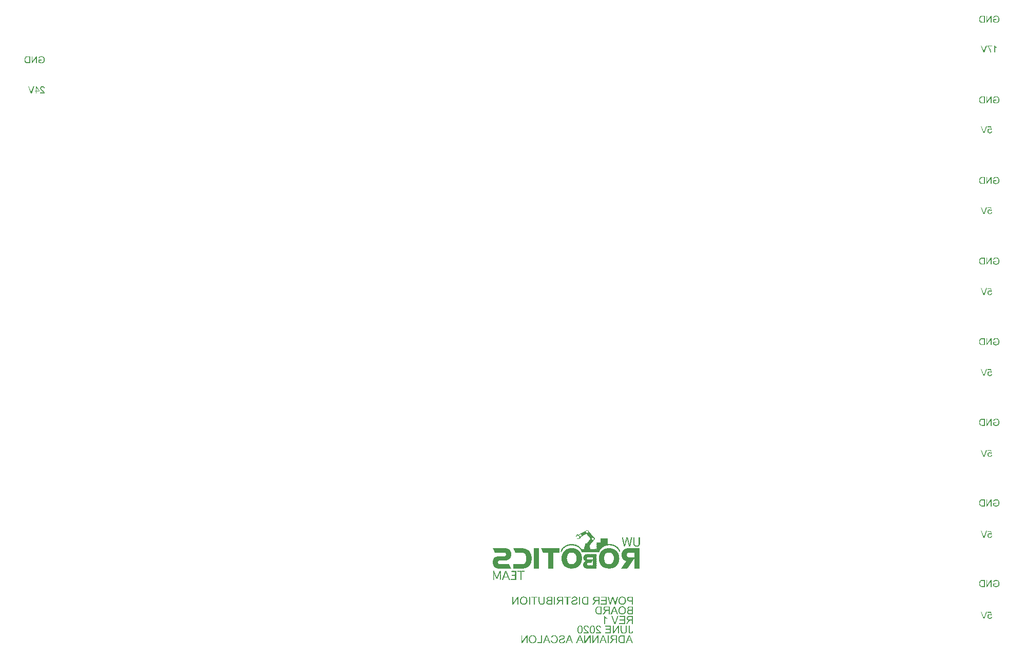
<source format=gbo>
G04*
G04 #@! TF.GenerationSoftware,Altium Limited,Altium Designer,19.1.7 (138)*
G04*
G04 Layer_Color=32896*
%FSLAX25Y25*%
%MOIN*%
G70*
G01*
G75*
G36*
X384656Y68809D02*
X384590D01*
Y68875D01*
X384656D01*
Y68809D01*
D02*
G37*
G36*
X384524D02*
X384590D01*
Y68743D01*
X384656D01*
Y68678D01*
X384590D01*
Y68612D01*
X384656D01*
Y68546D01*
X384590D01*
Y68480D01*
X384656D01*
Y68414D01*
X384590D01*
Y68348D01*
X384656D01*
Y68282D01*
X384590D01*
Y68216D01*
X384656D01*
Y68150D01*
X384590D01*
Y68084D01*
X384656D01*
Y68018D01*
X384590D01*
Y67952D01*
X384656D01*
Y67886D01*
X384590D01*
Y67820D01*
X384656D01*
Y67754D01*
X384590D01*
Y67688D01*
X384656D01*
Y67622D01*
X384590D01*
Y67556D01*
X384656D01*
Y67490D01*
X384590D01*
Y67424D01*
X384656D01*
Y67358D01*
X384590D01*
Y67292D01*
X384656D01*
Y67226D01*
X384590D01*
Y67160D01*
X384656D01*
Y67094D01*
X384590D01*
Y67028D01*
X384656D01*
Y66962D01*
X384590D01*
Y66896D01*
X384656D01*
Y66831D01*
X384590D01*
Y66765D01*
X384656D01*
Y66699D01*
X384590D01*
Y66633D01*
X384656D01*
Y66567D01*
X384590D01*
Y66501D01*
X384656D01*
Y66435D01*
X384590D01*
Y66369D01*
X384656D01*
Y66303D01*
X384590D01*
Y66237D01*
X384656D01*
Y66171D01*
X384590D01*
Y66105D01*
X384656D01*
Y66039D01*
X384590D01*
Y65973D01*
X384392D01*
Y66039D01*
X384326D01*
Y65973D01*
X384392D01*
Y65907D01*
X384326D01*
Y65973D01*
X384260D01*
Y66039D01*
X384194D01*
Y65973D01*
X384128D01*
Y66039D01*
X384063D01*
Y65973D01*
X383865D01*
Y66039D01*
X383799D01*
Y65973D01*
X383865D01*
Y65907D01*
X383799D01*
Y65973D01*
X383733D01*
Y66039D01*
X383667D01*
Y65973D01*
X383601D01*
Y66039D01*
X383535D01*
Y65973D01*
X383337D01*
Y66039D01*
X383271D01*
Y65973D01*
X383337D01*
Y65907D01*
X383271D01*
Y65973D01*
X383205D01*
Y66039D01*
X383139D01*
Y65973D01*
X383073D01*
Y66039D01*
X383007D01*
Y65973D01*
X382809D01*
Y66039D01*
X382743D01*
Y65973D01*
X382809D01*
Y65907D01*
X382743D01*
Y65973D01*
X382677D01*
Y66039D01*
X382611D01*
Y65973D01*
X382545D01*
Y66039D01*
X382479D01*
Y65973D01*
X382281D01*
Y66039D01*
X382215D01*
Y65973D01*
X382281D01*
Y65907D01*
X382215D01*
Y65973D01*
X382150D01*
Y66039D01*
X382084D01*
Y65973D01*
X382018D01*
Y66039D01*
X381952D01*
Y65973D01*
X381754D01*
Y66039D01*
X381688D01*
Y65973D01*
X381754D01*
Y65907D01*
X381688D01*
Y65973D01*
X381622D01*
Y66039D01*
X381556D01*
Y65973D01*
X381490D01*
Y66039D01*
X381424D01*
Y65973D01*
X381226D01*
Y66039D01*
X381160D01*
Y65973D01*
X381226D01*
Y65907D01*
X381160D01*
Y65973D01*
X381094D01*
Y66039D01*
X381028D01*
Y65973D01*
X380962D01*
Y66039D01*
X380896D01*
Y65973D01*
X380698D01*
Y66039D01*
X380632D01*
Y65973D01*
X380698D01*
Y65907D01*
Y65841D01*
Y65775D01*
X380632D01*
Y65709D01*
X380698D01*
Y65643D01*
Y65577D01*
Y65511D01*
X380632D01*
Y65445D01*
X380698D01*
Y65379D01*
Y65313D01*
Y65247D01*
X380632D01*
Y65181D01*
X380698D01*
Y65115D01*
Y65049D01*
Y64983D01*
X380632D01*
Y64918D01*
X380698D01*
Y64852D01*
Y64786D01*
Y64720D01*
X380632D01*
Y64654D01*
X380698D01*
Y64588D01*
Y64522D01*
Y64456D01*
X380632D01*
Y64390D01*
X380698D01*
Y64324D01*
Y64258D01*
Y64192D01*
X380632D01*
Y64126D01*
X380698D01*
Y64060D01*
Y63994D01*
Y63928D01*
X380632D01*
Y63862D01*
X380698D01*
Y63796D01*
Y63730D01*
Y63664D01*
X380632D01*
Y63598D01*
X380698D01*
Y63532D01*
Y63466D01*
Y63400D01*
X380632D01*
Y63334D01*
X380698D01*
Y63268D01*
Y63203D01*
Y63137D01*
X380632D01*
Y63070D01*
X380698D01*
Y63005D01*
Y62939D01*
Y62873D01*
X380632D01*
Y62807D01*
X380698D01*
Y62741D01*
Y62675D01*
Y62609D01*
X380632D01*
Y62543D01*
X380698D01*
Y62477D01*
Y62411D01*
Y62345D01*
X380632D01*
Y62279D01*
X380698D01*
Y62213D01*
Y62147D01*
Y62081D01*
X380632D01*
Y62015D01*
X380698D01*
Y61949D01*
Y61883D01*
Y61817D01*
X380632D01*
Y61751D01*
X380698D01*
Y61685D01*
Y61619D01*
Y61553D01*
X380632D01*
Y61487D01*
X380698D01*
Y61421D01*
Y61355D01*
Y61290D01*
X380632D01*
Y61224D01*
X380698D01*
Y61158D01*
Y61092D01*
Y61026D01*
X380632D01*
Y60960D01*
X380698D01*
Y60894D01*
Y60828D01*
Y60762D01*
X380632D01*
Y60696D01*
X380698D01*
Y60630D01*
Y60564D01*
Y60498D01*
X380632D01*
Y60432D01*
X380698D01*
Y60366D01*
Y60300D01*
Y60234D01*
X380632D01*
Y60168D01*
X380698D01*
Y60102D01*
Y60036D01*
Y59970D01*
X380632D01*
Y59904D01*
X380698D01*
Y59838D01*
Y59772D01*
Y59706D01*
X380632D01*
Y59640D01*
X380698D01*
Y59574D01*
Y59508D01*
Y59442D01*
X380632D01*
Y59377D01*
X380698D01*
Y59311D01*
Y59245D01*
Y59179D01*
X380632D01*
Y59113D01*
X380698D01*
Y59047D01*
Y58981D01*
Y58915D01*
X380632D01*
Y58849D01*
X380698D01*
Y58783D01*
Y58717D01*
Y58651D01*
X380632D01*
Y58585D01*
X380698D01*
Y58519D01*
Y58453D01*
Y58387D01*
X380632D01*
Y58321D01*
X380698D01*
Y58255D01*
Y58189D01*
Y58123D01*
X380632D01*
Y58057D01*
X380698D01*
Y57991D01*
Y57925D01*
Y57859D01*
X380632D01*
Y57793D01*
X380698D01*
Y57727D01*
Y57661D01*
Y57595D01*
X380632D01*
Y57529D01*
X380698D01*
Y57464D01*
Y57398D01*
Y57332D01*
X380632D01*
Y57266D01*
X380698D01*
Y57200D01*
Y57134D01*
Y57068D01*
X380632D01*
Y57002D01*
X380698D01*
Y56936D01*
Y56870D01*
Y56804D01*
X380632D01*
Y56738D01*
X380698D01*
Y56672D01*
Y56606D01*
Y56540D01*
X380632D01*
Y56474D01*
X380698D01*
Y56408D01*
Y56342D01*
Y56276D01*
X380632D01*
Y56210D01*
X380698D01*
Y56144D01*
Y56078D01*
Y56012D01*
X380632D01*
Y55946D01*
X380698D01*
Y55880D01*
Y55814D01*
Y55748D01*
X380632D01*
Y55682D01*
X380698D01*
Y55616D01*
X377334D01*
Y55682D01*
X377400D01*
Y55748D01*
X377334D01*
Y55814D01*
X377400D01*
Y55880D01*
X377334D01*
Y55946D01*
X377400D01*
Y56012D01*
X377334D01*
Y56078D01*
X377400D01*
Y56144D01*
X377334D01*
Y56210D01*
X377400D01*
Y56276D01*
X377334D01*
Y56342D01*
X377400D01*
Y56408D01*
X377334D01*
Y56474D01*
X377400D01*
Y56540D01*
X377334D01*
Y56606D01*
X377400D01*
Y56672D01*
X377334D01*
Y56738D01*
X377400D01*
Y56804D01*
X377334D01*
Y56870D01*
X377400D01*
Y56936D01*
X377334D01*
Y57002D01*
X377400D01*
Y57068D01*
X377334D01*
Y57134D01*
X377400D01*
Y57200D01*
X377334D01*
Y57266D01*
X377400D01*
Y57332D01*
X377334D01*
Y57398D01*
X377400D01*
Y57464D01*
X377334D01*
Y57529D01*
X377400D01*
Y57595D01*
X377334D01*
Y57661D01*
X377400D01*
Y57727D01*
X377334D01*
Y57793D01*
X377400D01*
Y57859D01*
X377334D01*
Y57925D01*
X377400D01*
Y57991D01*
X377334D01*
Y58057D01*
X377400D01*
Y58123D01*
X377334D01*
Y58189D01*
X377400D01*
Y58255D01*
X377334D01*
Y58321D01*
X377400D01*
Y58387D01*
X377334D01*
Y58453D01*
X377400D01*
Y58519D01*
X377334D01*
Y58585D01*
X377400D01*
Y58651D01*
X377334D01*
Y58717D01*
X377400D01*
Y58783D01*
X377334D01*
Y58849D01*
X377400D01*
Y58915D01*
X377334D01*
Y58981D01*
X377400D01*
Y59047D01*
X377334D01*
Y59113D01*
X377400D01*
Y59179D01*
X377334D01*
Y59245D01*
X377400D01*
Y59311D01*
X377334D01*
Y59377D01*
X377400D01*
Y59442D01*
X377334D01*
Y59508D01*
X377400D01*
Y59574D01*
X377334D01*
Y59640D01*
X377400D01*
Y59706D01*
X377334D01*
Y59772D01*
X377400D01*
Y59838D01*
X377334D01*
Y59904D01*
X377400D01*
Y59970D01*
X377334D01*
Y60036D01*
X377400D01*
Y60102D01*
X377334D01*
Y60168D01*
X377400D01*
Y60234D01*
X377334D01*
Y60300D01*
X377400D01*
Y60366D01*
X377334D01*
Y60432D01*
X377400D01*
Y60498D01*
X377334D01*
Y60564D01*
X377400D01*
Y60630D01*
X377334D01*
Y60696D01*
X377400D01*
Y60762D01*
X377334D01*
Y60828D01*
X377400D01*
Y60894D01*
X377334D01*
Y60960D01*
X377400D01*
Y61026D01*
X377334D01*
Y61092D01*
X377400D01*
Y61158D01*
X377334D01*
Y61224D01*
X377400D01*
Y61290D01*
X377334D01*
Y61355D01*
X377400D01*
Y61421D01*
X377334D01*
Y61487D01*
X377400D01*
Y61553D01*
X377334D01*
Y61619D01*
X377400D01*
Y61685D01*
X377334D01*
Y61751D01*
X377400D01*
Y61817D01*
X377334D01*
Y61883D01*
X377400D01*
Y61949D01*
X377334D01*
Y62015D01*
X377400D01*
Y62081D01*
X377334D01*
Y62147D01*
X377400D01*
Y62213D01*
X377334D01*
Y62279D01*
X377400D01*
Y62345D01*
X377334D01*
Y62411D01*
X377400D01*
Y62477D01*
X377334D01*
Y62543D01*
X377400D01*
Y62609D01*
X377334D01*
Y62675D01*
X377400D01*
Y62741D01*
X377334D01*
Y62807D01*
X377400D01*
Y62873D01*
X377334D01*
Y62939D01*
X377400D01*
Y63005D01*
X377334D01*
Y63070D01*
X377400D01*
Y63137D01*
X377334D01*
Y63203D01*
X377400D01*
Y63268D01*
X377334D01*
Y63334D01*
X377400D01*
Y63400D01*
X377334D01*
Y63466D01*
X377400D01*
Y63532D01*
X377334D01*
Y63598D01*
X377400D01*
Y63664D01*
X377334D01*
Y63730D01*
X377400D01*
Y63796D01*
X377334D01*
Y63862D01*
X377400D01*
Y63928D01*
X377334D01*
Y63994D01*
X377400D01*
Y64060D01*
X377334D01*
Y64126D01*
X377400D01*
Y64192D01*
X377334D01*
Y64258D01*
X377400D01*
Y64324D01*
X377334D01*
Y64390D01*
X377400D01*
Y64456D01*
X377334D01*
Y64522D01*
X377400D01*
Y64588D01*
X377334D01*
Y64654D01*
X377400D01*
Y64720D01*
X377334D01*
Y64786D01*
X377400D01*
Y64852D01*
X377334D01*
Y64918D01*
X377400D01*
Y64983D01*
X377334D01*
Y65049D01*
X377400D01*
Y65115D01*
X377334D01*
Y65181D01*
X377400D01*
Y65247D01*
X377334D01*
Y65313D01*
X377400D01*
Y65379D01*
X377334D01*
Y65445D01*
X377400D01*
Y65511D01*
X377334D01*
Y65577D01*
X377400D01*
Y65643D01*
X377334D01*
Y65709D01*
X377400D01*
Y65775D01*
X377334D01*
Y65841D01*
X377400D01*
Y65907D01*
X377334D01*
Y65973D01*
X377268D01*
Y66039D01*
X377202D01*
Y65973D01*
X377004D01*
Y66039D01*
X376938D01*
Y65973D01*
X377004D01*
Y65907D01*
X376938D01*
Y65973D01*
X376872D01*
Y66039D01*
X376806D01*
Y65973D01*
X376740D01*
Y66039D01*
X376674D01*
Y65973D01*
X376477D01*
Y66039D01*
X376411D01*
Y65973D01*
X376477D01*
Y65907D01*
X376411D01*
Y65973D01*
X376345D01*
Y66039D01*
X376279D01*
Y65973D01*
X376213D01*
Y66039D01*
X376147D01*
Y65973D01*
X375949D01*
Y66039D01*
X375883D01*
Y65973D01*
X375949D01*
Y65907D01*
X375883D01*
Y65973D01*
X375817D01*
Y66039D01*
X375751D01*
Y65973D01*
X375685D01*
Y66039D01*
X375619D01*
Y65973D01*
X375421D01*
Y66039D01*
X375355D01*
Y65973D01*
X375421D01*
Y65907D01*
X375355D01*
Y65973D01*
X375289D01*
Y66039D01*
X375223D01*
Y65973D01*
X375157D01*
Y66039D01*
X375091D01*
Y65973D01*
X374893D01*
Y66039D01*
X374827D01*
Y65973D01*
X374893D01*
Y65907D01*
X374827D01*
Y65973D01*
X374761D01*
Y66039D01*
X374695D01*
Y65973D01*
X374629D01*
Y66039D01*
X374564D01*
Y65973D01*
X374366D01*
Y66039D01*
X374300D01*
Y65973D01*
X374366D01*
Y65907D01*
X374300D01*
Y65973D01*
X374234D01*
Y66039D01*
X374168D01*
Y65973D01*
X374102D01*
Y66039D01*
X374036D01*
Y66105D01*
X373970D01*
Y66171D01*
Y66237D01*
Y66303D01*
X373904D01*
Y66369D01*
Y66435D01*
X373772D01*
Y66501D01*
X373838D01*
Y66567D01*
X373772D01*
Y66633D01*
Y66699D01*
X373706D01*
Y66765D01*
Y66831D01*
X373640D01*
Y66896D01*
Y66962D01*
Y67028D01*
X373574D01*
Y67094D01*
X373508D01*
Y67160D01*
Y67226D01*
Y67292D01*
X373442D01*
Y67358D01*
X373376D01*
Y67424D01*
X373442D01*
Y67490D01*
X373376D01*
Y67556D01*
X373310D01*
Y67622D01*
X373244D01*
Y67688D01*
X373310D01*
Y67754D01*
X373244D01*
Y67820D01*
X373178D01*
Y67886D01*
X373112D01*
Y67952D01*
X373178D01*
Y68018D01*
X373112D01*
Y68084D01*
X373046D01*
Y68150D01*
Y68216D01*
Y68282D01*
X372980D01*
Y68348D01*
Y68414D01*
X372914D01*
Y68480D01*
Y68546D01*
X372848D01*
Y68612D01*
X372782D01*
Y68678D01*
Y68743D01*
Y68809D01*
X372848D01*
Y68875D01*
X372914D01*
Y68809D01*
X372980D01*
Y68875D01*
X373046D01*
Y68809D01*
X373112D01*
Y68875D01*
X373178D01*
Y68809D01*
X373244D01*
Y68875D01*
X373310D01*
Y68809D01*
X373376D01*
Y68875D01*
X373442D01*
Y68809D01*
X373508D01*
Y68875D01*
X373574D01*
Y68809D01*
X373640D01*
Y68875D01*
X373706D01*
Y68809D01*
X373772D01*
Y68875D01*
X373838D01*
Y68809D01*
X373904D01*
Y68875D01*
X373970D01*
Y68809D01*
X374036D01*
Y68875D01*
X374102D01*
Y68809D01*
X374168D01*
Y68875D01*
X374234D01*
Y68809D01*
X374300D01*
Y68875D01*
X374366D01*
Y68809D01*
X374432D01*
Y68875D01*
X374498D01*
Y68809D01*
X374564D01*
Y68875D01*
X374629D01*
Y68809D01*
X374695D01*
Y68875D01*
X374761D01*
Y68809D01*
X374827D01*
Y68875D01*
X374893D01*
Y68809D01*
X374959D01*
Y68875D01*
X375025D01*
Y68809D01*
X375091D01*
Y68875D01*
X375157D01*
Y68809D01*
X375223D01*
Y68875D01*
X375289D01*
Y68809D01*
X375355D01*
Y68875D01*
X375421D01*
Y68809D01*
X375487D01*
Y68875D01*
X375553D01*
Y68809D01*
X375619D01*
Y68875D01*
X375685D01*
Y68809D01*
X375751D01*
Y68875D01*
X375817D01*
Y68809D01*
X375883D01*
Y68875D01*
X375949D01*
Y68809D01*
X376015D01*
Y68875D01*
X376081D01*
Y68809D01*
X376147D01*
Y68875D01*
X376213D01*
Y68809D01*
X376279D01*
Y68875D01*
X376345D01*
Y68809D01*
X376411D01*
Y68875D01*
X376477D01*
Y68809D01*
X376542D01*
Y68875D01*
X376608D01*
Y68809D01*
X376674D01*
Y68875D01*
X376740D01*
Y68809D01*
X376806D01*
Y68875D01*
X376872D01*
Y68809D01*
X376938D01*
Y68875D01*
X377004D01*
Y68809D01*
X377070D01*
Y68875D01*
X377136D01*
Y68809D01*
X377202D01*
Y68875D01*
X377268D01*
Y68809D01*
X377334D01*
Y68875D01*
X377400D01*
Y68809D01*
X377466D01*
Y68875D01*
X377532D01*
Y68809D01*
X377598D01*
Y68875D01*
X377664D01*
Y68809D01*
X377730D01*
Y68875D01*
X377796D01*
Y68809D01*
X377862D01*
Y68875D01*
X377928D01*
Y68809D01*
X377994D01*
Y68875D01*
X378060D01*
Y68809D01*
X378126D01*
Y68875D01*
X378192D01*
Y68809D01*
X378257D01*
Y68875D01*
X378324D01*
Y68809D01*
X378390D01*
Y68875D01*
X378455D01*
Y68809D01*
X378521D01*
Y68875D01*
X378587D01*
Y68809D01*
X378653D01*
Y68875D01*
X378719D01*
Y68809D01*
X378785D01*
Y68875D01*
X378851D01*
Y68809D01*
X378917D01*
Y68875D01*
X378983D01*
Y68809D01*
X379049D01*
Y68875D01*
X379115D01*
Y68809D01*
X379181D01*
Y68875D01*
X379247D01*
Y68809D01*
X379313D01*
Y68875D01*
X379379D01*
Y68809D01*
X379445D01*
Y68875D01*
X379511D01*
Y68809D01*
X379577D01*
Y68875D01*
X379643D01*
Y68809D01*
X379709D01*
Y68875D01*
X379775D01*
Y68809D01*
X379841D01*
Y68875D01*
X379907D01*
Y68809D01*
X379973D01*
Y68875D01*
X380039D01*
Y68809D01*
X380105D01*
Y68875D01*
X380170D01*
Y68809D01*
X380237D01*
Y68875D01*
X380303D01*
Y68809D01*
X380368D01*
Y68875D01*
X380434D01*
Y68809D01*
X380500D01*
Y68875D01*
X380566D01*
Y68809D01*
X380632D01*
Y68875D01*
X380698D01*
Y68809D01*
X380764D01*
Y68875D01*
X380830D01*
Y68809D01*
X380896D01*
Y68875D01*
X380962D01*
Y68809D01*
X381028D01*
Y68875D01*
X381094D01*
Y68809D01*
X381160D01*
Y68875D01*
X381226D01*
Y68809D01*
X381292D01*
Y68875D01*
X381358D01*
Y68809D01*
X381424D01*
Y68875D01*
X381490D01*
Y68809D01*
X381556D01*
Y68875D01*
X381622D01*
Y68809D01*
X381688D01*
Y68875D01*
X381754D01*
Y68809D01*
X381820D01*
Y68875D01*
X381886D01*
Y68809D01*
X381952D01*
Y68875D01*
X382018D01*
Y68809D01*
X382084D01*
Y68875D01*
X382150D01*
Y68809D01*
X382215D01*
Y68875D01*
X382281D01*
Y68809D01*
X382347D01*
Y68875D01*
X382413D01*
Y68809D01*
X382479D01*
Y68875D01*
X382545D01*
Y68809D01*
X382611D01*
Y68875D01*
X382677D01*
Y68809D01*
X382743D01*
Y68875D01*
X382809D01*
Y68809D01*
X382875D01*
Y68875D01*
X382941D01*
Y68809D01*
X383007D01*
Y68875D01*
X383073D01*
Y68809D01*
X383139D01*
Y68875D01*
X383205D01*
Y68809D01*
X383271D01*
Y68875D01*
X383337D01*
Y68809D01*
X383403D01*
Y68875D01*
X383469D01*
Y68809D01*
X383535D01*
Y68875D01*
X383601D01*
Y68809D01*
X383667D01*
Y68875D01*
X383733D01*
Y68809D01*
X383799D01*
Y68875D01*
X383865D01*
Y68809D01*
X383930D01*
Y68875D01*
X383997D01*
Y68809D01*
X384063D01*
Y68875D01*
X384128D01*
Y68809D01*
X384194D01*
Y68875D01*
X384260D01*
Y68809D01*
X384326D01*
Y68875D01*
X384392D01*
Y68809D01*
X384458D01*
Y68875D01*
X384524D01*
Y68809D01*
D02*
G37*
G36*
X371331D02*
X371397D01*
Y68743D01*
X371331D01*
Y68678D01*
Y68612D01*
Y68546D01*
Y68480D01*
Y68414D01*
Y68348D01*
Y68282D01*
X371397D01*
Y68216D01*
X371331D01*
Y68150D01*
Y68084D01*
Y68018D01*
Y67952D01*
Y67886D01*
Y67820D01*
Y67754D01*
X371397D01*
Y67688D01*
X371331D01*
Y67622D01*
Y67556D01*
Y67490D01*
Y67424D01*
Y67358D01*
Y67292D01*
Y67226D01*
X371397D01*
Y67160D01*
X371331D01*
Y67094D01*
Y67028D01*
Y66962D01*
Y66896D01*
Y66831D01*
Y66765D01*
Y66699D01*
X371397D01*
Y66633D01*
X371331D01*
Y66567D01*
Y66501D01*
Y66435D01*
Y66369D01*
Y66303D01*
Y66237D01*
Y66171D01*
X371397D01*
Y66105D01*
X371331D01*
Y66039D01*
Y65973D01*
Y65907D01*
Y65841D01*
Y65775D01*
Y65709D01*
Y65643D01*
X371397D01*
Y65577D01*
X371331D01*
Y65511D01*
Y65445D01*
Y65379D01*
Y65313D01*
Y65247D01*
Y65181D01*
Y65115D01*
X371397D01*
Y65049D01*
X371331D01*
Y64983D01*
Y64918D01*
Y64852D01*
Y64786D01*
Y64720D01*
Y64654D01*
Y64588D01*
X371397D01*
Y64522D01*
X371331D01*
Y64456D01*
Y64390D01*
Y64324D01*
Y64258D01*
Y64192D01*
Y64126D01*
Y64060D01*
X371397D01*
Y63994D01*
X371331D01*
Y63928D01*
Y63862D01*
Y63796D01*
Y63730D01*
Y63664D01*
Y63598D01*
Y63532D01*
X371397D01*
Y63466D01*
X371331D01*
Y63400D01*
Y63334D01*
Y63268D01*
Y63203D01*
Y63137D01*
Y63070D01*
Y63005D01*
X371397D01*
Y62939D01*
X371331D01*
Y62873D01*
Y62807D01*
Y62741D01*
Y62675D01*
Y62609D01*
Y62543D01*
Y62477D01*
X371397D01*
Y62411D01*
X371331D01*
Y62345D01*
Y62279D01*
Y62213D01*
Y62147D01*
Y62081D01*
Y62015D01*
Y61949D01*
X371397D01*
Y61883D01*
X371331D01*
Y61817D01*
Y61751D01*
Y61685D01*
Y61619D01*
Y61553D01*
Y61487D01*
Y61421D01*
X371397D01*
Y61355D01*
X371331D01*
Y61290D01*
Y61224D01*
Y61158D01*
Y61092D01*
Y61026D01*
Y60960D01*
Y60894D01*
X371397D01*
Y60828D01*
X371331D01*
Y60762D01*
Y60696D01*
Y60630D01*
Y60564D01*
Y60498D01*
Y60432D01*
Y60366D01*
X371397D01*
Y60300D01*
X371331D01*
Y60234D01*
Y60168D01*
Y60102D01*
Y60036D01*
Y59970D01*
Y59904D01*
Y59838D01*
X371397D01*
Y59772D01*
X371331D01*
Y59706D01*
Y59640D01*
Y59574D01*
Y59508D01*
Y59442D01*
Y59377D01*
Y59311D01*
X371397D01*
Y59245D01*
X371331D01*
Y59179D01*
Y59113D01*
Y59047D01*
Y58981D01*
Y58915D01*
Y58849D01*
Y58783D01*
X371397D01*
Y58717D01*
X371331D01*
Y58651D01*
Y58585D01*
Y58519D01*
Y58453D01*
Y58387D01*
Y58321D01*
Y58255D01*
X371397D01*
Y58189D01*
X371331D01*
Y58123D01*
Y58057D01*
Y57991D01*
Y57925D01*
Y57859D01*
Y57793D01*
Y57727D01*
X371397D01*
Y57661D01*
X371331D01*
Y57595D01*
Y57529D01*
Y57464D01*
Y57398D01*
Y57332D01*
Y57266D01*
Y57200D01*
X371397D01*
Y57134D01*
X371331D01*
Y57068D01*
Y57002D01*
Y56936D01*
Y56870D01*
Y56804D01*
Y56738D01*
Y56672D01*
X371397D01*
Y56606D01*
X371331D01*
Y56540D01*
Y56474D01*
Y56408D01*
Y56342D01*
Y56276D01*
Y56210D01*
Y56144D01*
X371397D01*
Y56078D01*
X371331D01*
Y56012D01*
Y55946D01*
Y55880D01*
Y55814D01*
Y55748D01*
Y55682D01*
Y55616D01*
X368099D01*
Y55682D01*
X368033D01*
Y55748D01*
Y55814D01*
Y55880D01*
X368099D01*
Y55946D01*
X368033D01*
Y56012D01*
Y56078D01*
Y56144D01*
X368099D01*
Y56210D01*
X368033D01*
Y56276D01*
Y56342D01*
Y56408D01*
X368099D01*
Y56474D01*
X368033D01*
Y56540D01*
Y56606D01*
Y56672D01*
X368099D01*
Y56738D01*
X368033D01*
Y56804D01*
Y56870D01*
Y56936D01*
X368099D01*
Y57002D01*
X368033D01*
Y57068D01*
Y57134D01*
Y57200D01*
X368099D01*
Y57266D01*
X368033D01*
Y57332D01*
Y57398D01*
Y57464D01*
X368099D01*
Y57529D01*
X368033D01*
Y57595D01*
Y57661D01*
Y57727D01*
X368099D01*
Y57793D01*
X368033D01*
Y57859D01*
Y57925D01*
Y57991D01*
X368099D01*
Y58057D01*
X368033D01*
Y58123D01*
Y58189D01*
Y58255D01*
X368099D01*
Y58321D01*
X368033D01*
Y58387D01*
Y58453D01*
Y58519D01*
X368099D01*
Y58585D01*
X368033D01*
Y58651D01*
Y58717D01*
Y58783D01*
X368099D01*
Y58849D01*
X368033D01*
Y58915D01*
Y58981D01*
Y59047D01*
X368099D01*
Y59113D01*
X368033D01*
Y59179D01*
Y59245D01*
Y59311D01*
X368099D01*
Y59377D01*
X368033D01*
Y59442D01*
Y59508D01*
Y59574D01*
X368099D01*
Y59640D01*
X368033D01*
Y59706D01*
Y59772D01*
Y59838D01*
X368099D01*
Y59904D01*
X368033D01*
Y59970D01*
Y60036D01*
Y60102D01*
X368099D01*
Y60168D01*
X368033D01*
Y60234D01*
Y60300D01*
Y60366D01*
X368099D01*
Y60432D01*
X368033D01*
Y60498D01*
Y60564D01*
Y60630D01*
X368099D01*
Y60696D01*
X368033D01*
Y60762D01*
Y60828D01*
Y60894D01*
X368099D01*
Y60960D01*
X368033D01*
Y61026D01*
Y61092D01*
Y61158D01*
X368099D01*
Y61224D01*
X368033D01*
Y61290D01*
Y61355D01*
Y61421D01*
X368099D01*
Y61487D01*
X368033D01*
Y61553D01*
Y61619D01*
Y61685D01*
X368099D01*
Y61751D01*
X368033D01*
Y61817D01*
Y61883D01*
Y61949D01*
X368099D01*
Y62015D01*
X368033D01*
Y62081D01*
Y62147D01*
Y62213D01*
X368099D01*
Y62279D01*
X368033D01*
Y62345D01*
Y62411D01*
Y62477D01*
X368099D01*
Y62543D01*
X368033D01*
Y62609D01*
Y62675D01*
Y62741D01*
X368099D01*
Y62807D01*
X368033D01*
Y62873D01*
Y62939D01*
Y63005D01*
X368099D01*
Y63070D01*
X368033D01*
Y63137D01*
Y63203D01*
Y63268D01*
X368099D01*
Y63334D01*
X368033D01*
Y63400D01*
Y63466D01*
Y63532D01*
X368099D01*
Y63598D01*
X368033D01*
Y63664D01*
Y63730D01*
Y63796D01*
X368099D01*
Y63862D01*
X368033D01*
Y63928D01*
Y63994D01*
Y64060D01*
X368099D01*
Y64126D01*
X368033D01*
Y64192D01*
Y64258D01*
Y64324D01*
X368099D01*
Y64390D01*
X368033D01*
Y64456D01*
Y64522D01*
Y64588D01*
X368099D01*
Y64654D01*
X368033D01*
Y64720D01*
Y64786D01*
Y64852D01*
X368099D01*
Y64918D01*
X368033D01*
Y64983D01*
Y65049D01*
Y65115D01*
X368099D01*
Y65181D01*
X368033D01*
Y65247D01*
Y65313D01*
Y65379D01*
X368099D01*
Y65445D01*
X368033D01*
Y65511D01*
Y65577D01*
Y65643D01*
X368099D01*
Y65709D01*
X368033D01*
Y65775D01*
Y65841D01*
Y65907D01*
X368099D01*
Y65973D01*
X368033D01*
Y66039D01*
Y66105D01*
Y66171D01*
X368099D01*
Y66237D01*
X368033D01*
Y66303D01*
Y66369D01*
Y66435D01*
X368099D01*
Y66501D01*
X368033D01*
Y66567D01*
Y66633D01*
Y66699D01*
X368099D01*
Y66765D01*
X368033D01*
Y66831D01*
Y66896D01*
Y66962D01*
X368099D01*
Y67028D01*
X368033D01*
Y67094D01*
Y67160D01*
Y67226D01*
X368099D01*
Y67292D01*
X368033D01*
Y67358D01*
Y67424D01*
Y67490D01*
X368099D01*
Y67556D01*
X368033D01*
Y67622D01*
Y67688D01*
Y67754D01*
X368099D01*
Y67820D01*
X368033D01*
Y67886D01*
Y67952D01*
Y68018D01*
X368099D01*
Y68084D01*
X368033D01*
Y68150D01*
Y68216D01*
Y68282D01*
X368099D01*
Y68348D01*
X368033D01*
Y68414D01*
Y68480D01*
Y68546D01*
X368099D01*
Y68612D01*
X368033D01*
Y68678D01*
Y68743D01*
Y68809D01*
X368099D01*
Y68875D01*
X368165D01*
Y68809D01*
X368231D01*
Y68875D01*
X368297D01*
Y68809D01*
X368363D01*
Y68875D01*
X368429D01*
Y68809D01*
X368495D01*
Y68875D01*
X368561D01*
Y68809D01*
X368627D01*
Y68875D01*
X368693D01*
Y68809D01*
X368759D01*
Y68875D01*
X368825D01*
Y68809D01*
X368891D01*
Y68875D01*
X368956D01*
Y68809D01*
X369022D01*
Y68875D01*
X369088D01*
Y68809D01*
X369154D01*
Y68875D01*
X369220D01*
Y68809D01*
X369286D01*
Y68875D01*
X369352D01*
Y68809D01*
X369418D01*
Y68875D01*
X369484D01*
Y68809D01*
X369550D01*
Y68875D01*
X369616D01*
Y68809D01*
X369682D01*
Y68875D01*
X369748D01*
Y68809D01*
X369814D01*
Y68875D01*
X369880D01*
Y68809D01*
X369946D01*
Y68875D01*
X370012D01*
Y68809D01*
X370078D01*
Y68875D01*
X370144D01*
Y68809D01*
X370210D01*
Y68875D01*
X370276D01*
Y68809D01*
X370342D01*
Y68875D01*
X370408D01*
Y68809D01*
X370474D01*
Y68875D01*
X370540D01*
Y68809D01*
X370606D01*
Y68875D01*
X370672D01*
Y68809D01*
X370738D01*
Y68875D01*
X370803D01*
Y68809D01*
X370869D01*
Y68875D01*
X370935D01*
Y68809D01*
X371001D01*
Y68875D01*
X371067D01*
Y68809D01*
X371133D01*
Y68875D01*
X371199D01*
Y68809D01*
X371265D01*
Y68875D01*
X371331D01*
Y68809D01*
D02*
G37*
G36*
X360909D02*
X360975D01*
Y68743D01*
X361041D01*
Y68809D01*
X361107D01*
Y68743D01*
X361568D01*
Y68678D01*
X361634D01*
Y68612D01*
X361700D01*
Y68678D01*
X361766D01*
Y68612D01*
X362096D01*
Y68546D01*
X362162D01*
Y68612D01*
X362228D01*
Y68546D01*
X362294D01*
Y68480D01*
X362624D01*
Y68414D01*
X362690D01*
Y68348D01*
X363020D01*
Y68282D01*
X363086D01*
Y68216D01*
X363283D01*
Y68150D01*
X363349D01*
Y68084D01*
X363547D01*
Y68018D01*
X363613D01*
Y67952D01*
X363811D01*
Y67886D01*
X363877D01*
Y67820D01*
X364075D01*
Y67754D01*
X364141D01*
Y67688D01*
X364207D01*
Y67622D01*
X364273D01*
Y67556D01*
X364471D01*
Y67490D01*
X364537D01*
Y67424D01*
X364603D01*
Y67358D01*
X364669D01*
Y67292D01*
X364735D01*
Y67226D01*
X364801D01*
Y67160D01*
X364867D01*
Y67094D01*
X364933D01*
Y67028D01*
X364999D01*
Y66962D01*
X365065D01*
Y66896D01*
X365130D01*
Y66831D01*
X365196D01*
Y66765D01*
X365262D01*
Y66699D01*
X365328D01*
Y66633D01*
X365394D01*
Y66567D01*
Y66501D01*
X365460D01*
Y66435D01*
Y66369D01*
X365526D01*
Y66303D01*
X365592D01*
Y66237D01*
X365658D01*
Y66171D01*
Y66105D01*
X365724D01*
Y66039D01*
Y65973D01*
X365790D01*
Y65907D01*
X365856D01*
Y65841D01*
X365922D01*
Y65775D01*
X365856D01*
Y65709D01*
X365922D01*
Y65643D01*
X365988D01*
Y65577D01*
X366054D01*
Y65511D01*
X365988D01*
Y65445D01*
X366054D01*
Y65379D01*
X366120D01*
Y65313D01*
Y65247D01*
Y65181D01*
X366186D01*
Y65115D01*
Y65049D01*
Y64983D01*
X366252D01*
Y64918D01*
X366318D01*
Y64852D01*
X366252D01*
Y64786D01*
X366318D01*
Y64720D01*
Y64654D01*
Y64588D01*
X366384D01*
Y64522D01*
Y64456D01*
Y64390D01*
X366450D01*
Y64324D01*
X366384D01*
Y64258D01*
X366450D01*
Y64192D01*
X366384D01*
Y64126D01*
X366450D01*
Y64060D01*
Y63994D01*
X366516D01*
Y63928D01*
Y63862D01*
Y63796D01*
Y63730D01*
X366582D01*
Y63664D01*
X366516D01*
Y63598D01*
X366582D01*
Y63532D01*
X366516D01*
Y63466D01*
X366582D01*
Y63400D01*
Y63334D01*
Y63268D01*
Y63203D01*
Y63137D01*
Y63070D01*
Y63005D01*
X366648D01*
Y62939D01*
X366582D01*
Y62873D01*
X366648D01*
Y62807D01*
Y62741D01*
Y62675D01*
X366582D01*
Y62609D01*
X366648D01*
Y62543D01*
Y62477D01*
Y62411D01*
X366582D01*
Y62345D01*
X366648D01*
Y62279D01*
Y62213D01*
Y62147D01*
X366582D01*
Y62081D01*
X366648D01*
Y62015D01*
Y61949D01*
Y61883D01*
X366582D01*
Y61817D01*
X366648D01*
Y61751D01*
Y61685D01*
Y61619D01*
X366582D01*
Y61553D01*
X366648D01*
Y61487D01*
Y61421D01*
Y61355D01*
X366582D01*
Y61290D01*
Y61224D01*
Y61158D01*
Y61092D01*
Y61026D01*
Y60960D01*
Y60894D01*
X366516D01*
Y60828D01*
X366582D01*
Y60762D01*
X366516D01*
Y60696D01*
X366582D01*
Y60630D01*
X366516D01*
Y60564D01*
Y60498D01*
Y60432D01*
X366450D01*
Y60366D01*
Y60300D01*
Y60234D01*
X366384D01*
Y60168D01*
X366450D01*
Y60102D01*
X366384D01*
Y60036D01*
X366450D01*
Y59970D01*
X366384D01*
Y59904D01*
Y59838D01*
Y59772D01*
X366318D01*
Y59706D01*
Y59640D01*
Y59574D01*
X366252D01*
Y59508D01*
X366318D01*
Y59442D01*
X366252D01*
Y59377D01*
X366186D01*
Y59311D01*
Y59245D01*
Y59179D01*
X366120D01*
Y59113D01*
X366186D01*
Y59047D01*
X366120D01*
Y58981D01*
X366054D01*
Y58915D01*
X365988D01*
Y58849D01*
X366054D01*
Y58783D01*
X365988D01*
Y58717D01*
X365922D01*
Y58651D01*
X365856D01*
Y58585D01*
X365922D01*
Y58519D01*
X365856D01*
Y58453D01*
X365790D01*
Y58387D01*
Y58321D01*
Y58255D01*
X365724D01*
Y58189D01*
X365658D01*
Y58123D01*
X365592D01*
Y58057D01*
X365658D01*
Y57991D01*
X365592D01*
Y57925D01*
X365526D01*
Y57859D01*
X365460D01*
Y57793D01*
X365394D01*
Y57727D01*
X365328D01*
Y57661D01*
X365262D01*
Y57595D01*
X365196D01*
Y57529D01*
Y57464D01*
X365130D01*
Y57398D01*
X365065D01*
Y57332D01*
X364999D01*
Y57266D01*
Y57200D01*
X364867D01*
Y57134D01*
X364801D01*
Y57068D01*
X364669D01*
Y57002D01*
Y56936D01*
X364537D01*
Y56870D01*
X364471D01*
Y56804D01*
X364405D01*
Y56738D01*
X364339D01*
Y56672D01*
X364141D01*
Y56606D01*
X364075D01*
Y56540D01*
X364009D01*
Y56474D01*
X363943D01*
Y56408D01*
X363745D01*
Y56342D01*
X363679D01*
Y56276D01*
X363481D01*
Y56210D01*
X363415D01*
Y56144D01*
X363217D01*
Y56078D01*
X363152D01*
Y56144D01*
X363086D01*
Y56078D01*
X363020D01*
Y56012D01*
X362822D01*
Y55946D01*
X362756D01*
Y56012D01*
X362690D01*
Y55946D01*
X362756D01*
Y55880D01*
X362690D01*
Y55946D01*
X362624D01*
Y55880D01*
X362426D01*
Y55814D01*
X362360D01*
Y55880D01*
X362294D01*
Y55814D01*
X362228D01*
Y55748D01*
X362162D01*
Y55814D01*
X362096D01*
Y55748D01*
X361766D01*
Y55682D01*
X361700D01*
Y55748D01*
X361634D01*
Y55682D01*
X361568D01*
Y55616D01*
X361502D01*
Y55682D01*
X361436D01*
Y55616D01*
X354774D01*
Y55682D01*
X354708D01*
Y55748D01*
X354774D01*
Y55814D01*
X354708D01*
Y55880D01*
Y55946D01*
Y56012D01*
X354774D01*
Y56078D01*
X354708D01*
Y56144D01*
X354774D01*
Y56210D01*
X354708D01*
Y56276D01*
X354774D01*
Y56342D01*
X354708D01*
Y56408D01*
Y56474D01*
Y56540D01*
X354774D01*
Y56606D01*
X354708D01*
Y56672D01*
X354774D01*
Y56738D01*
X354708D01*
Y56804D01*
X354774D01*
Y56870D01*
X354708D01*
Y56936D01*
Y57002D01*
Y57068D01*
X354774D01*
Y57134D01*
X354708D01*
Y57200D01*
X354774D01*
Y57266D01*
X354708D01*
Y57332D01*
X354774D01*
Y57398D01*
X354708D01*
Y57464D01*
Y57529D01*
Y57595D01*
X354774D01*
Y57661D01*
X354708D01*
Y57727D01*
X354774D01*
Y57793D01*
X354708D01*
Y57859D01*
X354774D01*
Y57925D01*
X354708D01*
Y57991D01*
Y58057D01*
Y58123D01*
X354774D01*
Y58189D01*
X354708D01*
Y58255D01*
X354774D01*
Y58321D01*
X354708D01*
Y58387D01*
X354774D01*
Y58453D01*
X354840D01*
Y58519D01*
X354906D01*
Y58453D01*
X354972D01*
Y58519D01*
X355038D01*
Y58453D01*
X355104D01*
Y58519D01*
X355170D01*
Y58453D01*
X355236D01*
Y58519D01*
X355302D01*
Y58453D01*
X355368D01*
Y58519D01*
X355434D01*
Y58453D01*
X355500D01*
Y58519D01*
X355566D01*
Y58453D01*
X355631D01*
Y58519D01*
X355697D01*
Y58453D01*
X355763D01*
Y58519D01*
X355829D01*
Y58453D01*
X355895D01*
Y58519D01*
X355961D01*
Y58453D01*
X356027D01*
Y58519D01*
X356093D01*
Y58453D01*
X356159D01*
Y58519D01*
X356225D01*
Y58453D01*
X356291D01*
Y58519D01*
X356357D01*
Y58453D01*
X356423D01*
Y58519D01*
X356489D01*
Y58453D01*
X356555D01*
Y58519D01*
X356621D01*
Y58453D01*
X356687D01*
Y58519D01*
X356753D01*
Y58453D01*
X356819D01*
Y58519D01*
X356885D01*
Y58453D01*
X356951D01*
Y58519D01*
X357017D01*
Y58453D01*
X357083D01*
Y58519D01*
X357149D01*
Y58453D01*
X357215D01*
Y58519D01*
X357281D01*
Y58453D01*
X357347D01*
Y58519D01*
X357413D01*
Y58453D01*
X357478D01*
Y58519D01*
X357544D01*
Y58453D01*
X357610D01*
Y58519D01*
X357676D01*
Y58453D01*
X357742D01*
Y58519D01*
X357808D01*
Y58453D01*
X357874D01*
Y58519D01*
X357940D01*
Y58453D01*
X358006D01*
Y58519D01*
X358072D01*
Y58453D01*
X358138D01*
Y58519D01*
X358204D01*
Y58453D01*
X358270D01*
Y58519D01*
X358336D01*
Y58453D01*
X358402D01*
Y58519D01*
X358468D01*
Y58453D01*
X358534D01*
Y58519D01*
X358600D01*
Y58453D01*
X358666D01*
Y58519D01*
X358732D01*
Y58453D01*
X358798D01*
Y58519D01*
X358864D01*
Y58453D01*
X358930D01*
Y58519D01*
X358996D01*
Y58453D01*
X359062D01*
Y58519D01*
X359128D01*
Y58453D01*
X359194D01*
Y58519D01*
X359260D01*
Y58453D01*
X359326D01*
Y58519D01*
X359391D01*
Y58453D01*
X359457D01*
Y58519D01*
X359523D01*
Y58453D01*
X359589D01*
Y58519D01*
X359655D01*
Y58453D01*
X359721D01*
Y58519D01*
X359787D01*
Y58453D01*
X359853D01*
Y58519D01*
X359919D01*
Y58453D01*
X359985D01*
Y58519D01*
X360051D01*
Y58453D01*
X360117D01*
Y58519D01*
X360183D01*
Y58453D01*
X360249D01*
Y58519D01*
X360315D01*
Y58453D01*
X360381D01*
Y58519D01*
X360447D01*
Y58453D01*
X360513D01*
Y58519D01*
X360579D01*
Y58453D01*
X360645D01*
Y58519D01*
X360711D01*
Y58453D01*
X360777D01*
Y58519D01*
X360843D01*
Y58453D01*
X360909D01*
Y58519D01*
X360975D01*
Y58453D01*
X361041D01*
Y58519D01*
X361107D01*
Y58585D01*
X361173D01*
Y58519D01*
X361239D01*
Y58585D01*
X361568D01*
Y58651D01*
X361634D01*
Y58717D01*
X361832D01*
Y58783D01*
X361898D01*
Y58849D01*
X362096D01*
Y58915D01*
X362162D01*
Y58981D01*
X362228D01*
Y59047D01*
X362294D01*
Y59113D01*
X362360D01*
Y59179D01*
X362426D01*
Y59245D01*
Y59311D01*
Y59377D01*
X362492D01*
Y59442D01*
X362558D01*
Y59508D01*
X362624D01*
Y59574D01*
Y59640D01*
X362756D01*
Y59706D01*
X362690D01*
Y59772D01*
X362756D01*
Y59838D01*
Y59904D01*
X362822D01*
Y59970D01*
Y60036D01*
X362888D01*
Y60102D01*
X362822D01*
Y60168D01*
X362888D01*
Y60234D01*
X362954D01*
Y60300D01*
Y60366D01*
Y60432D01*
X363020D01*
Y60498D01*
X362954D01*
Y60564D01*
X363020D01*
Y60630D01*
Y60696D01*
Y60762D01*
X363086D01*
Y60828D01*
Y60894D01*
Y60960D01*
Y61026D01*
Y61092D01*
X363152D01*
Y61158D01*
X363086D01*
Y61224D01*
X363152D01*
Y61290D01*
X363086D01*
Y61355D01*
X363152D01*
Y61421D01*
Y61487D01*
Y61553D01*
X363086D01*
Y61619D01*
X363152D01*
Y61685D01*
Y61751D01*
Y61817D01*
Y61883D01*
Y61949D01*
Y62015D01*
Y62081D01*
X363217D01*
Y62147D01*
X363152D01*
Y62213D01*
Y62279D01*
Y62345D01*
X363217D01*
Y62411D01*
X363152D01*
Y62477D01*
Y62543D01*
Y62609D01*
Y62675D01*
Y62741D01*
X363086D01*
Y62807D01*
X363152D01*
Y62873D01*
X363086D01*
Y62939D01*
X363152D01*
Y63005D01*
X363086D01*
Y63070D01*
X363152D01*
Y63137D01*
X363086D01*
Y63203D01*
X363152D01*
Y63268D01*
X363086D01*
Y63334D01*
X363152D01*
Y63400D01*
X363086D01*
Y63466D01*
Y63532D01*
Y63598D01*
X363020D01*
Y63664D01*
Y63730D01*
Y63796D01*
X362954D01*
Y63862D01*
X363020D01*
Y63928D01*
X362954D01*
Y63994D01*
Y64060D01*
X362888D01*
Y64126D01*
Y64192D01*
X362822D01*
Y64258D01*
X362888D01*
Y64324D01*
X362822D01*
Y64390D01*
X362756D01*
Y64456D01*
Y64522D01*
Y64588D01*
X362690D01*
Y64654D01*
Y64720D01*
X362624D01*
Y64786D01*
Y64852D01*
X362558D01*
Y64918D01*
X362492D01*
Y64983D01*
X362426D01*
Y65049D01*
Y65115D01*
X362294D01*
Y65181D01*
X362360D01*
Y65247D01*
X362228D01*
Y65313D01*
X362162D01*
Y65379D01*
X362030D01*
Y65445D01*
Y65511D01*
X361898D01*
Y65577D01*
X361832D01*
Y65643D01*
X361634D01*
Y65709D01*
X361568D01*
Y65775D01*
X361370D01*
Y65841D01*
X361304D01*
Y65907D01*
X361239D01*
Y65841D01*
X361173D01*
Y65907D01*
X360975D01*
Y65973D01*
X360909D01*
Y65907D01*
X360843D01*
Y65973D01*
X360777D01*
Y65907D01*
X360711D01*
Y65973D01*
X360645D01*
Y66039D01*
X360579D01*
Y65973D01*
X360645D01*
Y65907D01*
X360579D01*
Y65973D01*
X360513D01*
Y66039D01*
X360447D01*
Y65973D01*
X360381D01*
Y66039D01*
X360315D01*
Y65973D01*
X360117D01*
Y66039D01*
X360051D01*
Y65973D01*
X360117D01*
Y65907D01*
X360051D01*
Y65973D01*
X359985D01*
Y66039D01*
X359919D01*
Y65973D01*
X359853D01*
Y66039D01*
X359787D01*
Y65973D01*
X359589D01*
Y66039D01*
X359523D01*
Y65973D01*
X359589D01*
Y65907D01*
X359523D01*
Y65973D01*
X359457D01*
Y66039D01*
X359391D01*
Y65973D01*
X359326D01*
Y66039D01*
X359260D01*
Y65973D01*
X359062D01*
Y66039D01*
X358996D01*
Y65973D01*
X359062D01*
Y65907D01*
X358996D01*
Y65973D01*
X358930D01*
Y66039D01*
X358864D01*
Y65973D01*
X358798D01*
Y66039D01*
X358732D01*
Y65973D01*
X358534D01*
Y66039D01*
X358468D01*
Y65973D01*
X358534D01*
Y65907D01*
X358468D01*
Y65973D01*
X358402D01*
Y66039D01*
X358336D01*
Y65973D01*
X358270D01*
Y66039D01*
X358204D01*
Y65973D01*
X358006D01*
Y66039D01*
X357940D01*
Y65973D01*
X358006D01*
Y65907D01*
X357940D01*
Y65973D01*
X357874D01*
Y66039D01*
X357808D01*
Y65973D01*
X357742D01*
Y66039D01*
X357676D01*
Y65973D01*
X357478D01*
Y66039D01*
X357413D01*
Y65973D01*
X357478D01*
Y65907D01*
X357413D01*
Y65973D01*
X357347D01*
Y66039D01*
X357281D01*
Y65973D01*
X357215D01*
Y66039D01*
X357149D01*
Y65973D01*
X356951D01*
Y66039D01*
X356885D01*
Y65973D01*
X356951D01*
Y65907D01*
X356885D01*
Y65973D01*
X356819D01*
Y66039D01*
X356753D01*
Y65973D01*
X356687D01*
Y66039D01*
X356621D01*
Y65973D01*
X356423D01*
Y66039D01*
X356357D01*
Y65973D01*
X356423D01*
Y65907D01*
X356357D01*
Y65973D01*
X356291D01*
Y66039D01*
X356225D01*
Y65973D01*
X356159D01*
Y66039D01*
X356027D01*
Y66105D01*
Y66171D01*
X355961D01*
Y66237D01*
X355895D01*
Y66303D01*
Y66369D01*
Y66435D01*
X355829D01*
Y66501D01*
X355895D01*
Y66567D01*
X355829D01*
Y66633D01*
X355763D01*
Y66699D01*
X355697D01*
Y66765D01*
Y66831D01*
X355631D01*
Y66896D01*
Y66962D01*
X355566D01*
Y67028D01*
X355631D01*
Y67094D01*
X355566D01*
Y67160D01*
X355500D01*
Y67226D01*
X355434D01*
Y67292D01*
X355500D01*
Y67358D01*
X355434D01*
Y67424D01*
X355368D01*
Y67490D01*
X355302D01*
Y67556D01*
X355368D01*
Y67622D01*
X355302D01*
Y67688D01*
X355236D01*
Y67754D01*
X355170D01*
Y67820D01*
X355236D01*
Y67886D01*
X355170D01*
Y67952D01*
X355104D01*
Y68018D01*
X355038D01*
Y68084D01*
X355104D01*
Y68150D01*
X355038D01*
Y68216D01*
X354972D01*
Y68282D01*
Y68348D01*
Y68414D01*
X354906D01*
Y68480D01*
Y68546D01*
X354774D01*
Y68612D01*
X354840D01*
Y68678D01*
X354774D01*
Y68743D01*
Y68809D01*
Y68875D01*
X354840D01*
Y68809D01*
X354906D01*
Y68875D01*
X354972D01*
Y68809D01*
X355038D01*
Y68875D01*
X355104D01*
Y68809D01*
X355170D01*
Y68875D01*
X355236D01*
Y68809D01*
X355302D01*
Y68875D01*
X355368D01*
Y68809D01*
X355434D01*
Y68875D01*
X355500D01*
Y68809D01*
X355566D01*
Y68875D01*
X355631D01*
Y68809D01*
X355697D01*
Y68875D01*
X355763D01*
Y68809D01*
X355829D01*
Y68875D01*
X355895D01*
Y68809D01*
X355961D01*
Y68875D01*
X356027D01*
Y68809D01*
X356093D01*
Y68875D01*
X356159D01*
Y68809D01*
X356225D01*
Y68875D01*
X356291D01*
Y68809D01*
X356357D01*
Y68875D01*
X356423D01*
Y68809D01*
X356489D01*
Y68875D01*
X356555D01*
Y68809D01*
X356621D01*
Y68875D01*
X356687D01*
Y68809D01*
X356753D01*
Y68875D01*
X356819D01*
Y68809D01*
X356885D01*
Y68875D01*
X356951D01*
Y68809D01*
X357017D01*
Y68875D01*
X357083D01*
Y68809D01*
X357149D01*
Y68875D01*
X357215D01*
Y68809D01*
X357281D01*
Y68875D01*
X357347D01*
Y68809D01*
X357413D01*
Y68875D01*
X357478D01*
Y68809D01*
X357544D01*
Y68875D01*
X357610D01*
Y68809D01*
X357676D01*
Y68875D01*
X357742D01*
Y68809D01*
X357808D01*
Y68875D01*
X357874D01*
Y68809D01*
X357940D01*
Y68875D01*
X358006D01*
Y68809D01*
X358072D01*
Y68875D01*
X358138D01*
Y68809D01*
X358204D01*
Y68875D01*
X358270D01*
Y68809D01*
X358336D01*
Y68875D01*
X358402D01*
Y68809D01*
X358468D01*
Y68875D01*
X358534D01*
Y68809D01*
X358600D01*
Y68875D01*
X358666D01*
Y68809D01*
X358732D01*
Y68875D01*
X358798D01*
Y68809D01*
X358864D01*
Y68875D01*
X358930D01*
Y68809D01*
X358996D01*
Y68875D01*
X359062D01*
Y68809D01*
X359128D01*
Y68875D01*
X359194D01*
Y68809D01*
X359260D01*
Y68875D01*
X359326D01*
Y68809D01*
X359391D01*
Y68875D01*
X359457D01*
Y68809D01*
X359523D01*
Y68875D01*
X359589D01*
Y68809D01*
X359655D01*
Y68875D01*
X359721D01*
Y68809D01*
X359787D01*
Y68875D01*
X359853D01*
Y68809D01*
X359919D01*
Y68875D01*
X359985D01*
Y68809D01*
X360051D01*
Y68875D01*
X360117D01*
Y68809D01*
X360183D01*
Y68875D01*
X360249D01*
Y68809D01*
X360315D01*
Y68875D01*
X360381D01*
Y68809D01*
X360447D01*
Y68875D01*
X360513D01*
Y68809D01*
X360579D01*
Y68875D01*
X360645D01*
Y68809D01*
X360711D01*
Y68875D01*
X360777D01*
Y68809D01*
X360843D01*
Y68875D01*
X360909D01*
Y68809D01*
D02*
G37*
G36*
X349827D02*
X349892D01*
Y68743D01*
X349958D01*
Y68809D01*
X350024D01*
Y68743D01*
X350090D01*
Y68809D01*
X350156D01*
Y68743D01*
X350486D01*
Y68678D01*
X350552D01*
Y68612D01*
X350618D01*
Y68678D01*
X350684D01*
Y68612D01*
X350882D01*
Y68546D01*
X350948D01*
Y68612D01*
X351014D01*
Y68546D01*
X351080D01*
Y68480D01*
X351278D01*
Y68414D01*
X351344D01*
Y68348D01*
X351410D01*
Y68414D01*
X351476D01*
Y68348D01*
X351542D01*
Y68282D01*
X351608D01*
Y68216D01*
X351805D01*
Y68150D01*
X351871D01*
Y68084D01*
X351937D01*
Y68018D01*
X352003D01*
Y67952D01*
X352201D01*
Y67886D01*
Y67820D01*
X352333D01*
Y67754D01*
X352399D01*
Y67688D01*
X352465D01*
Y67622D01*
X352399D01*
Y67556D01*
X352531D01*
Y67490D01*
Y67424D01*
X352597D01*
Y67358D01*
X352663D01*
Y67292D01*
X352729D01*
Y67226D01*
X352795D01*
Y67160D01*
X352861D01*
Y67094D01*
X352795D01*
Y67028D01*
X352861D01*
Y66962D01*
X352927D01*
Y66896D01*
X352993D01*
Y66831D01*
X352927D01*
Y66765D01*
X352993D01*
Y66699D01*
X353059D01*
Y66633D01*
Y66567D01*
Y66501D01*
X353125D01*
Y66435D01*
X353059D01*
Y66369D01*
X353125D01*
Y66303D01*
X353191D01*
Y66237D01*
Y66171D01*
Y66105D01*
X353257D01*
Y66039D01*
X353191D01*
Y65973D01*
X353257D01*
Y65907D01*
Y65841D01*
Y65775D01*
Y65709D01*
Y65643D01*
X353323D01*
Y65577D01*
X353257D01*
Y65511D01*
X353323D01*
Y65445D01*
Y65379D01*
Y65313D01*
X353389D01*
Y65247D01*
X353323D01*
Y65181D01*
X353389D01*
Y65115D01*
X353323D01*
Y65049D01*
X353389D01*
Y64983D01*
X353323D01*
Y64918D01*
Y64852D01*
Y64786D01*
X353389D01*
Y64720D01*
X353323D01*
Y64654D01*
X353389D01*
Y64588D01*
X353323D01*
Y64522D01*
X353389D01*
Y64456D01*
X353323D01*
Y64390D01*
X353389D01*
Y64324D01*
X353323D01*
Y64258D01*
X353389D01*
Y64192D01*
X353323D01*
Y64126D01*
Y64060D01*
Y63994D01*
X353257D01*
Y63928D01*
X353323D01*
Y63862D01*
X353257D01*
Y63796D01*
Y63730D01*
Y63664D01*
X353191D01*
Y63598D01*
X353257D01*
Y63532D01*
X353191D01*
Y63466D01*
Y63400D01*
Y63334D01*
X353125D01*
Y63268D01*
Y63203D01*
Y63137D01*
X353059D01*
Y63070D01*
Y63005D01*
Y62939D01*
X352993D01*
Y62873D01*
X352927D01*
Y62807D01*
X352993D01*
Y62741D01*
X352927D01*
Y62675D01*
X352861D01*
Y62609D01*
X352795D01*
Y62543D01*
Y62477D01*
X352729D01*
Y62411D01*
Y62345D01*
X352597D01*
Y62279D01*
Y62213D01*
X352531D01*
Y62147D01*
X352465D01*
Y62081D01*
X352399D01*
Y62015D01*
X352333D01*
Y61949D01*
X352267D01*
Y61883D01*
X352201D01*
Y61817D01*
X352069D01*
Y61751D01*
Y61685D01*
X351871D01*
Y61619D01*
X351805D01*
Y61553D01*
X351740D01*
Y61487D01*
X351674D01*
Y61553D01*
X351608D01*
Y61487D01*
X351542D01*
Y61421D01*
X351410D01*
Y61355D01*
X351278D01*
Y61290D01*
X351080D01*
Y61224D01*
X351014D01*
Y61158D01*
X350816D01*
Y61092D01*
X350750D01*
Y61158D01*
X350684D01*
Y61092D01*
X350618D01*
Y61026D01*
X350552D01*
Y61092D01*
X350486D01*
Y61026D01*
X350288D01*
Y60960D01*
X350222D01*
Y61026D01*
X350156D01*
Y60960D01*
X350090D01*
Y60894D01*
X350024D01*
Y60960D01*
X349958D01*
Y60894D01*
X345671D01*
Y60828D01*
X345605D01*
Y60894D01*
X345539D01*
Y60828D01*
X345473D01*
Y60762D01*
X345275D01*
Y60696D01*
X345209D01*
Y60630D01*
X345143D01*
Y60564D01*
X345077D01*
Y60498D01*
X345011D01*
Y60432D01*
X344945D01*
Y60366D01*
X344879D01*
Y60300D01*
X344813D01*
Y60234D01*
X344747D01*
Y60168D01*
X344813D01*
Y60102D01*
X344747D01*
Y60036D01*
X344813D01*
Y59970D01*
X344747D01*
Y59904D01*
X344813D01*
Y59838D01*
X344747D01*
Y59772D01*
Y59706D01*
Y59640D01*
X344813D01*
Y59574D01*
X344747D01*
Y59508D01*
X344813D01*
Y59442D01*
X344747D01*
Y59377D01*
X344813D01*
Y59311D01*
Y59245D01*
Y59179D01*
X344879D01*
Y59113D01*
X344945D01*
Y59047D01*
X344879D01*
Y58981D01*
X344945D01*
Y58915D01*
X345011D01*
Y58849D01*
X345077D01*
Y58783D01*
X345143D01*
Y58717D01*
X345209D01*
Y58651D01*
X345275D01*
Y58585D01*
X345473D01*
Y58519D01*
X345539D01*
Y58585D01*
X345605D01*
Y58519D01*
X345671D01*
Y58453D01*
X345737D01*
Y58519D01*
X345803D01*
Y58453D01*
X346264D01*
Y58519D01*
X346330D01*
Y58453D01*
X346792D01*
Y58519D01*
X346858D01*
Y58453D01*
X347320D01*
Y58519D01*
X347386D01*
Y58453D01*
X347848D01*
Y58519D01*
X347914D01*
Y58453D01*
X348375D01*
Y58519D01*
X348441D01*
Y58453D01*
X348903D01*
Y58519D01*
X348969D01*
Y58453D01*
X349431D01*
Y58519D01*
X349497D01*
Y58453D01*
X349958D01*
Y58519D01*
X350024D01*
Y58453D01*
X350486D01*
Y58519D01*
X350552D01*
Y58453D01*
X351014D01*
Y58519D01*
X351080D01*
Y58453D01*
X351542D01*
Y58519D01*
X351608D01*
Y58453D01*
X352069D01*
Y58387D01*
Y58321D01*
X352135D01*
Y58255D01*
Y58189D01*
X352201D01*
Y58123D01*
X352135D01*
Y58057D01*
X352201D01*
Y57991D01*
X352267D01*
Y57925D01*
X352333D01*
Y57859D01*
X352267D01*
Y57793D01*
X352333D01*
Y57727D01*
X352399D01*
Y57661D01*
X352465D01*
Y57595D01*
X352399D01*
Y57529D01*
X352465D01*
Y57464D01*
X352531D01*
Y57398D01*
X352597D01*
Y57332D01*
X352531D01*
Y57266D01*
X352597D01*
Y57200D01*
X352663D01*
Y57134D01*
Y57068D01*
Y57002D01*
X352729D01*
Y56936D01*
Y56870D01*
X352795D01*
Y56804D01*
Y56738D01*
X352861D01*
Y56672D01*
Y56606D01*
Y56540D01*
X352927D01*
Y56474D01*
X352993D01*
Y56408D01*
Y56342D01*
Y56276D01*
X353059D01*
Y56210D01*
X353125D01*
Y56144D01*
X353059D01*
Y56078D01*
X353125D01*
Y56012D01*
X353191D01*
Y55946D01*
X353257D01*
Y55880D01*
X353191D01*
Y55814D01*
X353257D01*
Y55748D01*
X353323D01*
Y55682D01*
Y55616D01*
X344879D01*
Y55682D01*
X344813D01*
Y55616D01*
X344747D01*
Y55682D01*
X344681D01*
Y55616D01*
X344615D01*
Y55682D01*
X344549D01*
Y55748D01*
X344483D01*
Y55682D01*
X344417D01*
Y55748D01*
X344219D01*
Y55814D01*
X344153D01*
Y55748D01*
X344088D01*
Y55814D01*
X343890D01*
Y55880D01*
X343692D01*
Y55946D01*
X343626D01*
Y56012D01*
X343428D01*
Y56078D01*
X343362D01*
Y56144D01*
X343164D01*
Y56210D01*
X343098D01*
Y56276D01*
X342900D01*
Y56342D01*
X342834D01*
Y56408D01*
X342768D01*
Y56474D01*
X342702D01*
Y56540D01*
X342636D01*
Y56606D01*
X342570D01*
Y56672D01*
X342504D01*
Y56738D01*
X342439D01*
Y56804D01*
X342372D01*
Y56870D01*
X342306D01*
Y56936D01*
X342241D01*
Y57002D01*
X342175D01*
Y57068D01*
X342109D01*
Y57134D01*
Y57200D01*
X342043D01*
Y57266D01*
Y57332D01*
X341977D01*
Y57398D01*
Y57464D01*
X341911D01*
Y57529D01*
Y57595D01*
X341845D01*
Y57661D01*
Y57727D01*
X341779D01*
Y57793D01*
Y57859D01*
X341713D01*
Y57925D01*
X341779D01*
Y57991D01*
X341713D01*
Y58057D01*
X341647D01*
Y58123D01*
Y58189D01*
Y58255D01*
X341581D01*
Y58321D01*
X341647D01*
Y58387D01*
X341581D01*
Y58453D01*
Y58519D01*
Y58585D01*
Y58651D01*
Y58717D01*
X341515D01*
Y58783D01*
Y58849D01*
Y58915D01*
X341449D01*
Y58981D01*
X341515D01*
Y59047D01*
X341449D01*
Y59113D01*
X341515D01*
Y59179D01*
X341449D01*
Y59245D01*
X341515D01*
Y59311D01*
X341449D01*
Y59377D01*
X341515D01*
Y59442D01*
X341449D01*
Y59508D01*
X341515D01*
Y59574D01*
X341449D01*
Y59640D01*
X341515D01*
Y59706D01*
X341449D01*
Y59772D01*
X341515D01*
Y59838D01*
X341449D01*
Y59904D01*
X341515D01*
Y59970D01*
X341449D01*
Y60036D01*
X341515D01*
Y60102D01*
X341449D01*
Y60168D01*
X341515D01*
Y60234D01*
X341449D01*
Y60300D01*
X341515D01*
Y60366D01*
X341449D01*
Y60432D01*
X341515D01*
Y60498D01*
X341449D01*
Y60564D01*
X341515D01*
Y60630D01*
X341449D01*
Y60696D01*
X341515D01*
Y60762D01*
Y60828D01*
Y60894D01*
X341581D01*
Y60960D01*
Y61026D01*
Y61092D01*
X341647D01*
Y61158D01*
X341581D01*
Y61224D01*
X341647D01*
Y61290D01*
Y61355D01*
Y61421D01*
X341713D01*
Y61487D01*
X341779D01*
Y61553D01*
X341713D01*
Y61619D01*
X341779D01*
Y61685D01*
X341845D01*
Y61751D01*
X341911D01*
Y61817D01*
X341845D01*
Y61883D01*
X341911D01*
Y61949D01*
X341977D01*
Y62015D01*
X342043D01*
Y62081D01*
Y62147D01*
X342109D01*
Y62213D01*
Y62279D01*
X342175D01*
Y62345D01*
X342241D01*
Y62411D01*
X342306D01*
Y62477D01*
X342372D01*
Y62543D01*
X342439D01*
Y62609D01*
X342504D01*
Y62675D01*
X342570D01*
Y62741D01*
X342636D01*
Y62807D01*
X342834D01*
Y62873D01*
X342900D01*
Y62939D01*
X342966D01*
Y63005D01*
X343032D01*
Y63070D01*
X343230D01*
Y63137D01*
X343296D01*
Y63203D01*
X343494D01*
Y63268D01*
X343560D01*
Y63334D01*
X343758D01*
Y63400D01*
X343956D01*
Y63466D01*
X344153D01*
Y63532D01*
X344219D01*
Y63466D01*
X344285D01*
Y63532D01*
X344351D01*
Y63598D01*
X344681D01*
Y63664D01*
X344747D01*
Y63598D01*
X344813D01*
Y63664D01*
X344879D01*
Y63730D01*
X344945D01*
Y63664D01*
X345143D01*
Y63730D01*
X345209D01*
Y63664D01*
X345407D01*
Y63730D01*
X345473D01*
Y63664D01*
X345671D01*
Y63730D01*
X345737D01*
Y63664D01*
X345935D01*
Y63730D01*
X346001D01*
Y63664D01*
X346199D01*
Y63730D01*
X346264D01*
Y63664D01*
X346462D01*
Y63730D01*
X346528D01*
Y63664D01*
X346726D01*
Y63730D01*
X346792D01*
Y63664D01*
X346990D01*
Y63730D01*
X347056D01*
Y63664D01*
X347254D01*
Y63730D01*
X347320D01*
Y63664D01*
X347518D01*
Y63730D01*
X347584D01*
Y63664D01*
X347782D01*
Y63730D01*
X347848D01*
Y63664D01*
X348045D01*
Y63730D01*
X348112D01*
Y63664D01*
X348309D01*
Y63730D01*
X348375D01*
Y63664D01*
X348573D01*
Y63730D01*
X348639D01*
Y63664D01*
X348837D01*
Y63730D01*
X348903D01*
Y63664D01*
X348969D01*
Y63730D01*
X349035D01*
Y63664D01*
X349101D01*
Y63730D01*
X349431D01*
Y63796D01*
X349497D01*
Y63862D01*
X349695D01*
Y63928D01*
X349761D01*
Y63994D01*
X349827D01*
Y64060D01*
X349892D01*
Y64126D01*
Y64192D01*
Y64258D01*
X349958D01*
Y64324D01*
Y64390D01*
X350024D01*
Y64456D01*
Y64522D01*
Y64588D01*
Y64654D01*
X350090D01*
Y64720D01*
X350024D01*
Y64786D01*
X350090D01*
Y64852D01*
X350024D01*
Y64918D01*
X350090D01*
Y64983D01*
X350024D01*
Y65049D01*
Y65115D01*
Y65181D01*
Y65247D01*
X349958D01*
Y65313D01*
Y65379D01*
X349892D01*
Y65445D01*
Y65511D01*
X349827D01*
Y65577D01*
Y65643D01*
X349761D01*
Y65709D01*
X349695D01*
Y65775D01*
X349563D01*
Y65841D01*
X349431D01*
Y65907D01*
X349233D01*
Y65973D01*
X349035D01*
Y66039D01*
X348969D01*
Y65973D01*
X349035D01*
Y65907D01*
X348969D01*
Y65973D01*
X348903D01*
Y66039D01*
X348837D01*
Y65973D01*
X348771D01*
Y66039D01*
X348705D01*
Y65973D01*
X348507D01*
Y66039D01*
X348441D01*
Y65973D01*
X348507D01*
Y65907D01*
X348441D01*
Y65973D01*
X348375D01*
Y66039D01*
X348309D01*
Y65973D01*
X348243D01*
Y66039D01*
X348177D01*
Y65973D01*
X347979D01*
Y66039D01*
X347914D01*
Y65973D01*
X347979D01*
Y65907D01*
X347914D01*
Y65973D01*
X347848D01*
Y66039D01*
X347782D01*
Y65973D01*
X347716D01*
Y66039D01*
X347650D01*
Y65973D01*
X347452D01*
Y66039D01*
X347386D01*
Y65973D01*
X347452D01*
Y65907D01*
X347386D01*
Y65973D01*
X347320D01*
Y66039D01*
X347254D01*
Y65973D01*
X347188D01*
Y66039D01*
X347122D01*
Y65973D01*
X346924D01*
Y66039D01*
X346858D01*
Y65973D01*
X346924D01*
Y65907D01*
X346858D01*
Y65973D01*
X346792D01*
Y66039D01*
X346726D01*
Y65973D01*
X346660D01*
Y66039D01*
X346594D01*
Y65973D01*
X346396D01*
Y66039D01*
X346330D01*
Y65973D01*
X346396D01*
Y65907D01*
X346330D01*
Y65973D01*
X346264D01*
Y66039D01*
X346199D01*
Y65973D01*
X346132D01*
Y66039D01*
X346066D01*
Y65973D01*
X345869D01*
Y66039D01*
X345803D01*
Y65973D01*
X345869D01*
Y65907D01*
X345803D01*
Y65973D01*
X345737D01*
Y66039D01*
X345671D01*
Y65973D01*
X345605D01*
Y66039D01*
X345539D01*
Y65973D01*
X345341D01*
Y66039D01*
X345275D01*
Y65973D01*
X345341D01*
Y65907D01*
X345275D01*
Y65973D01*
X345209D01*
Y66039D01*
X345143D01*
Y65973D01*
X345077D01*
Y66039D01*
X345011D01*
Y65973D01*
X344813D01*
Y66039D01*
X344747D01*
Y65973D01*
X344813D01*
Y65907D01*
X344747D01*
Y65973D01*
X344681D01*
Y66039D01*
X344615D01*
Y65973D01*
X344549D01*
Y66039D01*
X344483D01*
Y65973D01*
X344285D01*
Y66039D01*
X344219D01*
Y65973D01*
X344285D01*
Y65907D01*
X344219D01*
Y65973D01*
X344153D01*
Y66039D01*
X344088D01*
Y65973D01*
X344022D01*
Y66039D01*
X343956D01*
Y65973D01*
X343758D01*
Y66039D01*
X343692D01*
Y65973D01*
X343758D01*
Y65907D01*
X343692D01*
Y65973D01*
X343626D01*
Y66039D01*
X343560D01*
Y65973D01*
X343494D01*
Y66039D01*
X343428D01*
Y65973D01*
X343230D01*
Y66039D01*
X343164D01*
Y65973D01*
X343230D01*
Y65907D01*
X343164D01*
Y65973D01*
X343098D01*
Y66039D01*
X343032D01*
Y65973D01*
X342966D01*
Y66039D01*
X342900D01*
Y65973D01*
X342834D01*
Y66039D01*
X342768D01*
Y66105D01*
X342702D01*
Y66171D01*
X342636D01*
Y66237D01*
X342702D01*
Y66303D01*
X342636D01*
Y66369D01*
X342570D01*
Y66435D01*
X342504D01*
Y66501D01*
X342570D01*
Y66567D01*
X342504D01*
Y66633D01*
X342439D01*
Y66699D01*
X342372D01*
Y66765D01*
X342439D01*
Y66831D01*
X342372D01*
Y66896D01*
X342306D01*
Y66962D01*
Y67028D01*
Y67094D01*
X342241D01*
Y67160D01*
X342175D01*
Y67226D01*
X342109D01*
Y67292D01*
X342175D01*
Y67358D01*
X342109D01*
Y67424D01*
X342043D01*
Y67490D01*
Y67556D01*
Y67622D01*
X341977D01*
Y67688D01*
Y67754D01*
Y67820D01*
X341911D01*
Y67886D01*
X341845D01*
Y67952D01*
Y68018D01*
Y68084D01*
X341779D01*
Y68150D01*
X341713D01*
Y68216D01*
X341779D01*
Y68282D01*
X341713D01*
Y68348D01*
X341647D01*
Y68414D01*
X341581D01*
Y68480D01*
Y68546D01*
Y68612D01*
X341515D01*
Y68678D01*
X341449D01*
Y68743D01*
X341515D01*
Y68809D01*
X341581D01*
Y68875D01*
X341647D01*
Y68809D01*
X341713D01*
Y68875D01*
X341779D01*
Y68809D01*
X341845D01*
Y68875D01*
X341911D01*
Y68809D01*
X341977D01*
Y68875D01*
X342043D01*
Y68809D01*
X342109D01*
Y68875D01*
X342175D01*
Y68809D01*
X342241D01*
Y68875D01*
X342306D01*
Y68809D01*
X342372D01*
Y68875D01*
X342439D01*
Y68809D01*
X342504D01*
Y68875D01*
X342570D01*
Y68809D01*
X342636D01*
Y68875D01*
X342702D01*
Y68809D01*
X342768D01*
Y68875D01*
X342834D01*
Y68809D01*
X342900D01*
Y68875D01*
X342966D01*
Y68809D01*
X343032D01*
Y68875D01*
X343098D01*
Y68809D01*
X343164D01*
Y68875D01*
X343230D01*
Y68809D01*
X343296D01*
Y68875D01*
X343362D01*
Y68809D01*
X343428D01*
Y68875D01*
X343494D01*
Y68809D01*
X343560D01*
Y68875D01*
X343626D01*
Y68809D01*
X343692D01*
Y68875D01*
X343758D01*
Y68809D01*
X343824D01*
Y68875D01*
X343890D01*
Y68809D01*
X343956D01*
Y68875D01*
X344022D01*
Y68809D01*
X344088D01*
Y68875D01*
X344153D01*
Y68809D01*
X344219D01*
Y68875D01*
X344285D01*
Y68809D01*
X344351D01*
Y68875D01*
X344417D01*
Y68809D01*
X344483D01*
Y68875D01*
X344549D01*
Y68809D01*
X344615D01*
Y68875D01*
X344681D01*
Y68809D01*
X344747D01*
Y68875D01*
X344813D01*
Y68809D01*
X344879D01*
Y68875D01*
X344945D01*
Y68809D01*
X345011D01*
Y68875D01*
X345077D01*
Y68809D01*
X345143D01*
Y68875D01*
X345209D01*
Y68809D01*
X345275D01*
Y68875D01*
X345341D01*
Y68809D01*
X345407D01*
Y68875D01*
X345473D01*
Y68809D01*
X345539D01*
Y68875D01*
X345605D01*
Y68809D01*
X345671D01*
Y68875D01*
X345737D01*
Y68809D01*
X345803D01*
Y68875D01*
X345869D01*
Y68809D01*
X345935D01*
Y68875D01*
X346001D01*
Y68809D01*
X346066D01*
Y68875D01*
X346132D01*
Y68809D01*
X346199D01*
Y68875D01*
X346264D01*
Y68809D01*
X346330D01*
Y68875D01*
X346396D01*
Y68809D01*
X346462D01*
Y68875D01*
X346528D01*
Y68809D01*
X346594D01*
Y68875D01*
X346660D01*
Y68809D01*
X346726D01*
Y68875D01*
X346792D01*
Y68809D01*
X346858D01*
Y68875D01*
X346924D01*
Y68809D01*
X346990D01*
Y68875D01*
X347056D01*
Y68809D01*
X347122D01*
Y68875D01*
X347188D01*
Y68809D01*
X347254D01*
Y68875D01*
X347320D01*
Y68809D01*
X347386D01*
Y68875D01*
X347452D01*
Y68809D01*
X347518D01*
Y68875D01*
X347584D01*
Y68809D01*
X347650D01*
Y68875D01*
X347716D01*
Y68809D01*
X347782D01*
Y68875D01*
X347848D01*
Y68809D01*
X347914D01*
Y68875D01*
X347979D01*
Y68809D01*
X348045D01*
Y68875D01*
X348112D01*
Y68809D01*
X348177D01*
Y68875D01*
X348243D01*
Y68809D01*
X348309D01*
Y68875D01*
X348375D01*
Y68809D01*
X348441D01*
Y68875D01*
X348507D01*
Y68809D01*
X348573D01*
Y68875D01*
X348639D01*
Y68809D01*
X348705D01*
Y68875D01*
X348771D01*
Y68809D01*
X348837D01*
Y68875D01*
X348903D01*
Y68809D01*
X348969D01*
Y68875D01*
X349035D01*
Y68809D01*
X349101D01*
Y68875D01*
X349167D01*
Y68809D01*
X349233D01*
Y68875D01*
X349299D01*
Y68809D01*
X349365D01*
Y68875D01*
X349431D01*
Y68809D01*
X349497D01*
Y68875D01*
X349563D01*
Y68809D01*
X349629D01*
Y68875D01*
X349695D01*
Y68809D01*
X349761D01*
Y68875D01*
X349827D01*
Y68809D01*
D02*
G37*
G36*
X362096Y54033D02*
X362030D01*
Y54099D01*
X362096D01*
Y54033D01*
D02*
G37*
G36*
X361964D02*
X362030D01*
Y53967D01*
X362096D01*
Y53901D01*
Y53835D01*
Y53769D01*
X362030D01*
Y53703D01*
X362096D01*
Y53637D01*
Y53572D01*
Y53506D01*
X362030D01*
Y53440D01*
X361964D01*
Y53506D01*
X361898D01*
Y53440D01*
X361832D01*
Y53506D01*
X361766D01*
Y53440D01*
X361700D01*
Y53506D01*
X361634D01*
Y53440D01*
X361568D01*
Y53506D01*
X361502D01*
Y53440D01*
X361436D01*
Y53506D01*
X361370D01*
Y53440D01*
X361304D01*
Y53506D01*
X361239D01*
Y53440D01*
X361173D01*
Y53506D01*
X361107D01*
Y53440D01*
X361041D01*
Y53506D01*
X360975D01*
Y53440D01*
X360909D01*
Y53506D01*
X360843D01*
Y53440D01*
X360777D01*
Y53506D01*
X360711D01*
Y53440D01*
X360645D01*
Y53506D01*
X360579D01*
Y53440D01*
X360513D01*
Y53506D01*
X360447D01*
Y53440D01*
X360381D01*
Y53506D01*
X360315D01*
Y53440D01*
X360249D01*
Y53506D01*
X360183D01*
Y53440D01*
X360117D01*
Y53374D01*
X360051D01*
Y53308D01*
X360117D01*
Y53242D01*
X360051D01*
Y53176D01*
X360117D01*
Y53110D01*
X360051D01*
Y53044D01*
X360117D01*
Y52978D01*
X360051D01*
Y52912D01*
X360117D01*
Y52846D01*
X360051D01*
Y52780D01*
X360117D01*
Y52714D01*
X360051D01*
Y52648D01*
X360117D01*
Y52582D01*
X360051D01*
Y52516D01*
X360117D01*
Y52450D01*
X360051D01*
Y52384D01*
X360117D01*
Y52318D01*
X360051D01*
Y52252D01*
X360117D01*
Y52186D01*
X360051D01*
Y52120D01*
X360117D01*
Y52054D01*
X360051D01*
Y51988D01*
X360117D01*
Y51922D01*
X360051D01*
Y51856D01*
X360117D01*
Y51790D01*
X360051D01*
Y51724D01*
X360117D01*
Y51659D01*
X360051D01*
Y51593D01*
X360117D01*
Y51527D01*
X360051D01*
Y51461D01*
X360117D01*
Y51395D01*
X360051D01*
Y51329D01*
X360117D01*
Y51263D01*
X360051D01*
Y51197D01*
X360117D01*
Y51131D01*
X360051D01*
Y51065D01*
X360117D01*
Y50999D01*
X360051D01*
Y50933D01*
X360117D01*
Y50867D01*
X360051D01*
Y50801D01*
X360117D01*
Y50735D01*
X360051D01*
Y50669D01*
X360117D01*
Y50603D01*
X360051D01*
Y50537D01*
X360117D01*
Y50471D01*
X360051D01*
Y50405D01*
X360117D01*
Y50339D01*
X360051D01*
Y50273D01*
X360117D01*
Y50207D01*
X360051D01*
Y50141D01*
X360117D01*
Y50075D01*
X360051D01*
Y50009D01*
X360117D01*
Y49944D01*
X360051D01*
Y49878D01*
X360117D01*
Y49812D01*
X360051D01*
Y49746D01*
X360117D01*
Y49680D01*
X360051D01*
Y49614D01*
X360117D01*
Y49548D01*
X360051D01*
Y49482D01*
X360117D01*
Y49416D01*
X360051D01*
Y49350D01*
X360117D01*
Y49284D01*
X360051D01*
Y49218D01*
X360117D01*
Y49152D01*
X360051D01*
Y49086D01*
X360117D01*
Y49020D01*
X360051D01*
Y48954D01*
X360117D01*
Y48888D01*
X360051D01*
Y48822D01*
X360117D01*
Y48756D01*
X360051D01*
Y48690D01*
X360117D01*
Y48624D01*
X360051D01*
Y48558D01*
X360117D01*
Y48492D01*
X360051D01*
Y48426D01*
X360117D01*
Y48360D01*
X360051D01*
Y48294D01*
X360117D01*
Y48228D01*
X360051D01*
Y48162D01*
X359985D01*
Y48228D01*
X359919D01*
Y48162D01*
X359853D01*
Y48228D01*
X359787D01*
Y48162D01*
X359721D01*
Y48228D01*
X359655D01*
Y48162D01*
X359589D01*
Y48228D01*
X359523D01*
Y48162D01*
X359457D01*
Y48228D01*
X359391D01*
Y48162D01*
X359326D01*
Y48228D01*
X359260D01*
Y48294D01*
X359326D01*
Y48360D01*
Y48426D01*
Y48492D01*
X359260D01*
Y48558D01*
X359326D01*
Y48624D01*
Y48690D01*
Y48756D01*
X359260D01*
Y48822D01*
X359326D01*
Y48888D01*
Y48954D01*
Y49020D01*
X359260D01*
Y49086D01*
X359326D01*
Y49152D01*
Y49218D01*
Y49284D01*
X359260D01*
Y49350D01*
X359326D01*
Y49416D01*
Y49482D01*
Y49548D01*
X359260D01*
Y49614D01*
X359326D01*
Y49680D01*
Y49746D01*
Y49812D01*
X359260D01*
Y49878D01*
X359326D01*
Y49944D01*
Y50009D01*
Y50075D01*
X359260D01*
Y50141D01*
X359326D01*
Y50207D01*
Y50273D01*
Y50339D01*
X359260D01*
Y50405D01*
X359326D01*
Y50471D01*
Y50537D01*
Y50603D01*
X359260D01*
Y50669D01*
X359326D01*
Y50735D01*
Y50801D01*
Y50867D01*
X359260D01*
Y50933D01*
X359326D01*
Y50999D01*
Y51065D01*
Y51131D01*
X359260D01*
Y51197D01*
X359326D01*
Y51263D01*
Y51329D01*
Y51395D01*
X359260D01*
Y51461D01*
X359326D01*
Y51527D01*
Y51593D01*
Y51659D01*
X359260D01*
Y51724D01*
X359326D01*
Y51790D01*
Y51856D01*
Y51922D01*
X359260D01*
Y51988D01*
X359326D01*
Y52054D01*
Y52120D01*
Y52186D01*
X359260D01*
Y52252D01*
X359326D01*
Y52318D01*
Y52384D01*
Y52450D01*
X359260D01*
Y52516D01*
X359326D01*
Y52582D01*
Y52648D01*
Y52714D01*
X359260D01*
Y52780D01*
X359326D01*
Y52846D01*
Y52912D01*
Y52978D01*
X359260D01*
Y53044D01*
X359326D01*
Y53110D01*
Y53176D01*
Y53242D01*
X359260D01*
Y53308D01*
X359326D01*
Y53374D01*
Y53440D01*
Y53506D01*
X359260D01*
Y53440D01*
X359194D01*
Y53506D01*
X359128D01*
Y53440D01*
X359062D01*
Y53506D01*
X358996D01*
Y53440D01*
X358930D01*
Y53506D01*
X358864D01*
Y53440D01*
X358798D01*
Y53506D01*
X358732D01*
Y53440D01*
X358666D01*
Y53506D01*
X358600D01*
Y53440D01*
X358534D01*
Y53506D01*
X358468D01*
Y53440D01*
X358402D01*
Y53506D01*
X358336D01*
Y53440D01*
X358270D01*
Y53506D01*
X358204D01*
Y53440D01*
X358138D01*
Y53506D01*
X358072D01*
Y53440D01*
X358006D01*
Y53506D01*
X357940D01*
Y53440D01*
X357874D01*
Y53506D01*
X357808D01*
Y53440D01*
X357742D01*
Y53506D01*
X357676D01*
Y53440D01*
X357610D01*
Y53506D01*
X357544D01*
Y53440D01*
X357478D01*
Y53506D01*
X357413D01*
Y53440D01*
X357347D01*
Y53506D01*
Y53572D01*
Y53637D01*
Y53703D01*
Y53769D01*
Y53835D01*
Y53901D01*
Y53967D01*
Y54033D01*
X357413D01*
Y54099D01*
X357478D01*
Y54033D01*
X357544D01*
Y54099D01*
X357742D01*
Y54033D01*
X357808D01*
Y54099D01*
X358006D01*
Y54033D01*
X358072D01*
Y54099D01*
X358270D01*
Y54033D01*
X358336D01*
Y54099D01*
X358534D01*
Y54033D01*
X358600D01*
Y54099D01*
X358798D01*
Y54033D01*
X358864D01*
Y54099D01*
X359062D01*
Y54033D01*
X359128D01*
Y54099D01*
X359326D01*
Y54033D01*
X359391D01*
Y54099D01*
X359589D01*
Y54033D01*
X359655D01*
Y54099D01*
X359853D01*
Y54033D01*
X359919D01*
Y54099D01*
X360117D01*
Y54033D01*
X360183D01*
Y54099D01*
X360381D01*
Y54033D01*
X360447D01*
Y54099D01*
X360645D01*
Y54033D01*
X360711D01*
Y54099D01*
X360909D01*
Y54033D01*
X360975D01*
Y54099D01*
X361173D01*
Y54033D01*
X361239D01*
Y54099D01*
X361436D01*
Y54033D01*
X361502D01*
Y54099D01*
X361700D01*
Y54033D01*
X361766D01*
Y54099D01*
X361964D01*
Y54033D01*
D02*
G37*
G36*
X356687D02*
Y53967D01*
Y53901D01*
Y53835D01*
Y53769D01*
Y53703D01*
Y53637D01*
Y53572D01*
Y53506D01*
Y53440D01*
Y53374D01*
Y53308D01*
Y53242D01*
Y53176D01*
Y53110D01*
Y53044D01*
Y52978D01*
Y52912D01*
Y52846D01*
Y52780D01*
Y52714D01*
Y52648D01*
Y52582D01*
Y52516D01*
Y52450D01*
Y52384D01*
Y52318D01*
Y52252D01*
Y52186D01*
Y52120D01*
Y52054D01*
Y51988D01*
Y51922D01*
Y51856D01*
Y51790D01*
Y51724D01*
Y51659D01*
Y51593D01*
Y51527D01*
Y51461D01*
Y51395D01*
Y51329D01*
Y51263D01*
Y51197D01*
Y51131D01*
Y51065D01*
Y50999D01*
Y50933D01*
Y50867D01*
Y50801D01*
Y50735D01*
Y50669D01*
Y50603D01*
Y50537D01*
Y50471D01*
Y50405D01*
Y50339D01*
Y50273D01*
Y50207D01*
Y50141D01*
Y50075D01*
Y50009D01*
Y49944D01*
Y49878D01*
Y49812D01*
Y49746D01*
Y49680D01*
Y49614D01*
Y49548D01*
Y49482D01*
Y49416D01*
Y49350D01*
Y49284D01*
Y49218D01*
Y49152D01*
Y49086D01*
Y49020D01*
Y48954D01*
Y48888D01*
Y48822D01*
Y48756D01*
Y48690D01*
Y48624D01*
Y48558D01*
Y48492D01*
Y48426D01*
Y48360D01*
Y48294D01*
Y48228D01*
X356621D01*
Y48162D01*
X356555D01*
Y48228D01*
X356489D01*
Y48162D01*
X356423D01*
Y48228D01*
X356357D01*
Y48162D01*
X356291D01*
Y48228D01*
X356225D01*
Y48162D01*
X356159D01*
Y48228D01*
X356093D01*
Y48162D01*
X356027D01*
Y48228D01*
X355961D01*
Y48162D01*
X355895D01*
Y48228D01*
X355829D01*
Y48162D01*
X355763D01*
Y48228D01*
X355697D01*
Y48162D01*
X355631D01*
Y48228D01*
X355566D01*
Y48162D01*
X355500D01*
Y48228D01*
X355434D01*
Y48162D01*
X355368D01*
Y48228D01*
X355302D01*
Y48162D01*
X355236D01*
Y48228D01*
X355170D01*
Y48162D01*
X355104D01*
Y48228D01*
X355038D01*
Y48162D01*
X354972D01*
Y48228D01*
X354906D01*
Y48162D01*
X354840D01*
Y48228D01*
X354774D01*
Y48162D01*
X354708D01*
Y48228D01*
X354642D01*
Y48162D01*
X354576D01*
Y48228D01*
X354510D01*
Y48162D01*
X354444D01*
Y48228D01*
X354378D01*
Y48162D01*
X354312D01*
Y48228D01*
X354246D01*
Y48162D01*
X354180D01*
Y48228D01*
X354114D01*
Y48162D01*
X354048D01*
Y48228D01*
X353982D01*
Y48162D01*
X353916D01*
Y48228D01*
X353850D01*
Y48162D01*
X353784D01*
Y48228D01*
X353718D01*
Y48162D01*
X353653D01*
Y48228D01*
X353587D01*
Y48162D01*
X353521D01*
Y48228D01*
X353455D01*
Y48162D01*
X353389D01*
Y48228D01*
X353323D01*
Y48162D01*
X353257D01*
Y48228D01*
X353191D01*
Y48162D01*
X353125D01*
Y48228D01*
Y48294D01*
Y48360D01*
X353191D01*
Y48426D01*
X353125D01*
Y48492D01*
Y48558D01*
Y48624D01*
X353191D01*
Y48690D01*
X353125D01*
Y48756D01*
X353191D01*
Y48822D01*
X355895D01*
Y48888D01*
Y48954D01*
Y49020D01*
Y49086D01*
Y49152D01*
Y49218D01*
Y49284D01*
Y49350D01*
Y49416D01*
Y49482D01*
Y49548D01*
X355961D01*
Y49614D01*
X355895D01*
Y49680D01*
Y49746D01*
Y49812D01*
Y49878D01*
Y49944D01*
Y50009D01*
Y50075D01*
Y50141D01*
Y50207D01*
Y50273D01*
Y50339D01*
Y50405D01*
Y50471D01*
Y50537D01*
Y50603D01*
X355961D01*
Y50669D01*
X355895D01*
Y50735D01*
Y50801D01*
Y50867D01*
X355961D01*
Y50933D01*
X355895D01*
Y50999D01*
X355697D01*
Y50933D01*
X355631D01*
Y50999D01*
X355434D01*
Y50933D01*
X355368D01*
Y50999D01*
X355170D01*
Y50933D01*
X355104D01*
Y50999D01*
X354906D01*
Y50933D01*
X354840D01*
Y50999D01*
X354642D01*
Y50933D01*
X354576D01*
Y50999D01*
X354378D01*
Y50933D01*
X354312D01*
Y50999D01*
X354114D01*
Y50933D01*
X354048D01*
Y50999D01*
X353850D01*
Y50933D01*
X353784D01*
Y50999D01*
X353718D01*
Y51065D01*
X353653D01*
Y51131D01*
Y51197D01*
Y51263D01*
X353718D01*
Y51329D01*
X353653D01*
Y51395D01*
X353718D01*
Y51461D01*
X353653D01*
Y51527D01*
X353718D01*
Y51593D01*
X355895D01*
Y51659D01*
X355961D01*
Y51724D01*
X355895D01*
Y51790D01*
Y51856D01*
Y51922D01*
Y51988D01*
Y52054D01*
Y52120D01*
Y52186D01*
Y52252D01*
Y52318D01*
Y52384D01*
Y52450D01*
Y52516D01*
Y52582D01*
Y52648D01*
Y52714D01*
X355961D01*
Y52780D01*
X355895D01*
Y52846D01*
Y52912D01*
Y52978D01*
Y53044D01*
Y53110D01*
Y53176D01*
Y53242D01*
Y53308D01*
Y53374D01*
Y53440D01*
X355763D01*
Y53374D01*
X355697D01*
Y53440D01*
X355631D01*
Y53374D01*
X355566D01*
Y53440D01*
X355500D01*
Y53374D01*
X355434D01*
Y53440D01*
X355236D01*
Y53374D01*
X355170D01*
Y53440D01*
X355104D01*
Y53374D01*
X355038D01*
Y53440D01*
X354972D01*
Y53374D01*
X354906D01*
Y53440D01*
X354708D01*
Y53374D01*
X354642D01*
Y53440D01*
X354576D01*
Y53374D01*
X354510D01*
Y53440D01*
X354444D01*
Y53374D01*
X354378D01*
Y53440D01*
X354180D01*
Y53374D01*
X354114D01*
Y53440D01*
X354048D01*
Y53374D01*
X353982D01*
Y53440D01*
X353916D01*
Y53374D01*
X353850D01*
Y53440D01*
X353653D01*
Y53374D01*
X353587D01*
Y53440D01*
X353521D01*
Y53374D01*
X353455D01*
Y53440D01*
X353389D01*
Y53506D01*
X353323D01*
Y53572D01*
X353389D01*
Y53637D01*
X353323D01*
Y53703D01*
X353389D01*
Y53769D01*
X353323D01*
Y53835D01*
X353389D01*
Y53901D01*
X353323D01*
Y53967D01*
X353389D01*
Y54033D01*
X353323D01*
Y54099D01*
X353521D01*
Y54033D01*
X353587D01*
Y54099D01*
X353784D01*
Y54033D01*
X353850D01*
Y54099D01*
X354048D01*
Y54033D01*
X354114D01*
Y54099D01*
X354312D01*
Y54033D01*
X354378D01*
Y54099D01*
X354576D01*
Y54033D01*
X354642D01*
Y54099D01*
X354840D01*
Y54033D01*
X354906D01*
Y54099D01*
X355104D01*
Y54033D01*
X355170D01*
Y54099D01*
X355368D01*
Y54033D01*
X355434D01*
Y54099D01*
X355631D01*
Y54033D01*
X355697D01*
Y54099D01*
X355895D01*
Y54033D01*
X355961D01*
Y54099D01*
X356159D01*
Y54033D01*
X356225D01*
Y54099D01*
X356423D01*
Y54033D01*
X356489D01*
Y54099D01*
X356687D01*
Y54033D01*
D02*
G37*
G36*
X350222D02*
X350288D01*
Y53967D01*
X350354D01*
Y53901D01*
X350288D01*
Y53835D01*
X350354D01*
Y53769D01*
X350420D01*
Y53703D01*
X350486D01*
Y53637D01*
X350420D01*
Y53572D01*
X350486D01*
Y53506D01*
Y53440D01*
Y53374D01*
X350552D01*
Y53308D01*
X350618D01*
Y53242D01*
X350552D01*
Y53176D01*
X350618D01*
Y53110D01*
X350684D01*
Y53044D01*
Y52978D01*
Y52912D01*
X350750D01*
Y52846D01*
Y52780D01*
X350816D01*
Y52714D01*
Y52648D01*
X350882D01*
Y52582D01*
X350816D01*
Y52516D01*
X350882D01*
Y52450D01*
X350948D01*
Y52384D01*
X351014D01*
Y52318D01*
X350948D01*
Y52252D01*
X351014D01*
Y52186D01*
X351080D01*
Y52120D01*
Y52054D01*
Y51988D01*
X351146D01*
Y51922D01*
Y51856D01*
Y51790D01*
X351212D01*
Y51724D01*
X351278D01*
Y51659D01*
X351212D01*
Y51593D01*
X351278D01*
Y51527D01*
Y51461D01*
X351344D01*
Y51395D01*
Y51329D01*
X351410D01*
Y51263D01*
Y51197D01*
Y51131D01*
X351476D01*
Y51065D01*
X351542D01*
Y50999D01*
X351476D01*
Y50933D01*
X351542D01*
Y50867D01*
X351608D01*
Y50801D01*
Y50735D01*
Y50669D01*
X351674D01*
Y50603D01*
Y50537D01*
X351740D01*
Y50471D01*
Y50405D01*
X351805D01*
Y50339D01*
X351740D01*
Y50273D01*
X351805D01*
Y50207D01*
X351871D01*
Y50141D01*
X351937D01*
Y50075D01*
X351871D01*
Y50009D01*
X351937D01*
Y49944D01*
Y49878D01*
Y49812D01*
X352003D01*
Y49746D01*
X352069D01*
Y49680D01*
X352003D01*
Y49614D01*
X352069D01*
Y49548D01*
X352135D01*
Y49482D01*
X352201D01*
Y49416D01*
X352135D01*
Y49350D01*
X352201D01*
Y49284D01*
X352267D01*
Y49218D01*
Y49152D01*
Y49086D01*
X352333D01*
Y49020D01*
X352267D01*
Y48954D01*
X352333D01*
Y48888D01*
X352399D01*
Y48822D01*
X352465D01*
Y48756D01*
X352399D01*
Y48690D01*
X352465D01*
Y48624D01*
X352531D01*
Y48558D01*
Y48492D01*
Y48426D01*
X352597D01*
Y48360D01*
Y48294D01*
X352663D01*
Y48228D01*
Y48162D01*
X352597D01*
Y48228D01*
X352531D01*
Y48162D01*
X352465D01*
Y48228D01*
X352399D01*
Y48162D01*
X352333D01*
Y48228D01*
X352267D01*
Y48162D01*
X352201D01*
Y48228D01*
X352135D01*
Y48162D01*
X352069D01*
Y48228D01*
X352003D01*
Y48162D01*
X351937D01*
Y48228D01*
X351871D01*
Y48294D01*
X351937D01*
Y48360D01*
X351871D01*
Y48426D01*
X351805D01*
Y48492D01*
Y48558D01*
Y48624D01*
X351740D01*
Y48690D01*
Y48756D01*
Y48822D01*
X351674D01*
Y48888D01*
X351608D01*
Y48954D01*
Y49020D01*
Y49086D01*
X351542D01*
Y49152D01*
Y49218D01*
Y49284D01*
X351476D01*
Y49350D01*
Y49416D01*
X351410D01*
Y49482D01*
Y49548D01*
X351344D01*
Y49614D01*
X351410D01*
Y49680D01*
X351344D01*
Y49746D01*
X351278D01*
Y49812D01*
X348705D01*
Y49746D01*
X348639D01*
Y49680D01*
X348573D01*
Y49614D01*
X348639D01*
Y49548D01*
X348573D01*
Y49482D01*
Y49416D01*
X348507D01*
Y49350D01*
Y49284D01*
X348441D01*
Y49218D01*
Y49152D01*
Y49086D01*
X348375D01*
Y49020D01*
Y48954D01*
Y48888D01*
X348309D01*
Y48822D01*
Y48756D01*
Y48690D01*
X348243D01*
Y48624D01*
X348177D01*
Y48558D01*
X348243D01*
Y48492D01*
X348177D01*
Y48426D01*
X348112D01*
Y48360D01*
Y48294D01*
Y48228D01*
X348045D01*
Y48162D01*
X347979D01*
Y48228D01*
X347914D01*
Y48162D01*
X347848D01*
Y48228D01*
X347782D01*
Y48162D01*
X347716D01*
Y48228D01*
X347650D01*
Y48162D01*
X347584D01*
Y48228D01*
X347518D01*
Y48162D01*
X347452D01*
Y48228D01*
X347386D01*
Y48162D01*
X347320D01*
Y48228D01*
X347254D01*
Y48294D01*
X347320D01*
Y48360D01*
Y48426D01*
Y48492D01*
X347386D01*
Y48558D01*
X347452D01*
Y48624D01*
X347386D01*
Y48690D01*
X347452D01*
Y48756D01*
X347518D01*
Y48822D01*
Y48888D01*
Y48954D01*
X347584D01*
Y49020D01*
Y49086D01*
Y49152D01*
X347650D01*
Y49218D01*
Y49284D01*
Y49350D01*
X347716D01*
Y49416D01*
Y49482D01*
Y49548D01*
X347782D01*
Y49614D01*
X347848D01*
Y49680D01*
X347782D01*
Y49746D01*
X347848D01*
Y49812D01*
Y49878D01*
X347914D01*
Y49944D01*
Y50009D01*
X347979D01*
Y50075D01*
X347914D01*
Y50141D01*
X347979D01*
Y50207D01*
X348045D01*
Y50273D01*
X348112D01*
Y50339D01*
X348045D01*
Y50405D01*
X348112D01*
Y50471D01*
Y50537D01*
Y50603D01*
X348177D01*
Y50669D01*
X348243D01*
Y50735D01*
X348177D01*
Y50801D01*
X348243D01*
Y50867D01*
X348309D01*
Y50933D01*
Y50999D01*
Y51065D01*
X348375D01*
Y51131D01*
Y51197D01*
Y51263D01*
X348441D01*
Y51329D01*
Y51395D01*
Y51461D01*
X348507D01*
Y51527D01*
Y51593D01*
X348573D01*
Y51659D01*
Y51724D01*
X348639D01*
Y51790D01*
X348573D01*
Y51856D01*
X348639D01*
Y51922D01*
X348705D01*
Y51988D01*
X348771D01*
Y52054D01*
X348705D01*
Y52120D01*
X348771D01*
Y52186D01*
X348705D01*
Y52252D01*
X348771D01*
Y52318D01*
X348837D01*
Y52384D01*
X348903D01*
Y52450D01*
X348837D01*
Y52516D01*
X348903D01*
Y52582D01*
Y52648D01*
Y52714D01*
X348969D01*
Y52780D01*
X349035D01*
Y52846D01*
Y52912D01*
Y52978D01*
X349101D01*
Y53044D01*
Y53110D01*
Y53176D01*
X349167D01*
Y53242D01*
Y53308D01*
Y53374D01*
X349233D01*
Y53440D01*
X349299D01*
Y53506D01*
X349233D01*
Y53572D01*
X349299D01*
Y53637D01*
Y53703D01*
X349365D01*
Y53769D01*
Y53835D01*
X349431D01*
Y53901D01*
X349365D01*
Y53967D01*
X349431D01*
Y54033D01*
X349497D01*
Y54099D01*
X349563D01*
Y54033D01*
X349629D01*
Y54099D01*
X349827D01*
Y54033D01*
X349892D01*
Y54099D01*
X350090D01*
Y54033D01*
X350156D01*
Y54099D01*
X350222D01*
Y54033D01*
D02*
G37*
G36*
X346528D02*
X346594D01*
Y53967D01*
Y53901D01*
Y53835D01*
Y53769D01*
Y53703D01*
X346528D01*
Y53637D01*
X346594D01*
Y53572D01*
Y53506D01*
Y53440D01*
Y53374D01*
Y53308D01*
Y53242D01*
Y53176D01*
X346528D01*
Y53110D01*
X346594D01*
Y53044D01*
Y52978D01*
Y52912D01*
Y52846D01*
Y52780D01*
Y52714D01*
Y52648D01*
X346528D01*
Y52582D01*
X346594D01*
Y52516D01*
Y52450D01*
Y52384D01*
Y52318D01*
Y52252D01*
Y52186D01*
Y52120D01*
X346528D01*
Y52054D01*
X346594D01*
Y51988D01*
Y51922D01*
Y51856D01*
Y51790D01*
Y51724D01*
Y51659D01*
Y51593D01*
X346528D01*
Y51527D01*
X346594D01*
Y51461D01*
Y51395D01*
Y51329D01*
Y51263D01*
Y51197D01*
Y51131D01*
Y51065D01*
X346528D01*
Y50999D01*
X346594D01*
Y50933D01*
Y50867D01*
Y50801D01*
Y50735D01*
Y50669D01*
Y50603D01*
Y50537D01*
X346528D01*
Y50471D01*
X346594D01*
Y50405D01*
Y50339D01*
Y50273D01*
Y50207D01*
Y50141D01*
Y50075D01*
Y50009D01*
X346528D01*
Y49944D01*
X346594D01*
Y49878D01*
Y49812D01*
Y49746D01*
Y49680D01*
Y49614D01*
Y49548D01*
Y49482D01*
X346528D01*
Y49416D01*
X346594D01*
Y49350D01*
Y49284D01*
Y49218D01*
Y49152D01*
Y49086D01*
Y49020D01*
Y48954D01*
X346528D01*
Y48888D01*
X346594D01*
Y48822D01*
Y48756D01*
Y48690D01*
Y48624D01*
Y48558D01*
Y48492D01*
Y48426D01*
X346528D01*
Y48360D01*
X346594D01*
Y48294D01*
Y48228D01*
Y48162D01*
X346528D01*
Y48228D01*
X346462D01*
Y48162D01*
X346396D01*
Y48228D01*
X346330D01*
Y48162D01*
X346264D01*
Y48228D01*
X346199D01*
Y48162D01*
X346132D01*
Y48228D01*
X346066D01*
Y48162D01*
X346001D01*
Y48228D01*
X345935D01*
Y48294D01*
Y48360D01*
Y48426D01*
Y48492D01*
Y48558D01*
Y48624D01*
Y48690D01*
Y48756D01*
Y48822D01*
Y48888D01*
Y48954D01*
Y49020D01*
Y49086D01*
Y49152D01*
Y49218D01*
Y49284D01*
Y49350D01*
Y49416D01*
Y49482D01*
Y49548D01*
Y49614D01*
Y49680D01*
Y49746D01*
Y49812D01*
Y49878D01*
Y49944D01*
Y50009D01*
Y50075D01*
Y50141D01*
Y50207D01*
Y50273D01*
Y50339D01*
Y50405D01*
Y50471D01*
Y50537D01*
Y50603D01*
Y50669D01*
Y50735D01*
Y50801D01*
Y50867D01*
Y50933D01*
Y50999D01*
Y51065D01*
Y51131D01*
Y51197D01*
Y51263D01*
Y51329D01*
Y51395D01*
Y51461D01*
Y51527D01*
Y51593D01*
Y51659D01*
Y51724D01*
Y51790D01*
Y51856D01*
X346001D01*
Y51922D01*
X345935D01*
Y51988D01*
X346001D01*
Y52054D01*
X345935D01*
Y52120D01*
X346001D01*
Y52186D01*
X345935D01*
Y52252D01*
X346001D01*
Y52318D01*
X345935D01*
Y52384D01*
X346001D01*
Y52450D01*
X345935D01*
Y52516D01*
X345869D01*
Y52450D01*
X345803D01*
Y52384D01*
X345869D01*
Y52318D01*
X345803D01*
Y52252D01*
Y52186D01*
X345737D01*
Y52120D01*
Y52054D01*
X345671D01*
Y51988D01*
Y51922D01*
Y51856D01*
X345605D01*
Y51790D01*
X345539D01*
Y51724D01*
X345605D01*
Y51659D01*
X345539D01*
Y51593D01*
X345473D01*
Y51527D01*
Y51461D01*
Y51395D01*
X345407D01*
Y51329D01*
X345473D01*
Y51263D01*
X345407D01*
Y51197D01*
X345341D01*
Y51131D01*
X345275D01*
Y51065D01*
X345341D01*
Y50999D01*
X345275D01*
Y50933D01*
X345209D01*
Y50867D01*
X345143D01*
Y50801D01*
X345209D01*
Y50735D01*
X345143D01*
Y50669D01*
Y50603D01*
X345077D01*
Y50537D01*
Y50471D01*
X345011D01*
Y50405D01*
X345077D01*
Y50339D01*
X345011D01*
Y50273D01*
X344945D01*
Y50207D01*
X344879D01*
Y50141D01*
X344945D01*
Y50075D01*
X344879D01*
Y50009D01*
X344813D01*
Y49944D01*
X344747D01*
Y49878D01*
X344813D01*
Y49812D01*
X344747D01*
Y49746D01*
X344681D01*
Y49680D01*
Y49614D01*
Y49548D01*
X344615D01*
Y49482D01*
Y49416D01*
Y49350D01*
X344549D01*
Y49284D01*
X344483D01*
Y49218D01*
X344549D01*
Y49152D01*
X344483D01*
Y49086D01*
X344285D01*
Y49152D01*
X344219D01*
Y49086D01*
X344285D01*
Y49020D01*
X344219D01*
Y49086D01*
X344022D01*
Y49152D01*
X343956D01*
Y49086D01*
X344022D01*
Y49020D01*
X343956D01*
Y49086D01*
X343758D01*
Y49152D01*
X343626D01*
Y49218D01*
Y49284D01*
X343560D01*
Y49350D01*
Y49416D01*
Y49482D01*
X343494D01*
Y49548D01*
X343428D01*
Y49614D01*
X343494D01*
Y49680D01*
X343428D01*
Y49746D01*
X343362D01*
Y49812D01*
Y49878D01*
Y49944D01*
X343296D01*
Y50009D01*
Y50075D01*
Y50141D01*
X343230D01*
Y50207D01*
Y50273D01*
Y50339D01*
X343164D01*
Y50405D01*
Y50471D01*
X343098D01*
Y50537D01*
Y50603D01*
X343032D01*
Y50669D01*
Y50735D01*
Y50801D01*
X342966D01*
Y50867D01*
X342900D01*
Y50933D01*
X342966D01*
Y50999D01*
X342900D01*
Y51065D01*
X342834D01*
Y51131D01*
Y51197D01*
Y51263D01*
X342768D01*
Y51329D01*
X342834D01*
Y51395D01*
X342768D01*
Y51461D01*
X342702D01*
Y51527D01*
Y51593D01*
Y51659D01*
X342636D01*
Y51724D01*
Y51790D01*
Y51856D01*
X342570D01*
Y51922D01*
X342504D01*
Y51988D01*
X342570D01*
Y52054D01*
X342504D01*
Y52120D01*
X342439D01*
Y52186D01*
X342372D01*
Y52252D01*
X342439D01*
Y52318D01*
X342372D01*
Y52384D01*
Y52450D01*
Y52516D01*
X342306D01*
Y52582D01*
X342241D01*
Y52516D01*
Y52450D01*
Y52384D01*
X342306D01*
Y52318D01*
X342241D01*
Y52252D01*
X342306D01*
Y52186D01*
X342241D01*
Y52120D01*
X342306D01*
Y52054D01*
X342241D01*
Y51988D01*
X342306D01*
Y51922D01*
X342241D01*
Y51856D01*
X342306D01*
Y51790D01*
X342241D01*
Y51724D01*
X342306D01*
Y51659D01*
X342241D01*
Y51593D01*
X342306D01*
Y51527D01*
X342241D01*
Y51461D01*
X342306D01*
Y51395D01*
X342241D01*
Y51329D01*
X342306D01*
Y51263D01*
X342241D01*
Y51197D01*
X342306D01*
Y51131D01*
X342241D01*
Y51065D01*
X342306D01*
Y50999D01*
X342241D01*
Y50933D01*
X342306D01*
Y50867D01*
X342241D01*
Y50801D01*
X342306D01*
Y50735D01*
X342241D01*
Y50669D01*
X342306D01*
Y50603D01*
X342241D01*
Y50537D01*
X342306D01*
Y50471D01*
X342241D01*
Y50405D01*
X342306D01*
Y50339D01*
X342241D01*
Y50273D01*
X342306D01*
Y50207D01*
X342241D01*
Y50141D01*
X342306D01*
Y50075D01*
X342241D01*
Y50009D01*
X342306D01*
Y49944D01*
X342241D01*
Y49878D01*
X342306D01*
Y49812D01*
X342241D01*
Y49746D01*
X342306D01*
Y49680D01*
X342241D01*
Y49614D01*
X342306D01*
Y49548D01*
X342241D01*
Y49482D01*
X342306D01*
Y49416D01*
X342241D01*
Y49350D01*
X342306D01*
Y49284D01*
X342241D01*
Y49218D01*
X342306D01*
Y49152D01*
X342241D01*
Y49086D01*
X342306D01*
Y49020D01*
X342241D01*
Y48954D01*
X342306D01*
Y48888D01*
X342241D01*
Y48822D01*
X342306D01*
Y48756D01*
X342241D01*
Y48690D01*
X342306D01*
Y48624D01*
X342241D01*
Y48558D01*
X342306D01*
Y48492D01*
X342241D01*
Y48426D01*
X342306D01*
Y48360D01*
X342241D01*
Y48294D01*
X342306D01*
Y48228D01*
X342241D01*
Y48162D01*
X342175D01*
Y48228D01*
X342109D01*
Y48162D01*
X342043D01*
Y48228D01*
X341977D01*
Y48162D01*
X341911D01*
Y48228D01*
X341845D01*
Y48162D01*
X341779D01*
Y48228D01*
X341713D01*
Y48162D01*
X341647D01*
Y48228D01*
X341581D01*
Y48294D01*
Y48360D01*
Y48426D01*
Y48492D01*
Y48558D01*
X341647D01*
Y48624D01*
X341581D01*
Y48690D01*
Y48756D01*
Y48822D01*
Y48888D01*
Y48954D01*
Y49020D01*
Y49086D01*
X341647D01*
Y49152D01*
X341581D01*
Y49218D01*
Y49284D01*
Y49350D01*
Y49416D01*
Y49482D01*
Y49548D01*
Y49614D01*
X341647D01*
Y49680D01*
X341581D01*
Y49746D01*
Y49812D01*
Y49878D01*
Y49944D01*
Y50009D01*
Y50075D01*
Y50141D01*
X341647D01*
Y50207D01*
X341581D01*
Y50273D01*
Y50339D01*
Y50405D01*
Y50471D01*
Y50537D01*
Y50603D01*
Y50669D01*
X341647D01*
Y50735D01*
X341581D01*
Y50801D01*
Y50867D01*
Y50933D01*
Y50999D01*
Y51065D01*
Y51131D01*
Y51197D01*
X341647D01*
Y51263D01*
X341581D01*
Y51329D01*
Y51395D01*
Y51461D01*
Y51527D01*
Y51593D01*
Y51659D01*
Y51724D01*
X341647D01*
Y51790D01*
X341581D01*
Y51856D01*
Y51922D01*
Y51988D01*
Y52054D01*
Y52120D01*
Y52186D01*
Y52252D01*
X341647D01*
Y52318D01*
X341581D01*
Y52384D01*
Y52450D01*
Y52516D01*
Y52582D01*
Y52648D01*
Y52714D01*
Y52780D01*
X341647D01*
Y52846D01*
X341581D01*
Y52912D01*
Y52978D01*
Y53044D01*
Y53110D01*
Y53176D01*
Y53242D01*
Y53308D01*
X341647D01*
Y53374D01*
X341581D01*
Y53440D01*
Y53506D01*
Y53572D01*
Y53637D01*
Y53703D01*
Y53769D01*
Y53835D01*
X341647D01*
Y53901D01*
X341581D01*
Y53967D01*
Y54033D01*
Y54099D01*
X341647D01*
Y54033D01*
X341713D01*
Y54099D01*
X341911D01*
Y54033D01*
X341977D01*
Y54099D01*
X342175D01*
Y54033D01*
X342241D01*
Y54099D01*
X342306D01*
Y54033D01*
X342372D01*
Y53967D01*
Y53901D01*
Y53835D01*
X342439D01*
Y53769D01*
Y53703D01*
X342504D01*
Y53637D01*
Y53572D01*
X342570D01*
Y53506D01*
X342504D01*
Y53440D01*
X342570D01*
Y53374D01*
X342636D01*
Y53308D01*
X342702D01*
Y53242D01*
X342636D01*
Y53176D01*
X342702D01*
Y53110D01*
X342768D01*
Y53044D01*
Y52978D01*
Y52912D01*
X342834D01*
Y52846D01*
Y52780D01*
Y52714D01*
X342900D01*
Y52648D01*
Y52582D01*
Y52516D01*
X342966D01*
Y52450D01*
Y52384D01*
X343032D01*
Y52318D01*
Y52252D01*
X343098D01*
Y52186D01*
X343032D01*
Y52120D01*
X343098D01*
Y52054D01*
X343164D01*
Y51988D01*
X343230D01*
Y51922D01*
X343164D01*
Y51856D01*
X343230D01*
Y51790D01*
Y51724D01*
X343296D01*
Y51659D01*
Y51593D01*
X343362D01*
Y51527D01*
Y51461D01*
Y51395D01*
X343428D01*
Y51329D01*
Y51263D01*
Y51197D01*
X343494D01*
Y51131D01*
Y51065D01*
X343560D01*
Y50999D01*
Y50933D01*
X343626D01*
Y50867D01*
X343560D01*
Y50801D01*
X343626D01*
Y50735D01*
X343692D01*
Y50669D01*
X343758D01*
Y50603D01*
X343692D01*
Y50537D01*
X343758D01*
Y50471D01*
X343824D01*
Y50405D01*
Y50339D01*
Y50273D01*
X343890D01*
Y50207D01*
Y50141D01*
Y50075D01*
X343956D01*
Y50009D01*
Y49944D01*
Y49878D01*
X344022D01*
Y49944D01*
X344088D01*
Y50009D01*
Y50075D01*
Y50141D01*
X344153D01*
Y50207D01*
Y50273D01*
Y50339D01*
X344219D01*
Y50405D01*
X344285D01*
Y50471D01*
Y50537D01*
Y50603D01*
X344351D01*
Y50669D01*
X344417D01*
Y50735D01*
X344351D01*
Y50801D01*
X344417D01*
Y50867D01*
X344483D01*
Y50933D01*
X344549D01*
Y50999D01*
X344483D01*
Y51065D01*
X344549D01*
Y51131D01*
X344483D01*
Y51197D01*
X344615D01*
Y51263D01*
Y51329D01*
X344681D01*
Y51395D01*
Y51461D01*
Y51527D01*
X344747D01*
Y51593D01*
X344813D01*
Y51659D01*
X344747D01*
Y51724D01*
X344813D01*
Y51790D01*
X344879D01*
Y51856D01*
X344945D01*
Y51922D01*
X344879D01*
Y51988D01*
X344945D01*
Y52054D01*
X345011D01*
Y52120D01*
Y52186D01*
Y52252D01*
X345077D01*
Y52318D01*
Y52384D01*
Y52450D01*
X345143D01*
Y52516D01*
X345209D01*
Y52582D01*
X345143D01*
Y52648D01*
X345209D01*
Y52714D01*
X345275D01*
Y52780D01*
X345341D01*
Y52846D01*
X345275D01*
Y52912D01*
X345341D01*
Y52978D01*
X345407D01*
Y53044D01*
Y53110D01*
Y53176D01*
X345473D01*
Y53242D01*
Y53308D01*
X345539D01*
Y53374D01*
Y53440D01*
X345605D01*
Y53506D01*
X345539D01*
Y53572D01*
X345605D01*
Y53637D01*
X345671D01*
Y53703D01*
X345737D01*
Y53769D01*
X345671D01*
Y53835D01*
X345737D01*
Y53901D01*
X345803D01*
Y53967D01*
Y54033D01*
Y54099D01*
X345869D01*
Y54033D01*
X345935D01*
Y54099D01*
X346132D01*
Y54033D01*
X346199D01*
Y54099D01*
X346396D01*
Y54033D01*
X346462D01*
Y54099D01*
X346528D01*
Y54033D01*
D02*
G37*
G36*
X343758Y49020D02*
X343692D01*
Y49086D01*
X343758D01*
Y49020D01*
D02*
G37*
G36*
X402994Y80419D02*
X403060D01*
Y80353D01*
X403258D01*
Y80287D01*
X403324D01*
Y80221D01*
X403390D01*
Y80287D01*
X403456D01*
Y80221D01*
X403522D01*
Y80155D01*
X403588D01*
Y80089D01*
X403654D01*
Y80024D01*
X403588D01*
Y79958D01*
X403720D01*
Y79892D01*
Y79826D01*
X403786D01*
Y79760D01*
X403852D01*
Y79694D01*
X403918D01*
Y79628D01*
X403984D01*
Y79562D01*
X404050D01*
Y79496D01*
X404116D01*
Y79430D01*
X404182D01*
Y79364D01*
X404248D01*
Y79298D01*
X404314D01*
Y79232D01*
Y79166D01*
X404446D01*
Y79100D01*
Y79034D01*
X404512D01*
Y78968D01*
Y78902D01*
X404578D01*
Y78836D01*
X404644D01*
Y78770D01*
X404710D01*
Y78704D01*
X404775D01*
Y78638D01*
X404842D01*
Y78572D01*
X404908D01*
Y78506D01*
X404973D01*
Y78440D01*
X405039D01*
Y78374D01*
X405105D01*
Y78308D01*
Y78242D01*
X405171D01*
Y78177D01*
Y78111D01*
X405303D01*
Y78045D01*
Y77979D01*
X405369D01*
Y77913D01*
X405435D01*
Y77847D01*
X405501D01*
Y77781D01*
X405567D01*
Y77715D01*
X405633D01*
Y77649D01*
X405699D01*
Y77583D01*
X405765D01*
Y77517D01*
Y77451D01*
X405897D01*
Y77385D01*
Y77319D01*
X406029D01*
Y77253D01*
X405963D01*
Y77187D01*
X406029D01*
Y77121D01*
X406095D01*
Y77055D01*
X406161D01*
Y76989D01*
X406227D01*
Y76923D01*
X406293D01*
Y76857D01*
X406359D01*
Y76791D01*
X406425D01*
Y76725D01*
X406491D01*
Y76659D01*
X406557D01*
Y76593D01*
X406491D01*
Y76527D01*
X406623D01*
Y76461D01*
Y76395D01*
X406688D01*
Y76329D01*
X406754D01*
Y76264D01*
X406820D01*
Y76198D01*
X406886D01*
Y76132D01*
X406952D01*
Y76066D01*
X407018D01*
Y76000D01*
X407084D01*
Y75934D01*
X407150D01*
Y75868D01*
X407216D01*
Y75802D01*
X407282D01*
Y75736D01*
X407348D01*
Y75670D01*
X407414D01*
Y75604D01*
X407480D01*
Y75538D01*
X407546D01*
Y75472D01*
X407612D01*
Y75406D01*
X407546D01*
Y75340D01*
X407612D01*
Y75274D01*
Y75208D01*
X407678D01*
Y75142D01*
Y75076D01*
Y75010D01*
Y74944D01*
Y74878D01*
Y74812D01*
X407612D01*
Y74746D01*
Y74680D01*
Y74614D01*
X407546D01*
Y74549D01*
X407480D01*
Y74483D01*
X407414D01*
Y74417D01*
X407480D01*
Y74351D01*
X407348D01*
Y74285D01*
Y74219D01*
X407282D01*
Y74153D01*
X407216D01*
Y74087D01*
X407150D01*
Y74021D01*
X407084D01*
Y73955D01*
X407018D01*
Y73889D01*
X406952D01*
Y73823D01*
X406886D01*
Y73757D01*
Y73691D01*
X406754D01*
Y73625D01*
X406820D01*
Y73559D01*
X406754D01*
Y73493D01*
X406688D01*
Y73427D01*
X406623D01*
Y73361D01*
X406557D01*
Y73295D01*
X406491D01*
Y73229D01*
X406425D01*
Y73163D01*
X406359D01*
Y73097D01*
X406293D01*
Y73031D01*
X406227D01*
Y72965D01*
Y72899D01*
X406161D01*
Y72833D01*
Y72767D01*
X406095D01*
Y72701D01*
X406029D01*
Y72636D01*
X405963D01*
Y72570D01*
X405897D01*
Y72504D01*
X405831D01*
Y72438D01*
X405765D01*
Y72372D01*
X405699D01*
Y72306D01*
Y72240D01*
X405567D01*
Y72174D01*
Y72108D01*
X405501D01*
Y72042D01*
Y71976D01*
X405435D01*
Y71910D01*
X405369D01*
Y71844D01*
X405303D01*
Y71778D01*
X405237D01*
Y71712D01*
X405171D01*
Y71646D01*
X405105D01*
Y71580D01*
X405039D01*
Y71514D01*
X404973D01*
Y71448D01*
Y71382D01*
X404908D01*
Y71316D01*
X404842D01*
Y71250D01*
Y71184D01*
X404775D01*
Y71118D01*
X404710D01*
Y71052D01*
X404644D01*
Y70986D01*
X404578D01*
Y70920D01*
X404512D01*
Y70854D01*
X404446D01*
Y70789D01*
X404380D01*
Y70723D01*
X404446D01*
Y70657D01*
X404248D01*
Y70591D01*
X404314D01*
Y70525D01*
X404248D01*
Y70459D01*
X404314D01*
Y70393D01*
X404248D01*
Y70327D01*
X404314D01*
Y70261D01*
Y70195D01*
X404380D01*
Y70129D01*
Y70063D01*
X404446D01*
Y69997D01*
X404380D01*
Y69931D01*
X404446D01*
Y69865D01*
Y69799D01*
Y69733D01*
X404512D01*
Y69667D01*
Y69601D01*
Y69535D01*
X404578D01*
Y69469D01*
X404512D01*
Y69403D01*
X404578D01*
Y69337D01*
X404644D01*
Y69271D01*
X404578D01*
Y69205D01*
X404644D01*
Y69139D01*
X404710D01*
Y69073D01*
X404644D01*
Y69007D01*
X404710D01*
Y68941D01*
X404644D01*
Y68875D01*
X404710D01*
Y68809D01*
X404775D01*
Y68743D01*
Y68678D01*
Y68612D01*
X404842D01*
Y68546D01*
X404775D01*
Y68480D01*
X404842D01*
Y68414D01*
Y68348D01*
X407876D01*
Y68414D01*
X407942D01*
Y68348D01*
X408140D01*
Y68414D01*
X408206D01*
Y68348D01*
X408272D01*
Y68414D01*
X408338D01*
Y68348D01*
X408404D01*
Y68414D01*
X408470D01*
Y68348D01*
X408536D01*
Y68414D01*
X408602D01*
Y68348D01*
X408668D01*
Y68414D01*
X408734D01*
Y68348D01*
X408799D01*
Y68414D01*
X408865D01*
Y68348D01*
X408931D01*
Y68414D01*
X408865D01*
Y68480D01*
Y68546D01*
Y68612D01*
X408931D01*
Y68678D01*
X408865D01*
Y68743D01*
Y68809D01*
Y68875D01*
X408931D01*
Y68941D01*
X408865D01*
Y69007D01*
Y69073D01*
Y69139D01*
X408931D01*
Y69205D01*
X408865D01*
Y69271D01*
Y69337D01*
Y69403D01*
X408931D01*
Y69469D01*
X408865D01*
Y69535D01*
Y69601D01*
Y69667D01*
X408931D01*
Y69733D01*
X408865D01*
Y69799D01*
Y69865D01*
Y69931D01*
X408931D01*
Y69997D01*
X408865D01*
Y70063D01*
Y70129D01*
Y70195D01*
X408931D01*
Y70261D01*
X408865D01*
Y70327D01*
Y70393D01*
Y70459D01*
X408931D01*
Y70525D01*
X408865D01*
Y70591D01*
Y70657D01*
Y70723D01*
X408931D01*
Y70789D01*
X408865D01*
Y70854D01*
Y70920D01*
Y70986D01*
X408931D01*
Y71052D01*
X408865D01*
Y71118D01*
Y71184D01*
Y71250D01*
X408931D01*
Y71316D01*
X408865D01*
Y71382D01*
Y71448D01*
Y71514D01*
X408931D01*
Y71580D01*
X408865D01*
Y71646D01*
Y71712D01*
Y71778D01*
X408931D01*
Y71844D01*
X408865D01*
Y71910D01*
Y71976D01*
Y72042D01*
X408931D01*
Y72108D01*
X408865D01*
Y72174D01*
Y72240D01*
Y72306D01*
X408931D01*
Y72372D01*
X408865D01*
Y72438D01*
Y72504D01*
Y72570D01*
X410251D01*
Y72504D01*
X410317D01*
Y72570D01*
X410383D01*
Y72504D01*
X410449D01*
Y72570D01*
X410514D01*
Y72504D01*
X410580D01*
Y72570D01*
X410646D01*
Y72504D01*
X410712D01*
Y72570D01*
X410778D01*
Y72504D01*
X410844D01*
Y72570D01*
X410910D01*
Y72504D01*
X410976D01*
Y72570D01*
X411042D01*
Y72504D01*
X411108D01*
Y72570D01*
X411174D01*
Y72504D01*
X411240D01*
Y72570D01*
X411306D01*
Y72504D01*
X411372D01*
Y72570D01*
X411438D01*
Y72636D01*
Y72701D01*
Y72767D01*
Y72833D01*
Y72899D01*
Y72965D01*
Y73031D01*
Y73097D01*
Y73163D01*
Y73229D01*
Y73295D01*
Y73361D01*
Y73427D01*
Y73493D01*
Y73559D01*
Y73625D01*
Y73691D01*
Y73757D01*
Y73823D01*
Y73889D01*
Y73955D01*
X411504D01*
Y74021D01*
X411438D01*
Y74087D01*
Y74153D01*
Y74219D01*
X411504D01*
Y74285D01*
X411438D01*
Y74351D01*
X411504D01*
Y74417D01*
Y74483D01*
Y74549D01*
X411438D01*
Y74614D01*
X411504D01*
Y74680D01*
Y74746D01*
Y74812D01*
Y74878D01*
Y74944D01*
Y75010D01*
Y75076D01*
Y75142D01*
Y75208D01*
Y75274D01*
Y75340D01*
X411570D01*
Y75274D01*
X411636D01*
Y75340D01*
X411702D01*
Y75274D01*
X411768D01*
Y75340D01*
X411834D01*
Y75274D01*
X411900D01*
Y75340D01*
X411966D01*
Y75274D01*
X412032D01*
Y75340D01*
X412098D01*
Y75274D01*
X412164D01*
Y75340D01*
X412230D01*
Y75274D01*
X412296D01*
Y75340D01*
X412361D01*
Y75274D01*
X412428D01*
Y75340D01*
X412494D01*
Y75274D01*
X412559D01*
Y75208D01*
X412625D01*
Y75274D01*
X412691D01*
Y75340D01*
X412757D01*
Y75274D01*
X412823D01*
Y75208D01*
X412889D01*
Y75274D01*
X412955D01*
Y75340D01*
X413021D01*
Y75274D01*
X413087D01*
Y75208D01*
X413153D01*
Y75274D01*
X413219D01*
Y75340D01*
X413285D01*
Y75274D01*
X413351D01*
Y75208D01*
X413417D01*
Y75274D01*
X413483D01*
Y75208D01*
X413549D01*
Y75274D01*
X413615D01*
Y75208D01*
X413681D01*
Y75274D01*
X413747D01*
Y75208D01*
X413813D01*
Y75274D01*
X413879D01*
Y75208D01*
X413945D01*
Y75274D01*
X414011D01*
Y75208D01*
X414077D01*
Y75274D01*
X414143D01*
Y75208D01*
X414209D01*
Y75274D01*
X414275D01*
Y75208D01*
X414340D01*
Y75274D01*
X414406D01*
Y75208D01*
X414472D01*
Y75274D01*
X414538D01*
Y75208D01*
X414604D01*
Y75274D01*
X414670D01*
Y75208D01*
X414736D01*
Y75274D01*
X414802D01*
Y75208D01*
X414868D01*
Y75274D01*
X414934D01*
Y75208D01*
X415000D01*
Y75274D01*
X415066D01*
Y75208D01*
X415132D01*
Y75274D01*
X415198D01*
Y75208D01*
X415264D01*
Y75274D01*
X415330D01*
Y75208D01*
X415396D01*
Y75274D01*
X415462D01*
Y75208D01*
X415528D01*
Y75274D01*
X415594D01*
Y75208D01*
X415660D01*
Y75274D01*
X415726D01*
Y75208D01*
X415792D01*
Y75274D01*
X415858D01*
Y75208D01*
X415924D01*
Y75274D01*
X415990D01*
Y75208D01*
Y75142D01*
Y75076D01*
Y75010D01*
Y74944D01*
X416056D01*
Y74878D01*
X415990D01*
Y74812D01*
X416056D01*
Y74746D01*
X415990D01*
Y74680D01*
X416056D01*
Y74614D01*
X415990D01*
Y74549D01*
X416056D01*
Y74483D01*
X415990D01*
Y74417D01*
X416056D01*
Y74351D01*
X415990D01*
Y74285D01*
X416056D01*
Y74219D01*
X415990D01*
Y74153D01*
X416056D01*
Y74087D01*
X415990D01*
Y74021D01*
X416056D01*
Y73955D01*
X415990D01*
Y73889D01*
X416056D01*
Y73823D01*
X415990D01*
Y73757D01*
X416056D01*
Y73691D01*
X415990D01*
Y73625D01*
X416056D01*
Y73559D01*
X415990D01*
Y73493D01*
X416056D01*
Y73427D01*
X415990D01*
Y73361D01*
X416056D01*
Y73295D01*
Y73229D01*
Y73163D01*
Y73097D01*
Y73031D01*
Y72965D01*
Y72899D01*
X415990D01*
Y72833D01*
X416056D01*
Y72767D01*
Y72701D01*
Y72636D01*
Y72570D01*
Y72504D01*
Y72438D01*
Y72372D01*
Y72306D01*
Y72240D01*
Y72174D01*
Y72108D01*
X416122D01*
Y72042D01*
X416056D01*
Y71976D01*
X416122D01*
Y71910D01*
Y71844D01*
Y71778D01*
X416056D01*
Y71712D01*
X416122D01*
Y71646D01*
Y71580D01*
Y71514D01*
X416319D01*
Y71580D01*
X416385D01*
Y71514D01*
X416451D01*
Y71580D01*
X416517D01*
Y71514D01*
X416583D01*
Y71580D01*
X416781D01*
Y71514D01*
X416847D01*
Y71580D01*
X417045D01*
Y71514D01*
X417111D01*
Y71580D01*
X417309D01*
Y71514D01*
X417375D01*
Y71580D01*
X417573D01*
Y71514D01*
X417639D01*
Y71580D01*
X417705D01*
Y71514D01*
X417771D01*
Y71580D01*
X417837D01*
Y71514D01*
X417903D01*
Y71580D01*
X417969D01*
Y71514D01*
X418430D01*
Y71448D01*
X418628D01*
Y71514D01*
X418694D01*
Y71448D01*
X418760D01*
Y71382D01*
X418826D01*
Y71448D01*
X418892D01*
Y71382D01*
X419090D01*
Y71316D01*
X419156D01*
Y71382D01*
X419222D01*
Y71316D01*
X419288D01*
Y71250D01*
X419354D01*
Y71316D01*
X419420D01*
Y71250D01*
X419618D01*
Y71184D01*
X419684D01*
Y71250D01*
X419750D01*
Y71184D01*
X419816D01*
Y71118D01*
X420014D01*
Y71052D01*
X420080D01*
Y70986D01*
X420145D01*
Y71052D01*
X420211D01*
Y70986D01*
X420277D01*
Y70920D01*
X420343D01*
Y70986D01*
X420409D01*
Y70920D01*
X420475D01*
Y70854D01*
X420673D01*
Y70789D01*
X420739D01*
Y70723D01*
X420937D01*
Y70657D01*
X421003D01*
Y70591D01*
X421201D01*
Y70525D01*
X421267D01*
Y70459D01*
X421333D01*
Y70393D01*
X421399D01*
Y70327D01*
X421597D01*
Y70261D01*
X421663D01*
Y70195D01*
X421729D01*
Y70129D01*
X421795D01*
Y70063D01*
X421861D01*
Y69997D01*
X421926D01*
Y69931D01*
X422124D01*
Y69865D01*
Y69799D01*
X422256D01*
Y69733D01*
X422322D01*
Y69667D01*
X422388D01*
Y69601D01*
X422454D01*
Y69535D01*
X422520D01*
Y69469D01*
X422586D01*
Y69403D01*
X422652D01*
Y69337D01*
X422718D01*
Y69271D01*
X422784D01*
Y69205D01*
X422850D01*
Y69139D01*
X422916D01*
Y69073D01*
Y69007D01*
X423048D01*
Y68941D01*
X422982D01*
Y68875D01*
X423114D01*
Y68809D01*
Y68743D01*
X423180D01*
Y68678D01*
X423246D01*
Y68612D01*
X423312D01*
Y68546D01*
X423378D01*
Y68480D01*
Y68414D01*
Y68348D01*
X423444D01*
Y68282D01*
X423510D01*
Y68216D01*
X423576D01*
Y68150D01*
Y68084D01*
X423707D01*
Y68018D01*
X423642D01*
Y67952D01*
X423707D01*
Y67886D01*
X423773D01*
Y67820D01*
X423840D01*
Y67754D01*
X423773D01*
Y67688D01*
X423840D01*
Y67622D01*
X423906D01*
Y67556D01*
X423971D01*
Y67490D01*
Y67424D01*
Y67358D01*
X424037D01*
Y67292D01*
X424103D01*
Y67226D01*
X424037D01*
Y67160D01*
X424103D01*
Y67094D01*
X424169D01*
Y67028D01*
X424235D01*
Y66962D01*
X424169D01*
Y66896D01*
X424235D01*
Y66831D01*
X424169D01*
Y66765D01*
X424235D01*
Y66699D01*
X424301D01*
Y66633D01*
X424367D01*
Y66567D01*
X424301D01*
Y66501D01*
X424235D01*
Y66435D01*
X423906D01*
Y66369D01*
X423840D01*
Y66303D01*
X423773D01*
Y66369D01*
X423707D01*
Y66303D01*
X423510D01*
Y66369D01*
X423576D01*
Y66435D01*
X423510D01*
Y66501D01*
Y66567D01*
Y66633D01*
X423444D01*
Y66699D01*
X423378D01*
Y66765D01*
X423444D01*
Y66831D01*
X423378D01*
Y66896D01*
X423312D01*
Y66962D01*
Y67028D01*
Y67094D01*
X423246D01*
Y67160D01*
X423180D01*
Y67226D01*
X423114D01*
Y67292D01*
X423180D01*
Y67358D01*
X423114D01*
Y67424D01*
X423048D01*
Y67490D01*
X422982D01*
Y67556D01*
X423048D01*
Y67622D01*
X422982D01*
Y67688D01*
X422916D01*
Y67754D01*
X422850D01*
Y67820D01*
Y67886D01*
X422718D01*
Y67952D01*
X422784D01*
Y68018D01*
X422718D01*
Y68084D01*
X422652D01*
Y68150D01*
X422586D01*
Y68216D01*
X422520D01*
Y68282D01*
X422454D01*
Y68348D01*
Y68414D01*
X422388D01*
Y68480D01*
Y68546D01*
X422256D01*
Y68612D01*
Y68678D01*
X422190D01*
Y68743D01*
X422124D01*
Y68809D01*
X422058D01*
Y68875D01*
X421992D01*
Y68941D01*
X421926D01*
Y69007D01*
X421861D01*
Y69073D01*
X421795D01*
Y69139D01*
X421729D01*
Y69205D01*
X421663D01*
Y69271D01*
X421597D01*
Y69337D01*
X421399D01*
Y69403D01*
X421333D01*
Y69469D01*
X421267D01*
Y69535D01*
X421201D01*
Y69601D01*
X421135D01*
Y69667D01*
X421069D01*
Y69733D01*
X420871D01*
Y69799D01*
X420805D01*
Y69865D01*
X420673D01*
Y69931D01*
X420541D01*
Y69997D01*
X420475D01*
Y70063D01*
X420409D01*
Y70129D01*
X420343D01*
Y70063D01*
X420409D01*
Y69997D01*
X420343D01*
Y70063D01*
X420277D01*
Y70129D01*
X420211D01*
Y70195D01*
X420145D01*
Y70129D01*
X420080D01*
Y70195D01*
X420014D01*
Y70261D01*
X419816D01*
Y70327D01*
X419750D01*
Y70393D01*
X419684D01*
Y70327D01*
X419618D01*
Y70393D01*
X419552D01*
Y70459D01*
X419486D01*
Y70393D01*
X419420D01*
Y70459D01*
X419354D01*
Y70525D01*
X419288D01*
Y70459D01*
X419222D01*
Y70525D01*
X419024D01*
Y70591D01*
X418826D01*
Y70657D01*
X418364D01*
Y70723D01*
X418298D01*
Y70657D01*
X418232D01*
Y70723D01*
X418166D01*
Y70789D01*
X418101D01*
Y70723D01*
X418166D01*
Y70657D01*
X418101D01*
Y70723D01*
X418035D01*
Y70789D01*
X417969D01*
Y70723D01*
X417903D01*
Y70789D01*
X417837D01*
Y70723D01*
X417771D01*
Y70789D01*
X417705D01*
Y70723D01*
X417639D01*
Y70789D01*
X416385D01*
Y70723D01*
X416319D01*
Y70789D01*
X416254D01*
Y70723D01*
X416187D01*
Y70789D01*
X416122D01*
Y70723D01*
X416056D01*
Y70789D01*
X415990D01*
Y70723D01*
X416056D01*
Y70657D01*
X415990D01*
Y70723D01*
X415924D01*
Y70657D01*
X415858D01*
Y70723D01*
X415792D01*
Y70657D01*
X415462D01*
Y70591D01*
X415396D01*
Y70657D01*
X415330D01*
Y70591D01*
X415132D01*
Y70525D01*
X414934D01*
Y70459D01*
X414868D01*
Y70525D01*
X414802D01*
Y70459D01*
X414736D01*
Y70393D01*
X414406D01*
Y70327D01*
X414340D01*
Y70261D01*
X414143D01*
Y70195D01*
X413945D01*
Y70129D01*
X413879D01*
Y70063D01*
X413813D01*
Y70129D01*
X413747D01*
Y70063D01*
X413813D01*
Y69997D01*
X413747D01*
Y70063D01*
X413681D01*
Y69997D01*
X413615D01*
Y69931D01*
X413417D01*
Y69865D01*
X413351D01*
Y69799D01*
X413285D01*
Y69733D01*
X413087D01*
Y69667D01*
X413021D01*
Y69601D01*
X412955D01*
Y69535D01*
X412889D01*
Y69469D01*
X412757D01*
Y69403D01*
X412691D01*
Y69337D01*
X412559D01*
Y69271D01*
X412494D01*
Y69205D01*
X412428D01*
Y69139D01*
X412361D01*
Y69073D01*
X412296D01*
Y69007D01*
X412230D01*
Y68941D01*
X412164D01*
Y68875D01*
X412098D01*
Y68809D01*
X412032D01*
Y68743D01*
X411966D01*
Y68678D01*
X411900D01*
Y68612D01*
X411834D01*
Y68546D01*
X411768D01*
Y68480D01*
X411702D01*
Y68414D01*
X411636D01*
Y68348D01*
Y68282D01*
X411570D01*
Y68216D01*
Y68150D01*
X411504D01*
Y68084D01*
X411438D01*
Y68018D01*
X411372D01*
Y67952D01*
X411306D01*
Y67886D01*
X411240D01*
Y67820D01*
X411306D01*
Y67754D01*
X411240D01*
Y67688D01*
X411174D01*
Y67622D01*
X411108D01*
Y67556D01*
X411042D01*
Y67490D01*
Y67424D01*
Y67358D01*
X410976D01*
Y67292D01*
X410910D01*
Y67226D01*
X410844D01*
Y67160D01*
X410910D01*
Y67094D01*
X410844D01*
Y67028D01*
X410778D01*
Y66962D01*
X410712D01*
Y66896D01*
X410778D01*
Y66831D01*
X410712D01*
Y66765D01*
X410646D01*
Y66699D01*
X410580D01*
Y66633D01*
X410646D01*
Y66567D01*
X410580D01*
Y66501D01*
Y66435D01*
Y66369D01*
X410514D01*
Y66303D01*
X406886D01*
Y66237D01*
X406820D01*
Y66303D01*
X406359D01*
Y66237D01*
X406293D01*
Y66303D01*
X405831D01*
Y66237D01*
X405765D01*
Y66303D01*
X405567D01*
Y66237D01*
X405501D01*
Y66303D01*
X405435D01*
Y66237D01*
X405369D01*
Y66303D01*
X405303D01*
Y66237D01*
X405237D01*
Y66303D01*
X405039D01*
Y66237D01*
X404973D01*
Y66303D01*
X404908D01*
Y66237D01*
X404842D01*
Y66303D01*
X404775D01*
Y66237D01*
X404710D01*
Y66303D01*
X404512D01*
Y66237D01*
X404446D01*
Y66303D01*
X404380D01*
Y66237D01*
X404314D01*
Y66303D01*
X404248D01*
Y66237D01*
X404182D01*
Y66303D01*
X404116D01*
Y66237D01*
X404050D01*
Y66303D01*
X403984D01*
Y66237D01*
X403918D01*
Y66303D01*
X403852D01*
Y66237D01*
X403786D01*
Y66303D01*
X403720D01*
Y66237D01*
X403654D01*
Y66303D01*
X403588D01*
Y66237D01*
X403522D01*
Y66303D01*
X403456D01*
Y66237D01*
X403390D01*
Y66303D01*
X403324D01*
Y66237D01*
X403258D01*
Y66303D01*
X403192D01*
Y66237D01*
X403126D01*
Y66303D01*
X403060D01*
Y66237D01*
X402994D01*
Y66303D01*
X402928D01*
Y66237D01*
X402863D01*
Y66303D01*
X402797D01*
Y66237D01*
X402731D01*
Y66303D01*
X402665D01*
Y66237D01*
X402599D01*
Y66303D01*
X402533D01*
Y66237D01*
X402467D01*
Y66303D01*
X402401D01*
Y66237D01*
X402335D01*
Y66303D01*
X402269D01*
Y66237D01*
X402203D01*
Y66303D01*
X402137D01*
Y66237D01*
X402071D01*
Y66303D01*
X402005D01*
Y66237D01*
X401939D01*
Y66303D01*
X401873D01*
Y66237D01*
X401807D01*
Y66303D01*
X401741D01*
Y66237D01*
X401675D01*
Y66303D01*
X401609D01*
Y66237D01*
X401543D01*
Y66303D01*
X401477D01*
Y66237D01*
X401411D01*
Y66303D01*
X401345D01*
Y66237D01*
X401279D01*
Y66303D01*
X401213D01*
Y66237D01*
X401148D01*
Y66303D01*
X401082D01*
Y66237D01*
X401016D01*
Y66303D01*
X400950D01*
Y66237D01*
X400884D01*
Y66303D01*
X400818D01*
Y66237D01*
X400752D01*
Y66303D01*
X400686D01*
Y66237D01*
X400620D01*
Y66303D01*
X400554D01*
Y66237D01*
X400488D01*
Y66303D01*
X400422D01*
Y66237D01*
X400356D01*
Y66303D01*
X400290D01*
Y66237D01*
X400224D01*
Y66303D01*
X400158D01*
Y66237D01*
X400092D01*
Y66303D01*
X400026D01*
Y66237D01*
X399960D01*
Y66303D01*
X399894D01*
Y66237D01*
X399828D01*
Y66303D01*
X399762D01*
Y66237D01*
X399696D01*
Y66303D01*
X399630D01*
Y66237D01*
X399564D01*
Y66303D01*
X399498D01*
Y66237D01*
X399432D01*
Y66303D01*
X399366D01*
Y66237D01*
X399300D01*
Y66303D01*
X399235D01*
Y66237D01*
X399168D01*
Y66303D01*
X399102D01*
Y66369D01*
Y66435D01*
Y66501D01*
X399037D01*
Y66567D01*
Y66633D01*
Y66699D01*
X398971D01*
Y66765D01*
Y66831D01*
X398905D01*
Y66896D01*
Y66962D01*
X398839D01*
Y67028D01*
X398905D01*
Y67094D01*
X398839D01*
Y67160D01*
X398773D01*
Y67226D01*
X398707D01*
Y67292D01*
Y67358D01*
X398641D01*
Y67424D01*
Y67490D01*
X398575D01*
Y67556D01*
Y67622D01*
X398509D01*
Y67688D01*
Y67754D01*
X398443D01*
Y67820D01*
X398377D01*
Y67886D01*
X398311D01*
Y67952D01*
X398245D01*
Y68018D01*
Y68084D01*
Y68150D01*
X398179D01*
Y68216D01*
X398113D01*
Y68282D01*
X398047D01*
Y68348D01*
X397981D01*
Y68414D01*
X397915D01*
Y68480D01*
X397849D01*
Y68546D01*
X397783D01*
Y68612D01*
X397849D01*
Y68678D01*
X397651D01*
Y68743D01*
X397717D01*
Y68809D01*
X397519D01*
Y68875D01*
X397585D01*
Y68941D01*
X397387D01*
Y69007D01*
X397453D01*
Y69073D01*
X397255D01*
Y69139D01*
X397322D01*
Y69205D01*
X397124D01*
Y69271D01*
X397058D01*
Y69337D01*
X396992D01*
Y69403D01*
X396926D01*
Y69469D01*
X396794D01*
Y69535D01*
Y69601D01*
X396596D01*
Y69667D01*
X396530D01*
Y69733D01*
X396464D01*
Y69799D01*
X396398D01*
Y69865D01*
X396200D01*
Y69931D01*
X396134D01*
Y69997D01*
X395936D01*
Y70063D01*
X395870D01*
Y70129D01*
X395672D01*
Y70195D01*
X395606D01*
Y70261D01*
X395409D01*
Y70327D01*
X395342D01*
Y70261D01*
X395277D01*
Y70327D01*
X395211D01*
Y70393D01*
X395013D01*
Y70459D01*
X394947D01*
Y70393D01*
X394881D01*
Y70459D01*
X394815D01*
Y70525D01*
X394617D01*
Y70591D01*
X394551D01*
Y70525D01*
X394485D01*
Y70591D01*
X394287D01*
Y70657D01*
X393693D01*
Y70723D01*
X393627D01*
Y70657D01*
X393562D01*
Y70723D01*
X393364D01*
Y70789D01*
X393298D01*
Y70723D01*
X393232D01*
Y70789D01*
X393166D01*
Y70723D01*
X393100D01*
Y70789D01*
X393034D01*
Y70723D01*
X392968D01*
Y70789D01*
X392902D01*
Y70723D01*
X392836D01*
Y70789D01*
X392638D01*
Y70723D01*
X392572D01*
Y70789D01*
X392506D01*
Y70723D01*
X392440D01*
Y70789D01*
X392374D01*
Y70723D01*
X392308D01*
Y70789D01*
X392242D01*
Y70723D01*
X392176D01*
Y70789D01*
X392110D01*
Y70723D01*
X392044D01*
Y70789D01*
X391978D01*
Y70723D01*
X391912D01*
Y70789D01*
X391846D01*
Y70723D01*
X391780D01*
Y70657D01*
X391714D01*
Y70723D01*
X391649D01*
Y70657D01*
X391582D01*
Y70723D01*
X391516D01*
Y70657D01*
X391187D01*
Y70591D01*
X391121D01*
Y70657D01*
X391055D01*
Y70591D01*
X390857D01*
Y70525D01*
X390791D01*
Y70591D01*
X390725D01*
Y70525D01*
X390527D01*
Y70459D01*
X390461D01*
Y70525D01*
X390395D01*
Y70459D01*
X390461D01*
Y70393D01*
X390395D01*
Y70459D01*
X390329D01*
Y70393D01*
X390131D01*
Y70327D01*
X390065D01*
Y70393D01*
X389999D01*
Y70327D01*
X389933D01*
Y70261D01*
X389736D01*
Y70195D01*
X389669D01*
Y70129D01*
X389472D01*
Y70063D01*
X389274D01*
Y69997D01*
X389208D01*
Y69931D01*
X389142D01*
Y69865D01*
X388944D01*
Y69799D01*
X388878D01*
Y69733D01*
X388680D01*
Y69667D01*
X388614D01*
Y69601D01*
X388548D01*
Y69535D01*
X388482D01*
Y69469D01*
X388416D01*
Y69403D01*
X388350D01*
Y69469D01*
X388284D01*
Y69403D01*
X388350D01*
Y69337D01*
X388152D01*
Y69271D01*
X388086D01*
Y69205D01*
X388020D01*
Y69139D01*
X387954D01*
Y69073D01*
X387889D01*
Y69007D01*
X387823D01*
Y68941D01*
X387756D01*
Y68875D01*
X387691D01*
Y68809D01*
X387625D01*
Y68743D01*
X387559D01*
Y68678D01*
X387493D01*
Y68612D01*
X387427D01*
Y68546D01*
X387361D01*
Y68480D01*
X387295D01*
Y68414D01*
X387229D01*
Y68348D01*
Y68282D01*
X387097D01*
Y68216D01*
X387163D01*
Y68150D01*
X387097D01*
Y68084D01*
X387031D01*
Y68018D01*
X386965D01*
Y67952D01*
X386899D01*
Y67886D01*
X386833D01*
Y67820D01*
Y67754D01*
X386767D01*
Y67688D01*
Y67622D01*
X386701D01*
Y67556D01*
X386635D01*
Y67490D01*
X386569D01*
Y67424D01*
X386635D01*
Y67358D01*
X386569D01*
Y67292D01*
X386503D01*
Y67226D01*
X386437D01*
Y67160D01*
Y67094D01*
X386371D01*
Y67028D01*
Y66962D01*
X386305D01*
Y66896D01*
X386371D01*
Y66831D01*
X386305D01*
Y66765D01*
X386239D01*
Y66699D01*
X386173D01*
Y66633D01*
X386239D01*
Y66567D01*
X386173D01*
Y66501D01*
X386107D01*
Y66435D01*
Y66369D01*
Y66303D01*
X385910D01*
Y66369D01*
X385843D01*
Y66303D01*
X385778D01*
Y66369D01*
X385580D01*
Y66435D01*
X385382D01*
Y66501D01*
X385316D01*
Y66567D01*
X385382D01*
Y66633D01*
Y66699D01*
Y66765D01*
X385448D01*
Y66831D01*
Y66896D01*
Y66962D01*
X385514D01*
Y67028D01*
X385580D01*
Y67094D01*
X385514D01*
Y67160D01*
X385580D01*
Y67226D01*
X385646D01*
Y67292D01*
X385712D01*
Y67358D01*
X385646D01*
Y67424D01*
X385712D01*
Y67490D01*
X385778D01*
Y67556D01*
X385843D01*
Y67622D01*
X385778D01*
Y67688D01*
X385843D01*
Y67754D01*
X385910D01*
Y67820D01*
X385976D01*
Y67886D01*
Y67952D01*
Y68018D01*
X386041D01*
Y68084D01*
X386107D01*
Y68150D01*
X386173D01*
Y68216D01*
Y68282D01*
Y68348D01*
X386239D01*
Y68414D01*
X386305D01*
Y68480D01*
X386371D01*
Y68546D01*
X386437D01*
Y68612D01*
X386503D01*
Y68678D01*
Y68743D01*
X386569D01*
Y68809D01*
Y68875D01*
X386701D01*
Y68941D01*
Y69007D01*
X386767D01*
Y69073D01*
X386833D01*
Y69139D01*
X386899D01*
Y69205D01*
X386965D01*
Y69271D01*
X387031D01*
Y69337D01*
X387097D01*
Y69403D01*
X387163D01*
Y69469D01*
X387229D01*
Y69535D01*
X387295D01*
Y69601D01*
X387361D01*
Y69667D01*
X387427D01*
Y69733D01*
X387493D01*
Y69799D01*
X387559D01*
Y69865D01*
X387625D01*
Y69931D01*
X387823D01*
Y69997D01*
Y70063D01*
X387954D01*
Y70129D01*
X388020D01*
Y70195D01*
X388086D01*
Y70261D01*
X388152D01*
Y70327D01*
X388350D01*
Y70393D01*
X388416D01*
Y70459D01*
X388482D01*
Y70525D01*
X388548D01*
Y70459D01*
X388614D01*
Y70525D01*
Y70591D01*
X388746D01*
Y70657D01*
X388812D01*
Y70723D01*
X389010D01*
Y70789D01*
X389076D01*
Y70854D01*
X389274D01*
Y70920D01*
X389340D01*
Y70986D01*
X389406D01*
Y70920D01*
X389472D01*
Y70986D01*
X389669D01*
Y71052D01*
X389736D01*
Y71118D01*
X389933D01*
Y71184D01*
X389999D01*
Y71118D01*
X390065D01*
Y71184D01*
X390131D01*
Y71250D01*
X390197D01*
Y71184D01*
X390263D01*
Y71250D01*
X390461D01*
Y71316D01*
X390527D01*
Y71250D01*
X390593D01*
Y71316D01*
X390659D01*
Y71382D01*
X390989D01*
Y71448D01*
X391055D01*
Y71382D01*
X391121D01*
Y71448D01*
X391187D01*
Y71514D01*
X391253D01*
Y71448D01*
X391319D01*
Y71514D01*
X391385D01*
Y71448D01*
X391451D01*
Y71514D01*
X392044D01*
Y71580D01*
X392110D01*
Y71514D01*
X392308D01*
Y71580D01*
X392374D01*
Y71514D01*
X392440D01*
Y71580D01*
X392506D01*
Y71514D01*
X392572D01*
Y71580D01*
X392638D01*
Y71514D01*
X392704D01*
Y71580D01*
X392770D01*
Y71514D01*
X392836D01*
Y71580D01*
X392902D01*
Y71514D01*
X393100D01*
Y71580D01*
X393166D01*
Y71514D01*
X393891D01*
Y71448D01*
X393957D01*
Y71514D01*
X394023D01*
Y71448D01*
X394089D01*
Y71514D01*
X394155D01*
Y71448D01*
X394221D01*
Y71382D01*
X394287D01*
Y71448D01*
X394353D01*
Y71382D01*
X394551D01*
Y71316D01*
X394617D01*
Y71382D01*
X394683D01*
Y71316D01*
X394749D01*
Y71250D01*
X394815D01*
Y71316D01*
X394881D01*
Y71250D01*
X395079D01*
Y71184D01*
X395145D01*
Y71250D01*
X395211D01*
Y71184D01*
X395277D01*
Y71118D01*
X395342D01*
Y71184D01*
X395409D01*
Y71118D01*
X395475D01*
Y71052D01*
X395540D01*
Y71118D01*
X395606D01*
Y71052D01*
X395672D01*
Y70986D01*
X395870D01*
Y70920D01*
X395936D01*
Y70854D01*
X396134D01*
Y70789D01*
X396200D01*
Y70723D01*
X396398D01*
Y70657D01*
X396464D01*
Y70591D01*
X396662D01*
Y70525D01*
X396728D01*
Y70459D01*
X396926D01*
Y70393D01*
X396992D01*
Y70327D01*
X397058D01*
Y70261D01*
X397124D01*
Y70195D01*
X397322D01*
Y70129D01*
X397387D01*
Y70063D01*
X397453D01*
Y69997D01*
X397519D01*
Y69931D01*
X397585D01*
Y69865D01*
X397651D01*
Y69799D01*
X397717D01*
Y69733D01*
X397783D01*
Y69667D01*
X397915D01*
Y69601D01*
Y69535D01*
X398047D01*
Y69469D01*
Y69403D01*
X398179D01*
Y69337D01*
Y69271D01*
X398245D01*
Y69205D01*
X398311D01*
Y69139D01*
X398377D01*
Y69073D01*
X398443D01*
Y69007D01*
X398509D01*
Y68941D01*
X398575D01*
Y68875D01*
X398641D01*
Y68809D01*
X398707D01*
Y68743D01*
X398773D01*
Y68678D01*
Y68612D01*
X398905D01*
Y68546D01*
X398839D01*
Y68480D01*
X398905D01*
Y68414D01*
X398971D01*
Y68348D01*
X399037D01*
Y68282D01*
X399102D01*
Y68348D01*
X399168D01*
Y68282D01*
X399366D01*
Y68348D01*
X399432D01*
Y68282D01*
X399498D01*
Y68348D01*
X399564D01*
Y68282D01*
X399630D01*
Y68348D01*
X399696D01*
Y68282D01*
X399762D01*
Y68348D01*
X399828D01*
Y68282D01*
X399894D01*
Y68348D01*
X399960D01*
Y68282D01*
X400026D01*
Y68348D01*
X400092D01*
Y68282D01*
X400158D01*
Y68348D01*
X400224D01*
Y68282D01*
X400290D01*
Y68348D01*
X400356D01*
Y68282D01*
X400422D01*
Y68348D01*
X400488D01*
Y68282D01*
X400554D01*
Y68348D01*
X400620D01*
Y68414D01*
X400686D01*
Y68480D01*
X400620D01*
Y68546D01*
X400686D01*
Y68612D01*
X400752D01*
Y68678D01*
X400686D01*
Y68743D01*
X400752D01*
Y68809D01*
X400686D01*
Y68875D01*
X400752D01*
Y68941D01*
X400818D01*
Y69007D01*
Y69073D01*
Y69139D01*
X400884D01*
Y69205D01*
X400818D01*
Y69271D01*
X400884D01*
Y69337D01*
Y69403D01*
Y69469D01*
X400950D01*
Y69535D01*
Y69601D01*
Y69667D01*
X401016D01*
Y69733D01*
X400950D01*
Y69799D01*
X401016D01*
Y69865D01*
X400950D01*
Y69931D01*
X401016D01*
Y69997D01*
X401082D01*
Y70063D01*
Y70129D01*
Y70195D01*
X401148D01*
Y70261D01*
X401082D01*
Y70327D01*
X401148D01*
Y70393D01*
Y70459D01*
Y70525D01*
X401213D01*
Y70591D01*
Y70657D01*
Y70723D01*
X401279D01*
Y70789D01*
X401213D01*
Y70854D01*
X401279D01*
Y70920D01*
Y70986D01*
Y71052D01*
X401345D01*
Y71118D01*
X401411D01*
Y71184D01*
X401345D01*
Y71250D01*
X401411D01*
Y71316D01*
X401345D01*
Y71382D01*
X401411D01*
Y71448D01*
Y71514D01*
X401477D01*
Y71580D01*
Y71646D01*
Y71712D01*
Y71778D01*
X401543D01*
Y71844D01*
Y71910D01*
Y71976D01*
X401609D01*
Y72042D01*
X401675D01*
Y72108D01*
X401741D01*
Y72042D01*
X401807D01*
Y72108D01*
X401873D01*
Y72042D01*
X401939D01*
Y72108D01*
X402005D01*
Y72042D01*
X402071D01*
Y72108D01*
X402137D01*
Y72042D01*
X402203D01*
Y72108D01*
X402269D01*
Y72042D01*
X402335D01*
Y72108D01*
X402401D01*
Y72042D01*
X402467D01*
Y72108D01*
X402533D01*
Y72042D01*
X402599D01*
Y72108D01*
Y72174D01*
X402665D01*
Y72240D01*
Y72306D01*
X402863D01*
Y72372D01*
X402797D01*
Y72438D01*
X402863D01*
Y72504D01*
X402928D01*
Y72570D01*
X402994D01*
Y72636D01*
X403060D01*
Y72701D01*
X403126D01*
Y72767D01*
X403192D01*
Y72833D01*
X403258D01*
Y72899D01*
X403192D01*
Y72965D01*
X403324D01*
Y73031D01*
Y73097D01*
X403390D01*
Y73163D01*
X403456D01*
Y73229D01*
X403522D01*
Y73295D01*
X403588D01*
Y73361D01*
X403654D01*
Y73427D01*
X403720D01*
Y73493D01*
X403786D01*
Y73559D01*
Y73625D01*
X403918D01*
Y73691D01*
X403852D01*
Y73757D01*
X403918D01*
Y73823D01*
X403984D01*
Y73889D01*
X404050D01*
Y73955D01*
X404116D01*
Y74021D01*
X404182D01*
Y74087D01*
X404248D01*
Y74153D01*
X404314D01*
Y74219D01*
X404380D01*
Y74285D01*
X404446D01*
Y74351D01*
X404380D01*
Y74417D01*
X404512D01*
Y74483D01*
Y74549D01*
X404578D01*
Y74614D01*
X404644D01*
Y74680D01*
X404710D01*
Y74746D01*
X404775D01*
Y74812D01*
X404842D01*
Y74878D01*
X404908D01*
Y74944D01*
X404973D01*
Y75010D01*
X404908D01*
Y75076D01*
X404842D01*
Y75142D01*
X404775D01*
Y75208D01*
X404710D01*
Y75274D01*
X404644D01*
Y75340D01*
X404578D01*
Y75406D01*
X404512D01*
Y75472D01*
Y75538D01*
X404446D01*
Y75604D01*
Y75670D01*
X404380D01*
Y75736D01*
X404314D01*
Y75802D01*
X404248D01*
Y75868D01*
X404182D01*
Y75934D01*
X404116D01*
Y76000D01*
Y76066D01*
X403984D01*
Y76132D01*
X404050D01*
Y76198D01*
X403852D01*
Y76264D01*
X403918D01*
Y76329D01*
X403786D01*
Y76395D01*
Y76461D01*
X403720D01*
Y76527D01*
X403654D01*
Y76593D01*
X403588D01*
Y76659D01*
X403522D01*
Y76725D01*
X403456D01*
Y76791D01*
X403390D01*
Y76857D01*
X403324D01*
Y76923D01*
X403258D01*
Y76989D01*
X403192D01*
Y77055D01*
X403126D01*
Y77121D01*
X403060D01*
Y77187D01*
X402994D01*
Y77253D01*
X402928D01*
Y77319D01*
Y77385D01*
X402863D01*
Y77451D01*
X402797D01*
Y77517D01*
X402731D01*
Y77583D01*
Y77649D01*
X402665D01*
Y77715D01*
X402599D01*
Y77781D01*
X402533D01*
Y77847D01*
X402467D01*
Y77913D01*
X402401D01*
Y77979D01*
Y78045D01*
X402269D01*
Y78111D01*
X402335D01*
Y78177D01*
X402137D01*
Y78111D01*
X402071D01*
Y78177D01*
X402005D01*
Y78111D01*
X402071D01*
Y78045D01*
X401873D01*
Y77979D01*
X401807D01*
Y77913D01*
X401609D01*
Y77847D01*
X401543D01*
Y77781D01*
X401345D01*
Y77715D01*
X401279D01*
Y77649D01*
X401082D01*
Y77583D01*
X401016D01*
Y77517D01*
X400950D01*
Y77451D01*
X400884D01*
Y77385D01*
X400686D01*
Y77319D01*
X400620D01*
Y77253D01*
X400422D01*
Y77187D01*
X400356D01*
Y77121D01*
X400158D01*
Y77055D01*
X400092D01*
Y76989D01*
X399960D01*
Y76923D01*
X399828D01*
Y76857D01*
X399762D01*
Y76791D01*
X399696D01*
Y76725D01*
X399498D01*
Y76659D01*
X399432D01*
Y76593D01*
X399235D01*
Y76527D01*
X399168D01*
Y76461D01*
X398971D01*
Y76395D01*
X398905D01*
Y76329D01*
X398707D01*
Y76264D01*
Y76198D01*
X398641D01*
Y76132D01*
Y76066D01*
X398575D01*
Y76000D01*
X398641D01*
Y75934D01*
X398575D01*
Y75868D01*
X398509D01*
Y75802D01*
X398443D01*
Y75736D01*
X398509D01*
Y75670D01*
X398443D01*
Y75604D01*
X398377D01*
Y75538D01*
X398311D01*
Y75472D01*
X398377D01*
Y75406D01*
X398311D01*
Y75340D01*
Y75274D01*
X398245D01*
Y75208D01*
Y75142D01*
X398179D01*
Y75076D01*
X398113D01*
Y75010D01*
X398047D01*
Y75076D01*
X397981D01*
Y75010D01*
X397915D01*
Y75076D01*
X397849D01*
Y75010D01*
X397783D01*
Y75076D01*
X397717D01*
Y75010D01*
X397651D01*
Y75076D01*
X397585D01*
Y75010D01*
X397519D01*
Y75076D01*
X397453D01*
Y75010D01*
X397387D01*
Y75076D01*
X397322D01*
Y75010D01*
X395936D01*
Y75076D01*
X396134D01*
Y75142D01*
X396200D01*
Y75208D01*
X396266D01*
Y75142D01*
X396332D01*
Y75208D01*
X396530D01*
Y75274D01*
X396596D01*
Y75208D01*
X396662D01*
Y75274D01*
X396728D01*
Y75340D01*
X396794D01*
Y75274D01*
X396860D01*
Y75340D01*
X397058D01*
Y75406D01*
X397255D01*
Y75472D01*
X397585D01*
Y75538D01*
Y75604D01*
Y75670D01*
X397519D01*
Y75736D01*
X397585D01*
Y75802D01*
X397519D01*
Y75868D01*
X397585D01*
Y75934D01*
X397519D01*
Y76000D01*
X397585D01*
Y76066D01*
X397519D01*
Y76132D01*
Y76198D01*
Y76264D01*
Y76329D01*
Y76395D01*
X397453D01*
Y76461D01*
Y76527D01*
Y76593D01*
Y76659D01*
Y76725D01*
X397255D01*
Y76791D01*
X397190D01*
Y76857D01*
X396992D01*
Y76923D01*
X396926D01*
Y76989D01*
X396860D01*
Y76923D01*
X396794D01*
Y76989D01*
X396596D01*
Y77055D01*
X396530D01*
Y77121D01*
X396200D01*
Y77055D01*
X396266D01*
Y76989D01*
X396068D01*
Y76923D01*
X396134D01*
Y76857D01*
X396068D01*
Y76791D01*
X396002D01*
Y76725D01*
X395936D01*
Y76659D01*
X395870D01*
Y76593D01*
X395804D01*
Y76527D01*
X395738D01*
Y76461D01*
X395672D01*
Y76395D01*
X395606D01*
Y76329D01*
X395540D01*
Y76264D01*
Y76198D01*
X395475D01*
Y76132D01*
Y76066D01*
X395342D01*
Y76000D01*
Y75934D01*
X395277D01*
Y75868D01*
X395211D01*
Y75934D01*
X395145D01*
Y76000D01*
X395211D01*
Y76066D01*
X395277D01*
Y76132D01*
X395342D01*
Y76198D01*
X395277D01*
Y76264D01*
X395342D01*
Y76329D01*
X395409D01*
Y76395D01*
X395342D01*
Y76461D01*
X395409D01*
Y76527D01*
X395475D01*
Y76593D01*
Y76659D01*
Y76725D01*
X395540D01*
Y76791D01*
X395606D01*
Y76857D01*
X395540D01*
Y76923D01*
X395606D01*
Y76989D01*
X395672D01*
Y77055D01*
X395738D01*
Y77121D01*
X395672D01*
Y77187D01*
X395738D01*
Y77253D01*
X395804D01*
Y77319D01*
Y77385D01*
Y77451D01*
X395870D01*
Y77517D01*
Y77583D01*
Y77649D01*
X395936D01*
Y77715D01*
X396002D01*
Y77781D01*
X396068D01*
Y77847D01*
X396134D01*
Y77781D01*
X396200D01*
Y77847D01*
X396266D01*
Y77781D01*
X396332D01*
Y77715D01*
X396398D01*
Y77781D01*
X396464D01*
Y77715D01*
X396530D01*
Y77781D01*
X396596D01*
Y77715D01*
X396662D01*
Y77781D01*
X396728D01*
Y77715D01*
X396794D01*
Y77781D01*
X396860D01*
Y77715D01*
X397322D01*
Y77649D01*
X397387D01*
Y77715D01*
X397453D01*
Y77781D01*
X397387D01*
Y77847D01*
X397585D01*
Y77913D01*
X397651D01*
Y77979D01*
X397849D01*
Y78045D01*
X397915D01*
Y78111D01*
X398113D01*
Y78177D01*
X398179D01*
Y78242D01*
X398245D01*
Y78308D01*
X398311D01*
Y78374D01*
X398377D01*
Y78308D01*
X398443D01*
Y78374D01*
X398509D01*
Y78440D01*
X398575D01*
Y78374D01*
X398641D01*
Y78440D01*
Y78506D01*
X398773D01*
Y78572D01*
X398839D01*
Y78638D01*
X399037D01*
Y78704D01*
X399102D01*
Y78770D01*
X399300D01*
Y78836D01*
X399366D01*
Y78902D01*
X399564D01*
Y78968D01*
X399630D01*
Y79034D01*
X399828D01*
Y79100D01*
X399894D01*
Y79166D01*
X399960D01*
Y79232D01*
X400026D01*
Y79166D01*
X400092D01*
Y79232D01*
X400158D01*
Y79298D01*
X400224D01*
Y79364D01*
X400290D01*
Y79430D01*
X400488D01*
Y79496D01*
X400554D01*
Y79562D01*
X400752D01*
Y79628D01*
X400818D01*
Y79694D01*
X401016D01*
Y79760D01*
X401082D01*
Y79826D01*
X401279D01*
Y79892D01*
X401345D01*
Y79958D01*
X401543D01*
Y80024D01*
X401609D01*
Y80089D01*
X401675D01*
Y80155D01*
X401741D01*
Y80221D01*
X401939D01*
Y80287D01*
X402005D01*
Y80353D01*
X402203D01*
Y80419D01*
X402269D01*
Y80485D01*
X402335D01*
Y80419D01*
X402401D01*
Y80485D01*
X402863D01*
Y80419D01*
X402928D01*
Y80485D01*
X402994D01*
Y80419D01*
D02*
G37*
G36*
X437033Y75934D02*
X436967D01*
Y75868D01*
X437033D01*
Y75802D01*
X436967D01*
Y75736D01*
X437033D01*
Y75670D01*
X436967D01*
Y75604D01*
X437033D01*
Y75538D01*
X436967D01*
Y75472D01*
X437033D01*
Y75406D01*
X436967D01*
Y75340D01*
X437033D01*
Y75274D01*
X436967D01*
Y75208D01*
X437033D01*
Y75142D01*
X436967D01*
Y75076D01*
X437033D01*
Y75010D01*
X436967D01*
Y74944D01*
X437033D01*
Y74878D01*
X436967D01*
Y74812D01*
X437033D01*
Y74746D01*
X436967D01*
Y74680D01*
X437033D01*
Y74614D01*
X436967D01*
Y74549D01*
X437033D01*
Y74483D01*
X436967D01*
Y74417D01*
X437033D01*
Y74351D01*
X436967D01*
Y74285D01*
X437033D01*
Y74219D01*
X436967D01*
Y74153D01*
X437033D01*
Y74087D01*
X436967D01*
Y74021D01*
X437033D01*
Y73955D01*
X436967D01*
Y73889D01*
X437033D01*
Y73823D01*
X436967D01*
Y73757D01*
X437033D01*
Y73691D01*
X436967D01*
Y73625D01*
X437033D01*
Y73559D01*
X436967D01*
Y73493D01*
X437033D01*
Y73427D01*
X436967D01*
Y73361D01*
X437033D01*
Y73295D01*
X436967D01*
Y73229D01*
X437033D01*
Y73163D01*
X436967D01*
Y73097D01*
X437033D01*
Y73031D01*
X436967D01*
Y72965D01*
X437033D01*
Y72899D01*
X436967D01*
Y72833D01*
X437033D01*
Y72767D01*
X436967D01*
Y72701D01*
X437033D01*
Y72636D01*
X436967D01*
Y72570D01*
X437033D01*
Y72504D01*
X436967D01*
Y72438D01*
X437033D01*
Y72372D01*
X436967D01*
Y72306D01*
X437033D01*
Y72240D01*
X436967D01*
Y72174D01*
X437033D01*
Y72108D01*
X436967D01*
Y72042D01*
X437033D01*
Y71976D01*
X436967D01*
Y71910D01*
X437033D01*
Y71844D01*
X436967D01*
Y71778D01*
X437033D01*
Y71712D01*
X436967D01*
Y71646D01*
X437033D01*
Y71580D01*
X436967D01*
Y71514D01*
Y71448D01*
Y71382D01*
Y71316D01*
Y71250D01*
X436901D01*
Y71184D01*
X436967D01*
Y71118D01*
X436901D01*
Y71052D01*
X436835D01*
Y70986D01*
X436901D01*
Y70920D01*
X436835D01*
Y70854D01*
X436769D01*
Y70789D01*
Y70723D01*
Y70657D01*
X436703D01*
Y70591D01*
X436637D01*
Y70525D01*
X436571D01*
Y70459D01*
X436505D01*
Y70393D01*
X436439D01*
Y70327D01*
X436373D01*
Y70261D01*
X436175D01*
Y70195D01*
X436109D01*
Y70129D01*
X435911D01*
Y70063D01*
X435713D01*
Y69997D01*
X435383D01*
Y69931D01*
X435317D01*
Y69997D01*
X435252D01*
Y69931D01*
X435317D01*
Y69865D01*
X435252D01*
Y69931D01*
X435054D01*
Y69997D01*
X434988D01*
Y69931D01*
X435054D01*
Y69865D01*
X434988D01*
Y69931D01*
X434790D01*
Y69997D01*
X434724D01*
Y69931D01*
X434790D01*
Y69865D01*
X434724D01*
Y69931D01*
X434526D01*
Y69997D01*
X434460D01*
Y69931D01*
X434526D01*
Y69865D01*
X434460D01*
Y69931D01*
X434394D01*
Y69997D01*
X434328D01*
Y69931D01*
X434262D01*
Y69997D01*
X433932D01*
Y70063D01*
X433866D01*
Y70129D01*
X433668D01*
Y70195D01*
X433602D01*
Y70261D01*
X433470D01*
Y70327D01*
X433404D01*
Y70393D01*
X433273D01*
Y70459D01*
X433207D01*
Y70525D01*
X433141D01*
Y70591D01*
Y70657D01*
X433075D01*
Y70723D01*
Y70789D01*
X433009D01*
Y70854D01*
X432943D01*
Y70920D01*
X432877D01*
Y70986D01*
X432943D01*
Y71052D01*
X432877D01*
Y71118D01*
Y71184D01*
Y71250D01*
Y71316D01*
Y71382D01*
X432811D01*
Y71448D01*
Y71514D01*
Y71580D01*
X432745D01*
Y71646D01*
X432811D01*
Y71712D01*
X432745D01*
Y71778D01*
X432811D01*
Y71844D01*
X432745D01*
Y71910D01*
X432811D01*
Y71976D01*
X432745D01*
Y72042D01*
X432811D01*
Y72108D01*
X432745D01*
Y72174D01*
X432811D01*
Y72240D01*
X432745D01*
Y72306D01*
X432811D01*
Y72372D01*
X432745D01*
Y72438D01*
X432811D01*
Y72504D01*
X432745D01*
Y72570D01*
X432811D01*
Y72636D01*
X432745D01*
Y72701D01*
X432811D01*
Y72767D01*
X432745D01*
Y72833D01*
X432811D01*
Y72899D01*
X432745D01*
Y72965D01*
X432811D01*
Y73031D01*
X432745D01*
Y73097D01*
X432811D01*
Y73163D01*
X432745D01*
Y73229D01*
X432811D01*
Y73295D01*
X432745D01*
Y73361D01*
X432811D01*
Y73427D01*
X432745D01*
Y73493D01*
X432811D01*
Y73559D01*
X432745D01*
Y73625D01*
X432811D01*
Y73691D01*
X432745D01*
Y73757D01*
X432811D01*
Y73823D01*
X432745D01*
Y73889D01*
X432811D01*
Y73955D01*
X432745D01*
Y74021D01*
X432811D01*
Y74087D01*
X432745D01*
Y74153D01*
X432811D01*
Y74219D01*
X432745D01*
Y74285D01*
X432811D01*
Y74351D01*
X432745D01*
Y74417D01*
X432811D01*
Y74483D01*
X432745D01*
Y74549D01*
X432811D01*
Y74614D01*
X432745D01*
Y74680D01*
X432811D01*
Y74746D01*
X432745D01*
Y74812D01*
X432811D01*
Y74878D01*
X432745D01*
Y74944D01*
X432811D01*
Y75010D01*
X432745D01*
Y75076D01*
X432811D01*
Y75142D01*
X432745D01*
Y75208D01*
X432811D01*
Y75274D01*
X432745D01*
Y75340D01*
X432811D01*
Y75406D01*
X432745D01*
Y75472D01*
X432811D01*
Y75538D01*
X432745D01*
Y75604D01*
X432811D01*
Y75670D01*
X432745D01*
Y75736D01*
X432811D01*
Y75802D01*
X432745D01*
Y75868D01*
X432811D01*
Y75934D01*
X432745D01*
Y76000D01*
X432943D01*
Y75934D01*
X433009D01*
Y76000D01*
X433470D01*
Y75934D01*
Y75868D01*
Y75802D01*
Y75736D01*
Y75670D01*
Y75604D01*
Y75538D01*
Y75472D01*
Y75406D01*
Y75340D01*
Y75274D01*
Y75208D01*
Y75142D01*
Y75076D01*
Y75010D01*
Y74944D01*
Y74878D01*
Y74812D01*
Y74746D01*
Y74680D01*
Y74614D01*
Y74549D01*
Y74483D01*
Y74417D01*
Y74351D01*
Y74285D01*
Y74219D01*
Y74153D01*
Y74087D01*
Y74021D01*
Y73955D01*
Y73889D01*
Y73823D01*
Y73757D01*
Y73691D01*
Y73625D01*
Y73559D01*
Y73493D01*
Y73427D01*
Y73361D01*
Y73295D01*
Y73229D01*
Y73163D01*
Y73097D01*
Y73031D01*
Y72965D01*
Y72899D01*
Y72833D01*
Y72767D01*
Y72701D01*
Y72636D01*
Y72570D01*
Y72504D01*
Y72438D01*
Y72372D01*
Y72306D01*
Y72240D01*
Y72174D01*
Y72108D01*
Y72042D01*
Y71976D01*
Y71910D01*
Y71844D01*
X433536D01*
Y71778D01*
X433470D01*
Y71712D01*
X433536D01*
Y71646D01*
Y71580D01*
Y71514D01*
Y71448D01*
Y71382D01*
X433602D01*
Y71316D01*
X433536D01*
Y71250D01*
X433602D01*
Y71184D01*
Y71118D01*
X433668D01*
Y71052D01*
Y70986D01*
X433734D01*
Y70920D01*
X433800D01*
Y70854D01*
X433866D01*
Y70789D01*
X433932D01*
Y70723D01*
X433998D01*
Y70657D01*
X434064D01*
Y70591D01*
X434130D01*
Y70657D01*
X434196D01*
Y70591D01*
X434394D01*
Y70525D01*
X434460D01*
Y70591D01*
X434526D01*
Y70525D01*
X434724D01*
Y70459D01*
X434790D01*
Y70525D01*
X434988D01*
Y70459D01*
X435054D01*
Y70525D01*
X435119D01*
Y70591D01*
X435185D01*
Y70525D01*
X435252D01*
Y70591D01*
X435449D01*
Y70657D01*
X435515D01*
Y70723D01*
X435581D01*
Y70657D01*
X435647D01*
Y70723D01*
X435845D01*
Y70789D01*
Y70854D01*
X435977D01*
Y70920D01*
Y70986D01*
X436043D01*
Y71052D01*
Y71118D01*
X436109D01*
Y71184D01*
X436175D01*
Y71250D01*
X436109D01*
Y71316D01*
X436175D01*
Y71382D01*
X436241D01*
Y71448D01*
X436175D01*
Y71514D01*
X436241D01*
Y71580D01*
X436175D01*
Y71646D01*
X436241D01*
Y71712D01*
X436175D01*
Y71778D01*
X436241D01*
Y71844D01*
X436175D01*
Y71910D01*
X436241D01*
Y71976D01*
X436175D01*
Y72042D01*
X436241D01*
Y72108D01*
X436175D01*
Y72174D01*
X436241D01*
Y72240D01*
X436175D01*
Y72306D01*
X436241D01*
Y72372D01*
X436175D01*
Y72438D01*
X436241D01*
Y72504D01*
X436175D01*
Y72570D01*
X436241D01*
Y72636D01*
X436175D01*
Y72701D01*
X436241D01*
Y72767D01*
X436175D01*
Y72833D01*
X436241D01*
Y72899D01*
X436175D01*
Y72965D01*
X436241D01*
Y73031D01*
X436175D01*
Y73097D01*
X436241D01*
Y73163D01*
X436175D01*
Y73229D01*
X436241D01*
Y73295D01*
X436175D01*
Y73361D01*
X436241D01*
Y73427D01*
X436175D01*
Y73493D01*
X436241D01*
Y73559D01*
X436175D01*
Y73625D01*
X436241D01*
Y73691D01*
X436175D01*
Y73757D01*
X436241D01*
Y73823D01*
X436175D01*
Y73889D01*
X436241D01*
Y73955D01*
X436175D01*
Y74021D01*
X436241D01*
Y74087D01*
X436175D01*
Y74153D01*
X436241D01*
Y74219D01*
X436175D01*
Y74285D01*
X436241D01*
Y74351D01*
X436175D01*
Y74417D01*
X436241D01*
Y74483D01*
X436175D01*
Y74549D01*
X436241D01*
Y74614D01*
X436175D01*
Y74680D01*
X436241D01*
Y74746D01*
X436175D01*
Y74812D01*
X436241D01*
Y74878D01*
X436175D01*
Y74944D01*
X436241D01*
Y75010D01*
X436175D01*
Y75076D01*
X436241D01*
Y75142D01*
X436175D01*
Y75208D01*
X436241D01*
Y75274D01*
X436175D01*
Y75340D01*
X436241D01*
Y75406D01*
X436175D01*
Y75472D01*
X436241D01*
Y75538D01*
X436175D01*
Y75604D01*
X436241D01*
Y75670D01*
X436175D01*
Y75736D01*
X436241D01*
Y75802D01*
X436175D01*
Y75868D01*
X436241D01*
Y75934D01*
Y76000D01*
X436637D01*
Y75934D01*
X436703D01*
Y76000D01*
X437033D01*
Y75934D01*
D02*
G37*
G36*
X432019D02*
X431953D01*
Y75868D01*
X432019D01*
Y75802D01*
X431953D01*
Y75736D01*
Y75670D01*
Y75604D01*
X431887D01*
Y75538D01*
X431821D01*
Y75472D01*
X431887D01*
Y75406D01*
X431821D01*
Y75340D01*
X431887D01*
Y75274D01*
X431821D01*
Y75208D01*
X431887D01*
Y75142D01*
X431821D01*
Y75076D01*
X431755D01*
Y75010D01*
Y74944D01*
Y74878D01*
X431689D01*
Y74812D01*
X431755D01*
Y74746D01*
X431689D01*
Y74680D01*
Y74614D01*
Y74549D01*
Y74483D01*
Y74417D01*
X431623D01*
Y74351D01*
Y74285D01*
Y74219D01*
X431557D01*
Y74153D01*
X431623D01*
Y74087D01*
X431557D01*
Y74021D01*
Y73955D01*
Y73889D01*
Y73823D01*
X431491D01*
Y73757D01*
Y73691D01*
X431426D01*
Y73625D01*
X431491D01*
Y73559D01*
X431426D01*
Y73493D01*
X431491D01*
Y73427D01*
X431426D01*
Y73361D01*
Y73295D01*
X431359D01*
Y73229D01*
Y73163D01*
X431293D01*
Y73097D01*
X431359D01*
Y73031D01*
X431293D01*
Y72965D01*
X431359D01*
Y72899D01*
X431293D01*
Y72833D01*
X431359D01*
Y72767D01*
X431293D01*
Y72701D01*
X431228D01*
Y72636D01*
Y72570D01*
Y72504D01*
X431162D01*
Y72438D01*
X431228D01*
Y72372D01*
X431162D01*
Y72306D01*
X431228D01*
Y72240D01*
X431162D01*
Y72174D01*
Y72108D01*
Y72042D01*
X431096D01*
Y71976D01*
Y71910D01*
Y71844D01*
X431030D01*
Y71778D01*
X431096D01*
Y71712D01*
X431030D01*
Y71646D01*
Y71580D01*
Y71514D01*
X430964D01*
Y71448D01*
Y71382D01*
Y71316D01*
X430898D01*
Y71250D01*
X430964D01*
Y71184D01*
X430898D01*
Y71118D01*
X430964D01*
Y71052D01*
X430898D01*
Y70986D01*
X430832D01*
Y70920D01*
Y70854D01*
Y70789D01*
X430766D01*
Y70723D01*
X430832D01*
Y70657D01*
X430766D01*
Y70591D01*
X430832D01*
Y70525D01*
X430766D01*
Y70459D01*
Y70393D01*
Y70327D01*
X430700D01*
Y70261D01*
Y70195D01*
Y70129D01*
X430634D01*
Y70063D01*
X430568D01*
Y70129D01*
X430502D01*
Y70063D01*
X430436D01*
Y70129D01*
X430370D01*
Y70063D01*
X430304D01*
Y70129D01*
X430238D01*
Y70063D01*
X430172D01*
Y70129D01*
X430106D01*
Y70063D01*
X430040D01*
Y70129D01*
X429974D01*
Y70063D01*
X429908D01*
Y70129D01*
X429842D01*
Y70195D01*
X429908D01*
Y70261D01*
X429842D01*
Y70327D01*
Y70393D01*
Y70459D01*
X429776D01*
Y70525D01*
Y70591D01*
Y70657D01*
X429710D01*
Y70723D01*
X429776D01*
Y70789D01*
X429710D01*
Y70854D01*
X429644D01*
Y70920D01*
Y70986D01*
Y71052D01*
X429578D01*
Y71118D01*
X429644D01*
Y71184D01*
X429578D01*
Y71250D01*
Y71316D01*
Y71382D01*
X429513D01*
Y71448D01*
X429447D01*
Y71514D01*
X429513D01*
Y71580D01*
X429447D01*
Y71646D01*
X429513D01*
Y71712D01*
X429447D01*
Y71778D01*
X429513D01*
Y71844D01*
X429447D01*
Y71910D01*
X429381D01*
Y71976D01*
Y72042D01*
Y72108D01*
X429315D01*
Y72174D01*
X429381D01*
Y72240D01*
X429315D01*
Y72306D01*
Y72372D01*
Y72438D01*
X429249D01*
Y72504D01*
X429183D01*
Y72570D01*
X429249D01*
Y72636D01*
X429183D01*
Y72701D01*
Y72767D01*
Y72833D01*
Y72899D01*
Y72965D01*
X429117D01*
Y73031D01*
Y73097D01*
Y73163D01*
X429051D01*
Y73229D01*
X429117D01*
Y73295D01*
X429051D01*
Y73361D01*
Y73427D01*
X428985D01*
Y73493D01*
Y73559D01*
X428919D01*
Y73625D01*
X428985D01*
Y73691D01*
X428919D01*
Y73757D01*
Y73823D01*
Y73889D01*
X428853D01*
Y73955D01*
X428919D01*
Y74021D01*
X428853D01*
Y74087D01*
X428787D01*
Y74153D01*
X428853D01*
Y74219D01*
X428787D01*
Y74285D01*
X428853D01*
Y74351D01*
X428787D01*
Y74417D01*
X428721D01*
Y74483D01*
X428787D01*
Y74549D01*
X428721D01*
Y74614D01*
Y74680D01*
Y74746D01*
X428655D01*
Y74812D01*
X428721D01*
Y74878D01*
X428655D01*
Y74944D01*
X428721D01*
Y75010D01*
X428589D01*
Y74944D01*
Y74878D01*
X428523D01*
Y74812D01*
X428589D01*
Y74746D01*
X428523D01*
Y74680D01*
X428589D01*
Y74614D01*
X428523D01*
Y74549D01*
Y74483D01*
Y74417D01*
X428457D01*
Y74351D01*
X428523D01*
Y74285D01*
X428457D01*
Y74219D01*
X428391D01*
Y74153D01*
X428457D01*
Y74087D01*
X428391D01*
Y74021D01*
Y73955D01*
Y73889D01*
Y73823D01*
X428325D01*
Y73757D01*
Y73691D01*
X428259D01*
Y73625D01*
X428325D01*
Y73559D01*
X428259D01*
Y73493D01*
Y73427D01*
Y73361D01*
X428193D01*
Y73295D01*
Y73229D01*
Y73163D01*
X428127D01*
Y73097D01*
X428193D01*
Y73031D01*
X428127D01*
Y72965D01*
Y72899D01*
Y72833D01*
X428061D01*
Y72767D01*
Y72701D01*
Y72636D01*
X427995D01*
Y72570D01*
X428061D01*
Y72504D01*
X427995D01*
Y72438D01*
Y72372D01*
Y72306D01*
X427929D01*
Y72240D01*
Y72174D01*
Y72108D01*
X427863D01*
Y72042D01*
X427929D01*
Y71976D01*
X427863D01*
Y71910D01*
Y71844D01*
Y71778D01*
X427797D01*
Y71712D01*
X427731D01*
Y71646D01*
X427797D01*
Y71580D01*
X427731D01*
Y71514D01*
X427797D01*
Y71448D01*
X427731D01*
Y71382D01*
Y71316D01*
Y71250D01*
X427666D01*
Y71184D01*
Y71118D01*
Y71052D01*
X427599D01*
Y70986D01*
X427666D01*
Y70920D01*
X427599D01*
Y70854D01*
X427533D01*
Y70789D01*
Y70723D01*
Y70657D01*
X427468D01*
Y70591D01*
X427533D01*
Y70525D01*
X427468D01*
Y70459D01*
Y70393D01*
Y70327D01*
X427402D01*
Y70261D01*
X427468D01*
Y70195D01*
X427402D01*
Y70129D01*
X427336D01*
Y70063D01*
X427270D01*
Y70129D01*
X427204D01*
Y70063D01*
X427138D01*
Y70129D01*
X427072D01*
Y70063D01*
X427006D01*
Y70129D01*
X426940D01*
Y70063D01*
X426874D01*
Y70129D01*
X426808D01*
Y70063D01*
X426742D01*
Y70129D01*
X426676D01*
Y70063D01*
X426610D01*
Y70129D01*
X426544D01*
Y70195D01*
X426610D01*
Y70261D01*
X426544D01*
Y70327D01*
Y70393D01*
Y70459D01*
Y70525D01*
X426478D01*
Y70591D01*
Y70657D01*
X426412D01*
Y70723D01*
X426478D01*
Y70789D01*
X426412D01*
Y70854D01*
X426478D01*
Y70920D01*
X426412D01*
Y70986D01*
X426346D01*
Y71052D01*
X426412D01*
Y71118D01*
X426346D01*
Y71184D01*
X426280D01*
Y71250D01*
X426346D01*
Y71316D01*
X426280D01*
Y71382D01*
X426346D01*
Y71448D01*
X426280D01*
Y71514D01*
X426346D01*
Y71580D01*
X426280D01*
Y71646D01*
X426214D01*
Y71712D01*
Y71778D01*
Y71844D01*
X426148D01*
Y71910D01*
X426214D01*
Y71976D01*
X426148D01*
Y72042D01*
Y72108D01*
Y72174D01*
X426082D01*
Y72240D01*
X426148D01*
Y72306D01*
X426082D01*
Y72372D01*
X426016D01*
Y72438D01*
X426082D01*
Y72504D01*
X426016D01*
Y72570D01*
X426082D01*
Y72636D01*
X426016D01*
Y72701D01*
X425950D01*
Y72767D01*
X426016D01*
Y72833D01*
X425950D01*
Y72899D01*
Y72965D01*
Y73031D01*
X425884D01*
Y73097D01*
X425950D01*
Y73163D01*
X425884D01*
Y73229D01*
Y73295D01*
Y73361D01*
X425818D01*
Y73427D01*
Y73493D01*
Y73559D01*
X425752D01*
Y73625D01*
X425818D01*
Y73691D01*
X425752D01*
Y73757D01*
Y73823D01*
Y73889D01*
X425687D01*
Y73955D01*
X425752D01*
Y74021D01*
X425687D01*
Y74087D01*
X425621D01*
Y74153D01*
X425687D01*
Y74219D01*
X425621D01*
Y74285D01*
X425687D01*
Y74351D01*
X425621D01*
Y74417D01*
X425555D01*
Y74483D01*
X425621D01*
Y74549D01*
X425555D01*
Y74614D01*
X425489D01*
Y74680D01*
X425555D01*
Y74746D01*
X425489D01*
Y74812D01*
X425555D01*
Y74878D01*
X425489D01*
Y74944D01*
Y75010D01*
Y75076D01*
X425423D01*
Y75142D01*
Y75208D01*
Y75274D01*
X425357D01*
Y75340D01*
X425423D01*
Y75406D01*
X425357D01*
Y75472D01*
Y75538D01*
Y75604D01*
X425291D01*
Y75670D01*
X425225D01*
Y75736D01*
X425291D01*
Y75670D01*
X425357D01*
Y75736D01*
X425291D01*
Y75802D01*
Y75868D01*
Y75934D01*
X425225D01*
Y76000D01*
X425555D01*
Y75934D01*
X425621D01*
Y76000D01*
X425950D01*
Y75934D01*
X425884D01*
Y75868D01*
X425950D01*
Y75802D01*
Y75736D01*
Y75670D01*
X426016D01*
Y75604D01*
Y75538D01*
Y75472D01*
X426082D01*
Y75406D01*
X426016D01*
Y75340D01*
X426082D01*
Y75274D01*
X426016D01*
Y75208D01*
X426082D01*
Y75142D01*
X426148D01*
Y75076D01*
Y75010D01*
Y74944D01*
X426214D01*
Y74878D01*
X426148D01*
Y74812D01*
X426214D01*
Y74746D01*
Y74680D01*
Y74614D01*
X426280D01*
Y74549D01*
X426214D01*
Y74483D01*
X426280D01*
Y74417D01*
X426346D01*
Y74351D01*
X426280D01*
Y74285D01*
X426346D01*
Y74219D01*
X426280D01*
Y74153D01*
X426346D01*
Y74087D01*
Y74021D01*
Y73955D01*
X426412D01*
Y73889D01*
Y73823D01*
Y73757D01*
X426478D01*
Y73691D01*
X426412D01*
Y73625D01*
X426478D01*
Y73559D01*
Y73493D01*
Y73427D01*
X426544D01*
Y73361D01*
Y73295D01*
Y73229D01*
X426610D01*
Y73163D01*
X426544D01*
Y73097D01*
X426610D01*
Y73031D01*
Y72965D01*
Y72899D01*
X426676D01*
Y72833D01*
X426610D01*
Y72767D01*
X426676D01*
Y72701D01*
X426742D01*
Y72636D01*
X426676D01*
Y72570D01*
X426742D01*
Y72504D01*
X426676D01*
Y72438D01*
X426742D01*
Y72372D01*
Y72306D01*
Y72240D01*
X426808D01*
Y72174D01*
Y72108D01*
Y72042D01*
X426874D01*
Y71976D01*
X426808D01*
Y71910D01*
X426874D01*
Y71844D01*
Y71778D01*
Y71712D01*
X426940D01*
Y71646D01*
Y71580D01*
Y71514D01*
Y71448D01*
Y71382D01*
X427006D01*
Y71316D01*
X426940D01*
Y71250D01*
X427006D01*
Y71184D01*
X427072D01*
Y71250D01*
X427138D01*
Y71316D01*
X427072D01*
Y71382D01*
X427138D01*
Y71448D01*
X427072D01*
Y71514D01*
X427138D01*
Y71580D01*
X427072D01*
Y71646D01*
X427138D01*
Y71712D01*
X427072D01*
Y71778D01*
X427138D01*
Y71844D01*
X427204D01*
Y71910D01*
Y71976D01*
Y72042D01*
X427270D01*
Y72108D01*
X427204D01*
Y72174D01*
X427270D01*
Y72240D01*
Y72306D01*
Y72372D01*
X427336D01*
Y72438D01*
X427270D01*
Y72504D01*
X427336D01*
Y72570D01*
X427402D01*
Y72636D01*
X427336D01*
Y72701D01*
X427402D01*
Y72767D01*
X427336D01*
Y72833D01*
X427402D01*
Y72899D01*
X427468D01*
Y72965D01*
Y73031D01*
Y73097D01*
X427533D01*
Y73163D01*
X427468D01*
Y73229D01*
X427533D01*
Y73295D01*
Y73361D01*
Y73427D01*
X427599D01*
Y73493D01*
Y73559D01*
Y73625D01*
X427666D01*
Y73691D01*
X427599D01*
Y73757D01*
X427666D01*
Y73823D01*
X427599D01*
Y73889D01*
X427666D01*
Y73955D01*
X427731D01*
Y74021D01*
Y74087D01*
Y74153D01*
X427797D01*
Y74219D01*
X427731D01*
Y74285D01*
X427797D01*
Y74351D01*
Y74417D01*
Y74483D01*
X427863D01*
Y74549D01*
Y74614D01*
Y74680D01*
X427929D01*
Y74746D01*
X427863D01*
Y74812D01*
X427929D01*
Y74878D01*
Y74944D01*
Y75010D01*
X427995D01*
Y75076D01*
Y75142D01*
Y75208D01*
X428061D01*
Y75274D01*
X427995D01*
Y75340D01*
X428061D01*
Y75406D01*
Y75472D01*
X428127D01*
Y75538D01*
Y75604D01*
Y75670D01*
Y75736D01*
X428193D01*
Y75802D01*
X428127D01*
Y75868D01*
X428193D01*
Y75934D01*
X428259D01*
Y76000D01*
X428721D01*
Y75934D01*
X428787D01*
Y76000D01*
X428985D01*
Y75934D01*
Y75868D01*
Y75802D01*
X429051D01*
Y75736D01*
Y75670D01*
Y75604D01*
X429117D01*
Y75538D01*
X429051D01*
Y75472D01*
X429117D01*
Y75406D01*
Y75340D01*
Y75274D01*
X429183D01*
Y75208D01*
X429249D01*
Y75142D01*
X429183D01*
Y75076D01*
X429249D01*
Y75010D01*
X429183D01*
Y74944D01*
X429249D01*
Y74878D01*
Y74812D01*
Y74746D01*
X429315D01*
Y74680D01*
Y74614D01*
Y74549D01*
X429381D01*
Y74483D01*
X429315D01*
Y74417D01*
X429381D01*
Y74351D01*
X429447D01*
Y74285D01*
X429381D01*
Y74219D01*
X429447D01*
Y74153D01*
X429513D01*
Y74087D01*
X429447D01*
Y74021D01*
X429513D01*
Y73955D01*
X429447D01*
Y73889D01*
X429513D01*
Y73823D01*
X429578D01*
Y73757D01*
Y73691D01*
Y73625D01*
X429644D01*
Y73559D01*
X429578D01*
Y73493D01*
X429644D01*
Y73427D01*
X429578D01*
Y73361D01*
X429644D01*
Y73295D01*
X429710D01*
Y73229D01*
Y73163D01*
Y73097D01*
X429776D01*
Y73031D01*
X429710D01*
Y72965D01*
X429776D01*
Y72899D01*
X429710D01*
Y72833D01*
X429776D01*
Y72767D01*
X429842D01*
Y72701D01*
Y72636D01*
Y72570D01*
X429908D01*
Y72504D01*
X429842D01*
Y72438D01*
X429908D01*
Y72372D01*
Y72306D01*
Y72240D01*
X429974D01*
Y72174D01*
Y72108D01*
Y72042D01*
X430040D01*
Y71976D01*
X429974D01*
Y71910D01*
X430040D01*
Y71844D01*
Y71778D01*
Y71712D01*
X430106D01*
Y71646D01*
Y71580D01*
Y71514D01*
X430172D01*
Y71448D01*
X430106D01*
Y71382D01*
X430172D01*
Y71316D01*
X430106D01*
Y71250D01*
X430172D01*
Y71184D01*
X430238D01*
Y71250D01*
X430304D01*
Y71316D01*
X430238D01*
Y71382D01*
X430304D01*
Y71448D01*
X430238D01*
Y71514D01*
X430304D01*
Y71580D01*
X430238D01*
Y71646D01*
X430304D01*
Y71712D01*
Y71778D01*
Y71844D01*
X430370D01*
Y71910D01*
Y71976D01*
Y72042D01*
X430436D01*
Y72108D01*
X430370D01*
Y72174D01*
X430436D01*
Y72240D01*
Y72306D01*
Y72372D01*
X430502D01*
Y72438D01*
X430436D01*
Y72504D01*
X430502D01*
Y72570D01*
X430568D01*
Y72636D01*
X430502D01*
Y72701D01*
X430568D01*
Y72767D01*
X430502D01*
Y72833D01*
X430568D01*
Y72899D01*
Y72965D01*
Y73031D01*
X430634D01*
Y73097D01*
Y73163D01*
Y73229D01*
X430700D01*
Y73295D01*
X430634D01*
Y73361D01*
X430700D01*
Y73427D01*
Y73493D01*
Y73559D01*
X430766D01*
Y73625D01*
Y73691D01*
Y73757D01*
X430832D01*
Y73823D01*
X430766D01*
Y73889D01*
X430832D01*
Y73955D01*
Y74021D01*
Y74087D01*
Y74153D01*
Y74219D01*
X430898D01*
Y74285D01*
X430964D01*
Y74351D01*
X430898D01*
Y74417D01*
X430964D01*
Y74483D01*
X430898D01*
Y74549D01*
X430964D01*
Y74614D01*
Y74680D01*
Y74746D01*
X431030D01*
Y74812D01*
Y74878D01*
Y74944D01*
X431096D01*
Y75010D01*
X431030D01*
Y75076D01*
X431096D01*
Y75142D01*
X431030D01*
Y75208D01*
X431096D01*
Y75274D01*
Y75340D01*
X431162D01*
Y75406D01*
Y75472D01*
Y75538D01*
Y75604D01*
X431228D01*
Y75670D01*
X431162D01*
Y75736D01*
X431228D01*
Y75802D01*
Y75868D01*
Y75934D01*
X431293D01*
Y76000D01*
X431359D01*
Y75934D01*
X431426D01*
Y76000D01*
X432019D01*
Y75934D01*
D02*
G37*
G36*
X395211Y75802D02*
X395145D01*
Y75868D01*
X395211D01*
Y75802D01*
D02*
G37*
G36*
X395870Y75010D02*
X395804D01*
Y75076D01*
X395870D01*
Y75010D01*
D02*
G37*
G36*
X395804Y74944D02*
X395738D01*
Y75010D01*
X395804D01*
Y74944D01*
D02*
G37*
G36*
X417639Y68809D02*
X417705D01*
Y68743D01*
X417771D01*
Y68809D01*
X417969D01*
Y68743D01*
X418035D01*
Y68809D01*
X418101D01*
Y68743D01*
X418298D01*
Y68678D01*
X418364D01*
Y68743D01*
X418430D01*
Y68678D01*
X418496D01*
Y68743D01*
X418562D01*
Y68678D01*
X418628D01*
Y68612D01*
X418694D01*
Y68678D01*
X418760D01*
Y68612D01*
X418958D01*
Y68546D01*
X419024D01*
Y68612D01*
X419090D01*
Y68546D01*
X419156D01*
Y68480D01*
X419354D01*
Y68414D01*
X419420D01*
Y68480D01*
X419486D01*
Y68414D01*
X419552D01*
Y68348D01*
X419750D01*
Y68282D01*
X419816D01*
Y68216D01*
X419882D01*
Y68282D01*
X419947D01*
Y68216D01*
X420014D01*
Y68150D01*
X420080D01*
Y68216D01*
X420145D01*
Y68150D01*
X420211D01*
Y68084D01*
X420277D01*
Y68018D01*
X420343D01*
Y67952D01*
X420409D01*
Y68018D01*
X420475D01*
Y67952D01*
X420541D01*
Y67886D01*
X420607D01*
Y67820D01*
X420805D01*
Y67754D01*
X420871D01*
Y67688D01*
X420937D01*
Y67622D01*
X421003D01*
Y67556D01*
X421201D01*
Y67490D01*
Y67424D01*
X421333D01*
Y67358D01*
X421399D01*
Y67292D01*
X421465D01*
Y67226D01*
X421531D01*
Y67160D01*
X421597D01*
Y67094D01*
X421663D01*
Y67028D01*
X421729D01*
Y66962D01*
X421795D01*
Y66896D01*
X421861D01*
Y66831D01*
X421926D01*
Y66765D01*
X421992D01*
Y66699D01*
X422058D01*
Y66633D01*
X422124D01*
Y66567D01*
X422190D01*
Y66501D01*
X422256D01*
Y66435D01*
Y66369D01*
X422322D01*
Y66303D01*
Y66237D01*
X422388D01*
Y66171D01*
X422454D01*
Y66105D01*
X422520D01*
Y66039D01*
Y65973D01*
X422652D01*
Y65907D01*
X422586D01*
Y65841D01*
X422652D01*
Y65775D01*
X422718D01*
Y65709D01*
X422784D01*
Y65643D01*
X422718D01*
Y65577D01*
X422784D01*
Y65511D01*
X422850D01*
Y65445D01*
X422916D01*
Y65379D01*
Y65313D01*
Y65247D01*
X422982D01*
Y65181D01*
X423048D01*
Y65115D01*
X422982D01*
Y65049D01*
X423048D01*
Y64983D01*
X423114D01*
Y64918D01*
X423180D01*
Y64852D01*
X423114D01*
Y64786D01*
X423180D01*
Y64720D01*
X423114D01*
Y64654D01*
X423180D01*
Y64588D01*
X423246D01*
Y64522D01*
X423312D01*
Y64456D01*
X423246D01*
Y64390D01*
X423312D01*
Y64324D01*
Y64258D01*
Y64192D01*
X423378D01*
Y64126D01*
Y64060D01*
Y63994D01*
X423444D01*
Y63928D01*
X423378D01*
Y63862D01*
X423444D01*
Y63796D01*
Y63730D01*
Y63664D01*
Y63598D01*
Y63532D01*
X423510D01*
Y63466D01*
Y63400D01*
Y63334D01*
Y63268D01*
Y63203D01*
X423576D01*
Y63137D01*
X423510D01*
Y63070D01*
X423576D01*
Y63005D01*
X423510D01*
Y62939D01*
X423576D01*
Y62873D01*
X423510D01*
Y62807D01*
X423576D01*
Y62741D01*
X423510D01*
Y62675D01*
X423576D01*
Y62609D01*
X423510D01*
Y62543D01*
X423576D01*
Y62477D01*
X423510D01*
Y62411D01*
X423576D01*
Y62345D01*
X423510D01*
Y62279D01*
X423576D01*
Y62213D01*
X423510D01*
Y62147D01*
X423576D01*
Y62081D01*
X423510D01*
Y62015D01*
X423576D01*
Y61949D01*
X423510D01*
Y61883D01*
X423576D01*
Y61817D01*
X423510D01*
Y61751D01*
X423576D01*
Y61685D01*
X423510D01*
Y61619D01*
X423576D01*
Y61553D01*
X423510D01*
Y61487D01*
X423576D01*
Y61421D01*
X423510D01*
Y61355D01*
X423576D01*
Y61290D01*
X423510D01*
Y61224D01*
Y61158D01*
Y61092D01*
Y61026D01*
Y60960D01*
X423444D01*
Y60894D01*
Y60828D01*
Y60762D01*
X423378D01*
Y60696D01*
X423444D01*
Y60630D01*
X423378D01*
Y60564D01*
X423444D01*
Y60498D01*
X423378D01*
Y60432D01*
Y60366D01*
Y60300D01*
X423312D01*
Y60234D01*
X423246D01*
Y60168D01*
X423312D01*
Y60102D01*
X423246D01*
Y60036D01*
X423312D01*
Y59970D01*
X423246D01*
Y59904D01*
X423180D01*
Y59838D01*
Y59772D01*
Y59706D01*
X423114D01*
Y59640D01*
X423180D01*
Y59574D01*
X423114D01*
Y59508D01*
X423048D01*
Y59442D01*
X422982D01*
Y59377D01*
X423048D01*
Y59311D01*
X422982D01*
Y59245D01*
X422916D01*
Y59179D01*
X422850D01*
Y59113D01*
X422916D01*
Y59047D01*
X422850D01*
Y58981D01*
X422784D01*
Y58915D01*
Y58849D01*
Y58783D01*
X422718D01*
Y58717D01*
X422652D01*
Y58651D01*
X422586D01*
Y58585D01*
X422652D01*
Y58519D01*
X422586D01*
Y58453D01*
X422520D01*
Y58387D01*
X422454D01*
Y58321D01*
X422388D01*
Y58255D01*
Y58189D01*
X422322D01*
Y58123D01*
X422256D01*
Y58057D01*
Y57991D01*
X422190D01*
Y57925D01*
X422124D01*
Y57859D01*
X422058D01*
Y57793D01*
X421992D01*
Y57727D01*
X421926D01*
Y57661D01*
Y57595D01*
X421795D01*
Y57529D01*
X421861D01*
Y57464D01*
X421663D01*
Y57398D01*
X421729D01*
Y57332D01*
X421531D01*
Y57266D01*
X421597D01*
Y57200D01*
X421399D01*
Y57134D01*
X421465D01*
Y57068D01*
X421267D01*
Y57002D01*
X421201D01*
Y56936D01*
X421135D01*
Y56870D01*
X421069D01*
Y56804D01*
X420937D01*
Y56738D01*
Y56672D01*
X420739D01*
Y56606D01*
X420673D01*
Y56540D01*
X420475D01*
Y56474D01*
X420409D01*
Y56408D01*
X420343D01*
Y56342D01*
X420145D01*
Y56276D01*
X420080D01*
Y56210D01*
X420014D01*
Y56276D01*
X419947D01*
Y56210D01*
X420014D01*
Y56144D01*
X419947D01*
Y56210D01*
X419882D01*
Y56144D01*
X419684D01*
Y56078D01*
X419618D01*
Y56012D01*
X419288D01*
Y55946D01*
X419222D01*
Y55880D01*
X418892D01*
Y55814D01*
X418826D01*
Y55880D01*
X418760D01*
Y55814D01*
X418694D01*
Y55748D01*
X418628D01*
Y55814D01*
X418562D01*
Y55748D01*
X418232D01*
Y55682D01*
X418166D01*
Y55748D01*
X418101D01*
Y55682D01*
X418035D01*
Y55748D01*
X417969D01*
Y55682D01*
X417903D01*
Y55748D01*
X417837D01*
Y55682D01*
X417903D01*
Y55616D01*
X417837D01*
Y55682D01*
X417771D01*
Y55616D01*
X417705D01*
Y55682D01*
X417639D01*
Y55616D01*
X417573D01*
Y55682D01*
X417507D01*
Y55616D01*
X417441D01*
Y55682D01*
X417375D01*
Y55616D01*
X417177D01*
Y55682D01*
X417111D01*
Y55616D01*
X416913D01*
Y55682D01*
X416847D01*
Y55616D01*
X416649D01*
Y55682D01*
X416583D01*
Y55616D01*
X416517D01*
Y55682D01*
X416451D01*
Y55616D01*
X416385D01*
Y55682D01*
X416319D01*
Y55616D01*
X416254D01*
Y55682D01*
X416187D01*
Y55616D01*
X416122D01*
Y55682D01*
X416056D01*
Y55748D01*
X415990D01*
Y55682D01*
X416056D01*
Y55616D01*
X415990D01*
Y55682D01*
X415924D01*
Y55748D01*
X415858D01*
Y55682D01*
X415792D01*
Y55748D01*
X415726D01*
Y55682D01*
X415660D01*
Y55748D01*
X415198D01*
Y55814D01*
X415000D01*
Y55880D01*
X414934D01*
Y55814D01*
X414868D01*
Y55880D01*
X414670D01*
Y55946D01*
X414604D01*
Y56012D01*
X414538D01*
Y55946D01*
X414472D01*
Y56012D01*
X414275D01*
Y56078D01*
X414077D01*
Y56144D01*
X413879D01*
Y56210D01*
X413813D01*
Y56276D01*
X413615D01*
Y56342D01*
X413549D01*
Y56408D01*
X413351D01*
Y56474D01*
X413285D01*
Y56540D01*
X413087D01*
Y56606D01*
X413021D01*
Y56672D01*
X412955D01*
Y56738D01*
X412889D01*
Y56804D01*
X412691D01*
Y56870D01*
Y56936D01*
X412559D01*
Y57002D01*
X412494D01*
Y57068D01*
X412428D01*
Y57134D01*
X412361D01*
Y57200D01*
X412296D01*
Y57266D01*
X412230D01*
Y57332D01*
X412164D01*
Y57398D01*
X412098D01*
Y57464D01*
X412032D01*
Y57529D01*
X411966D01*
Y57595D01*
X411900D01*
Y57661D01*
X411834D01*
Y57727D01*
X411768D01*
Y57793D01*
X411702D01*
Y57859D01*
X411636D01*
Y57925D01*
Y57991D01*
X411504D01*
Y58057D01*
X411570D01*
Y58123D01*
X411504D01*
Y58189D01*
X411438D01*
Y58255D01*
X411372D01*
Y58321D01*
X411306D01*
Y58387D01*
Y58453D01*
Y58519D01*
X411240D01*
Y58585D01*
X411174D01*
Y58651D01*
X411108D01*
Y58717D01*
X411174D01*
Y58783D01*
X411108D01*
Y58849D01*
X411042D01*
Y58915D01*
X410976D01*
Y58981D01*
Y59047D01*
Y59113D01*
X410910D01*
Y59179D01*
X410844D01*
Y59245D01*
X410910D01*
Y59311D01*
X410844D01*
Y59377D01*
X410778D01*
Y59442D01*
Y59508D01*
Y59574D01*
X410712D01*
Y59640D01*
X410778D01*
Y59706D01*
X410712D01*
Y59772D01*
X410646D01*
Y59838D01*
Y59904D01*
Y59970D01*
X410580D01*
Y60036D01*
X410646D01*
Y60102D01*
X410580D01*
Y60168D01*
X410514D01*
Y60234D01*
X410580D01*
Y60300D01*
X410514D01*
Y60366D01*
X410449D01*
Y60432D01*
X410514D01*
Y60498D01*
X410449D01*
Y60564D01*
X410514D01*
Y60630D01*
X410449D01*
Y60696D01*
Y60762D01*
Y60828D01*
Y60894D01*
X410383D01*
Y60960D01*
Y61026D01*
Y61092D01*
Y61158D01*
Y61224D01*
Y61290D01*
X410317D01*
Y61355D01*
X410383D01*
Y61421D01*
X410317D01*
Y61487D01*
X410383D01*
Y61553D01*
X410317D01*
Y61619D01*
X410383D01*
Y61685D01*
X410317D01*
Y61751D01*
Y61817D01*
Y61883D01*
Y61949D01*
Y62015D01*
Y62081D01*
Y62147D01*
Y62213D01*
Y62279D01*
Y62345D01*
Y62411D01*
Y62477D01*
Y62543D01*
Y62609D01*
Y62675D01*
X410383D01*
Y62741D01*
X410317D01*
Y62807D01*
X410383D01*
Y62873D01*
X410317D01*
Y62939D01*
X410383D01*
Y63005D01*
X410317D01*
Y63070D01*
X410383D01*
Y63137D01*
X410317D01*
Y63203D01*
X410383D01*
Y63268D01*
Y63334D01*
Y63400D01*
Y63466D01*
Y63532D01*
X410449D01*
Y63598D01*
Y63664D01*
Y63730D01*
Y63796D01*
Y63862D01*
X410514D01*
Y63928D01*
X410449D01*
Y63994D01*
X410514D01*
Y64060D01*
X410449D01*
Y64126D01*
X410514D01*
Y64192D01*
X410580D01*
Y64258D01*
Y64324D01*
Y64390D01*
X410646D01*
Y64456D01*
X410580D01*
Y64522D01*
X410646D01*
Y64588D01*
Y64654D01*
X410712D01*
Y64720D01*
Y64786D01*
X410778D01*
Y64852D01*
X410712D01*
Y64918D01*
X410778D01*
Y64983D01*
X410844D01*
Y65049D01*
Y65115D01*
Y65181D01*
X410910D01*
Y65247D01*
Y65313D01*
Y65379D01*
X410976D01*
Y65445D01*
X411042D01*
Y65511D01*
Y65577D01*
Y65643D01*
X411108D01*
Y65709D01*
X411174D01*
Y65775D01*
Y65841D01*
X411240D01*
Y65907D01*
Y65973D01*
X411306D01*
Y66039D01*
X411372D01*
Y66105D01*
X411438D01*
Y66171D01*
Y66237D01*
X411504D01*
Y66303D01*
Y66369D01*
X411570D01*
Y66435D01*
X411636D01*
Y66501D01*
X411702D01*
Y66567D01*
X411768D01*
Y66633D01*
X411834D01*
Y66699D01*
Y66765D01*
X411966D01*
Y66831D01*
X411900D01*
Y66896D01*
X412032D01*
Y66962D01*
Y67028D01*
X412164D01*
Y67094D01*
Y67160D01*
X412296D01*
Y67226D01*
Y67292D01*
X412494D01*
Y67358D01*
X412559D01*
Y67424D01*
X412625D01*
Y67490D01*
X412691D01*
Y67556D01*
X412757D01*
Y67622D01*
X412823D01*
Y67688D01*
X413021D01*
Y67754D01*
Y67820D01*
X413153D01*
Y67886D01*
X413219D01*
Y67952D01*
X413417D01*
Y68018D01*
X413483D01*
Y68084D01*
X413681D01*
Y68150D01*
X413747D01*
Y68216D01*
X413945D01*
Y68282D01*
X414011D01*
Y68348D01*
X414209D01*
Y68414D01*
X414275D01*
Y68480D01*
X414340D01*
Y68414D01*
X414406D01*
Y68480D01*
X414604D01*
Y68546D01*
X414670D01*
Y68612D01*
X414736D01*
Y68546D01*
X414802D01*
Y68612D01*
X415000D01*
Y68678D01*
X415066D01*
Y68612D01*
X415132D01*
Y68678D01*
X415198D01*
Y68612D01*
X415264D01*
Y68678D01*
X415330D01*
Y68743D01*
X415396D01*
Y68678D01*
X415462D01*
Y68743D01*
X415792D01*
Y68809D01*
X415858D01*
Y68743D01*
X415924D01*
Y68809D01*
X415990D01*
Y68743D01*
X416056D01*
Y68809D01*
X416122D01*
Y68743D01*
X416187D01*
Y68809D01*
X416254D01*
Y68875D01*
X416319D01*
Y68809D01*
X416385D01*
Y68875D01*
X416451D01*
Y68809D01*
X416517D01*
Y68875D01*
X416583D01*
Y68809D01*
X416649D01*
Y68875D01*
X416715D01*
Y68809D01*
X416781D01*
Y68875D01*
X416847D01*
Y68809D01*
X416913D01*
Y68875D01*
X416979D01*
Y68809D01*
X417045D01*
Y68875D01*
X417111D01*
Y68809D01*
X417177D01*
Y68875D01*
X417243D01*
Y68809D01*
X417309D01*
Y68875D01*
X417375D01*
Y68809D01*
X417441D01*
Y68875D01*
X417507D01*
Y68809D01*
X417573D01*
Y68875D01*
X417639D01*
Y68809D01*
D02*
G37*
G36*
X393364D02*
X393429D01*
Y68743D01*
X393495D01*
Y68809D01*
X393693D01*
Y68743D01*
X393759D01*
Y68809D01*
X393825D01*
Y68743D01*
X394287D01*
Y68678D01*
X394353D01*
Y68612D01*
X394419D01*
Y68678D01*
X394485D01*
Y68612D01*
X394815D01*
Y68546D01*
X394881D01*
Y68612D01*
X394947D01*
Y68546D01*
X395013D01*
Y68480D01*
X395211D01*
Y68414D01*
X395409D01*
Y68348D01*
X395606D01*
Y68282D01*
X395672D01*
Y68216D01*
X395870D01*
Y68150D01*
X395936D01*
Y68084D01*
X396134D01*
Y68018D01*
X396200D01*
Y67952D01*
X396398D01*
Y67886D01*
X396464D01*
Y67820D01*
X396530D01*
Y67754D01*
X396596D01*
Y67688D01*
X396794D01*
Y67622D01*
X396860D01*
Y67556D01*
X396926D01*
Y67490D01*
X396992D01*
Y67424D01*
X397058D01*
Y67358D01*
X397124D01*
Y67292D01*
X397322D01*
Y67226D01*
X397255D01*
Y67160D01*
X397387D01*
Y67094D01*
Y67028D01*
X397585D01*
Y66962D01*
Y66896D01*
X397717D01*
Y66831D01*
X397651D01*
Y66765D01*
X397849D01*
Y66699D01*
X397783D01*
Y66633D01*
X397849D01*
Y66567D01*
X397915D01*
Y66501D01*
X397981D01*
Y66435D01*
X398047D01*
Y66369D01*
X398113D01*
Y66303D01*
X398179D01*
Y66237D01*
X398245D01*
Y66171D01*
X398179D01*
Y66105D01*
X398245D01*
Y66039D01*
X398311D01*
Y65973D01*
X398377D01*
Y65907D01*
X398443D01*
Y65841D01*
X398509D01*
Y65775D01*
X398443D01*
Y65709D01*
X398509D01*
Y65643D01*
X398575D01*
Y65577D01*
X398641D01*
Y65511D01*
X398575D01*
Y65445D01*
X398641D01*
Y65379D01*
X398707D01*
Y65313D01*
X398773D01*
Y65247D01*
X398707D01*
Y65181D01*
X398773D01*
Y65115D01*
X398839D01*
Y65049D01*
X398905D01*
Y64983D01*
X398839D01*
Y64918D01*
X398905D01*
Y64852D01*
Y64786D01*
X398971D01*
Y64720D01*
Y64654D01*
X399037D01*
Y64588D01*
X398971D01*
Y64522D01*
X399037D01*
Y64456D01*
Y64390D01*
X399168D01*
Y64324D01*
X399102D01*
Y64258D01*
Y64192D01*
Y64126D01*
X399168D01*
Y64060D01*
Y63994D01*
Y63928D01*
Y63862D01*
X399235D01*
Y63796D01*
Y63730D01*
Y63664D01*
Y63598D01*
X399300D01*
Y63532D01*
X399235D01*
Y63466D01*
X399300D01*
Y63400D01*
X399235D01*
Y63334D01*
X399300D01*
Y63268D01*
X399235D01*
Y63203D01*
X399300D01*
Y63137D01*
Y63070D01*
Y63005D01*
X399366D01*
Y62939D01*
X399300D01*
Y62873D01*
X399366D01*
Y62807D01*
X399300D01*
Y62741D01*
X399366D01*
Y62675D01*
X399300D01*
Y62609D01*
X399366D01*
Y62543D01*
X399432D01*
Y62477D01*
X399366D01*
Y62411D01*
Y62345D01*
Y62279D01*
X399432D01*
Y62213D01*
X399366D01*
Y62147D01*
Y62081D01*
Y62015D01*
X399432D01*
Y61949D01*
X399366D01*
Y61883D01*
X399300D01*
Y61817D01*
X399366D01*
Y61751D01*
X399300D01*
Y61685D01*
X399366D01*
Y61619D01*
X399300D01*
Y61553D01*
Y61487D01*
Y61421D01*
X399366D01*
Y61355D01*
X399300D01*
Y61290D01*
Y61224D01*
Y61158D01*
X399235D01*
Y61092D01*
X399300D01*
Y61026D01*
X399235D01*
Y60960D01*
X399300D01*
Y60894D01*
X399235D01*
Y60828D01*
Y60762D01*
Y60696D01*
Y60630D01*
X399168D01*
Y60564D01*
Y60498D01*
X399102D01*
Y60432D01*
X399168D01*
Y60366D01*
X399102D01*
Y60300D01*
Y60234D01*
Y60168D01*
X399168D01*
Y60102D01*
X399102D01*
Y60036D01*
X399037D01*
Y59970D01*
X398971D01*
Y59904D01*
X399037D01*
Y59838D01*
X398971D01*
Y59772D01*
Y59706D01*
X398905D01*
Y59640D01*
Y59574D01*
X398839D01*
Y59508D01*
X398905D01*
Y59442D01*
X398839D01*
Y59377D01*
X398773D01*
Y59311D01*
X398707D01*
Y59245D01*
X398773D01*
Y59179D01*
X398707D01*
Y59113D01*
X398641D01*
Y59047D01*
Y58981D01*
Y58915D01*
X398575D01*
Y58849D01*
X398509D01*
Y58783D01*
X398443D01*
Y58717D01*
X398509D01*
Y58651D01*
X398443D01*
Y58585D01*
X398377D01*
Y58519D01*
X398311D01*
Y58453D01*
Y58387D01*
X398245D01*
Y58321D01*
Y58255D01*
X398179D01*
Y58189D01*
X398113D01*
Y58123D01*
X398047D01*
Y58057D01*
Y57991D01*
X397915D01*
Y57925D01*
X397981D01*
Y57859D01*
X397783D01*
Y57793D01*
X397849D01*
Y57727D01*
X397783D01*
Y57661D01*
X397717D01*
Y57595D01*
X397651D01*
Y57529D01*
X397585D01*
Y57464D01*
X397519D01*
Y57398D01*
X397453D01*
Y57332D01*
X397387D01*
Y57266D01*
X397322D01*
Y57200D01*
X397255D01*
Y57134D01*
X397190D01*
Y57068D01*
X397124D01*
Y57002D01*
X397058D01*
Y57068D01*
X396992D01*
Y57002D01*
X397058D01*
Y56936D01*
X396860D01*
Y56870D01*
X396926D01*
Y56804D01*
X396728D01*
Y56738D01*
X396662D01*
Y56672D01*
X396530D01*
Y56606D01*
X396398D01*
Y56540D01*
X396332D01*
Y56474D01*
X396266D01*
Y56408D01*
X396068D01*
Y56342D01*
X396002D01*
Y56276D01*
X395804D01*
Y56210D01*
X395738D01*
Y56144D01*
X395540D01*
Y56078D01*
X395342D01*
Y56012D01*
X395145D01*
Y55946D01*
X394947D01*
Y55880D01*
X394749D01*
Y55814D01*
X394683D01*
Y55880D01*
X394617D01*
Y55814D01*
X394419D01*
Y55748D01*
X394353D01*
Y55814D01*
X394287D01*
Y55748D01*
X393957D01*
Y55682D01*
X393891D01*
Y55748D01*
X393825D01*
Y55682D01*
X393759D01*
Y55748D01*
X393693D01*
Y55682D01*
X393627D01*
Y55748D01*
X393562D01*
Y55682D01*
X393627D01*
Y55616D01*
X393562D01*
Y55682D01*
X393495D01*
Y55616D01*
X393429D01*
Y55682D01*
X393364D01*
Y55616D01*
X393298D01*
Y55682D01*
X393232D01*
Y55616D01*
X393166D01*
Y55682D01*
X393100D01*
Y55616D01*
X392902D01*
Y55682D01*
X392836D01*
Y55616D01*
X392638D01*
Y55682D01*
X392572D01*
Y55616D01*
X392374D01*
Y55682D01*
X392308D01*
Y55616D01*
X392242D01*
Y55682D01*
X392176D01*
Y55616D01*
X392110D01*
Y55682D01*
X392044D01*
Y55616D01*
X391978D01*
Y55682D01*
X391912D01*
Y55616D01*
X391846D01*
Y55682D01*
X391780D01*
Y55748D01*
X391714D01*
Y55682D01*
X391649D01*
Y55748D01*
X391582D01*
Y55682D01*
X391516D01*
Y55748D01*
X391187D01*
Y55814D01*
X391121D01*
Y55748D01*
X391055D01*
Y55814D01*
X390857D01*
Y55880D01*
X390791D01*
Y55814D01*
X390725D01*
Y55880D01*
X390527D01*
Y55946D01*
X390461D01*
Y55880D01*
X390395D01*
Y55946D01*
X390329D01*
Y56012D01*
X390263D01*
Y55946D01*
X390197D01*
Y56012D01*
X390131D01*
Y56078D01*
X390065D01*
Y56012D01*
X389999D01*
Y56078D01*
X389933D01*
Y56144D01*
X389867D01*
Y56078D01*
X389802D01*
Y56144D01*
X389736D01*
Y56210D01*
X389669D01*
Y56276D01*
X389604D01*
Y56210D01*
X389669D01*
Y56144D01*
X389604D01*
Y56210D01*
X389538D01*
Y56276D01*
X389406D01*
Y56342D01*
X389274D01*
Y56408D01*
X389208D01*
Y56474D01*
X389142D01*
Y56540D01*
X388944D01*
Y56606D01*
X388878D01*
Y56672D01*
X388680D01*
Y56738D01*
X388614D01*
Y56804D01*
X388548D01*
Y56870D01*
X388482D01*
Y56936D01*
X388416D01*
Y57002D01*
X388350D01*
Y57068D01*
X388152D01*
Y57134D01*
Y57200D01*
X388020D01*
Y57266D01*
Y57332D01*
X387889D01*
Y57398D01*
X387823D01*
Y57464D01*
X387756D01*
Y57529D01*
X387823D01*
Y57595D01*
X387625D01*
Y57661D01*
X387691D01*
Y57727D01*
X387493D01*
Y57793D01*
X387559D01*
Y57859D01*
X387493D01*
Y57925D01*
X387427D01*
Y57991D01*
X387361D01*
Y58057D01*
X387295D01*
Y58123D01*
X387229D01*
Y58189D01*
Y58255D01*
X387163D01*
Y58321D01*
Y58387D01*
X387097D01*
Y58453D01*
X387031D01*
Y58519D01*
X386965D01*
Y58585D01*
X387031D01*
Y58651D01*
X386965D01*
Y58717D01*
X386899D01*
Y58783D01*
X386833D01*
Y58849D01*
Y58915D01*
Y58981D01*
X386767D01*
Y59047D01*
X386701D01*
Y59113D01*
X386767D01*
Y59179D01*
X386701D01*
Y59245D01*
X386635D01*
Y59311D01*
X386569D01*
Y59377D01*
X386635D01*
Y59442D01*
X386569D01*
Y59508D01*
Y59574D01*
X386503D01*
Y59640D01*
Y59706D01*
X386437D01*
Y59772D01*
X386503D01*
Y59838D01*
X386437D01*
Y59904D01*
Y59970D01*
Y60036D01*
X386371D01*
Y60102D01*
X386305D01*
Y60168D01*
X386371D01*
Y60234D01*
X386305D01*
Y60300D01*
X386371D01*
Y60366D01*
X386305D01*
Y60432D01*
X386239D01*
Y60498D01*
X386305D01*
Y60564D01*
X386239D01*
Y60630D01*
X386173D01*
Y60696D01*
X386239D01*
Y60762D01*
X386173D01*
Y60828D01*
X386239D01*
Y60894D01*
X386173D01*
Y60960D01*
X386239D01*
Y61026D01*
X386173D01*
Y61092D01*
Y61158D01*
Y61224D01*
Y61290D01*
Y61355D01*
X386107D01*
Y61421D01*
Y61487D01*
Y61553D01*
Y61619D01*
Y61685D01*
Y61751D01*
Y61817D01*
Y61883D01*
Y61949D01*
Y62015D01*
Y62081D01*
X386041D01*
Y62147D01*
X386107D01*
Y62213D01*
Y62279D01*
Y62345D01*
X386041D01*
Y62411D01*
X386107D01*
Y62477D01*
Y62543D01*
Y62609D01*
Y62675D01*
Y62741D01*
Y62807D01*
Y62873D01*
Y62939D01*
Y63005D01*
Y63070D01*
X386173D01*
Y63137D01*
Y63203D01*
Y63268D01*
Y63334D01*
X386239D01*
Y63400D01*
X386173D01*
Y63466D01*
X386239D01*
Y63532D01*
X386173D01*
Y63598D01*
X386239D01*
Y63664D01*
X386173D01*
Y63730D01*
X386239D01*
Y63796D01*
X386173D01*
Y63862D01*
X386239D01*
Y63928D01*
X386305D01*
Y63994D01*
Y64060D01*
Y64126D01*
X386371D01*
Y64192D01*
X386305D01*
Y64258D01*
X386371D01*
Y64324D01*
X386305D01*
Y64390D01*
X386371D01*
Y64456D01*
X386437D01*
Y64522D01*
Y64588D01*
Y64654D01*
X386503D01*
Y64720D01*
Y64786D01*
Y64852D01*
X386569D01*
Y64918D01*
Y64983D01*
Y65049D01*
X386635D01*
Y65115D01*
Y65181D01*
X386701D01*
Y65247D01*
Y65313D01*
X386767D01*
Y65379D01*
X386701D01*
Y65445D01*
X386767D01*
Y65511D01*
X386833D01*
Y65577D01*
X386899D01*
Y65643D01*
Y65709D01*
X386965D01*
Y65775D01*
Y65841D01*
X387031D01*
Y65907D01*
X387097D01*
Y65973D01*
Y66039D01*
Y66105D01*
X387163D01*
Y66171D01*
X387229D01*
Y66237D01*
X387295D01*
Y66303D01*
Y66369D01*
X387427D01*
Y66435D01*
X387361D01*
Y66501D01*
X387559D01*
Y66567D01*
X387493D01*
Y66633D01*
X387559D01*
Y66699D01*
X387625D01*
Y66765D01*
X387691D01*
Y66831D01*
X387756D01*
Y66896D01*
X387823D01*
Y66962D01*
X387889D01*
Y67028D01*
X387954D01*
Y67094D01*
X388020D01*
Y67160D01*
X388086D01*
Y67226D01*
X388152D01*
Y67292D01*
X388218D01*
Y67358D01*
X388284D01*
Y67424D01*
X388350D01*
Y67490D01*
X388416D01*
Y67556D01*
X388614D01*
Y67622D01*
X388680D01*
Y67688D01*
X388746D01*
Y67754D01*
X388812D01*
Y67820D01*
X388878D01*
Y67886D01*
X388944D01*
Y67820D01*
X389010D01*
Y67886D01*
X389076D01*
Y67952D01*
X389142D01*
Y68018D01*
X389208D01*
Y68084D01*
X389406D01*
Y68150D01*
X389472D01*
Y68216D01*
X389538D01*
Y68150D01*
X389604D01*
Y68216D01*
X389669D01*
Y68282D01*
X389736D01*
Y68348D01*
X389933D01*
Y68414D01*
X389999D01*
Y68348D01*
X390065D01*
Y68414D01*
X390131D01*
Y68480D01*
X390329D01*
Y68546D01*
X390395D01*
Y68480D01*
X390461D01*
Y68546D01*
X390527D01*
Y68612D01*
X390857D01*
Y68678D01*
X390923D01*
Y68612D01*
X390989D01*
Y68678D01*
X391055D01*
Y68743D01*
X391121D01*
Y68678D01*
X391187D01*
Y68743D01*
X391649D01*
Y68809D01*
X391714D01*
Y68743D01*
X391780D01*
Y68809D01*
X391846D01*
Y68743D01*
X391912D01*
Y68809D01*
X391978D01*
Y68875D01*
X392044D01*
Y68809D01*
X392110D01*
Y68875D01*
X392176D01*
Y68809D01*
X392242D01*
Y68875D01*
X392308D01*
Y68809D01*
X392374D01*
Y68875D01*
X392440D01*
Y68809D01*
X392506D01*
Y68875D01*
X392572D01*
Y68809D01*
X392638D01*
Y68875D01*
X392704D01*
Y68809D01*
X392770D01*
Y68875D01*
X392836D01*
Y68809D01*
X392902D01*
Y68875D01*
X392968D01*
Y68809D01*
X393034D01*
Y68875D01*
X393100D01*
Y68809D01*
X393166D01*
Y68875D01*
X393232D01*
Y68809D01*
X393298D01*
Y68875D01*
X393364D01*
Y68809D01*
D02*
G37*
G36*
X436835Y68743D02*
X436769D01*
Y68809D01*
X436835D01*
Y68743D01*
D02*
G37*
G36*
X436703D02*
X436769D01*
Y68678D01*
X436835D01*
Y68612D01*
Y68546D01*
Y68480D01*
X436769D01*
Y68414D01*
X436835D01*
Y68348D01*
Y68282D01*
Y68216D01*
X436769D01*
Y68150D01*
X436835D01*
Y68084D01*
Y68018D01*
Y67952D01*
X436769D01*
Y67886D01*
X436835D01*
Y67820D01*
Y67754D01*
Y67688D01*
X436769D01*
Y67622D01*
X436835D01*
Y67556D01*
Y67490D01*
Y67424D01*
X436769D01*
Y67358D01*
X436835D01*
Y67292D01*
Y67226D01*
Y67160D01*
X436769D01*
Y67094D01*
X436835D01*
Y67028D01*
Y66962D01*
Y66896D01*
X436769D01*
Y66831D01*
X436835D01*
Y66765D01*
Y66699D01*
Y66633D01*
X436769D01*
Y66567D01*
X436835D01*
Y66501D01*
Y66435D01*
Y66369D01*
X436769D01*
Y66303D01*
X436835D01*
Y66237D01*
Y66171D01*
Y66105D01*
X436769D01*
Y66039D01*
X436835D01*
Y65973D01*
Y65907D01*
Y65841D01*
X436769D01*
Y65775D01*
X436835D01*
Y65709D01*
Y65643D01*
Y65577D01*
X436769D01*
Y65511D01*
X436835D01*
Y65445D01*
Y65379D01*
Y65313D01*
X436769D01*
Y65247D01*
X436835D01*
Y65181D01*
Y65115D01*
Y65049D01*
X436769D01*
Y64983D01*
X436835D01*
Y64918D01*
Y64852D01*
Y64786D01*
X436769D01*
Y64720D01*
X436835D01*
Y64654D01*
Y64588D01*
Y64522D01*
X436769D01*
Y64456D01*
X436835D01*
Y64390D01*
Y64324D01*
Y64258D01*
X436769D01*
Y64192D01*
X436835D01*
Y64126D01*
Y64060D01*
Y63994D01*
X436769D01*
Y63928D01*
X436835D01*
Y63862D01*
Y63796D01*
Y63730D01*
X436769D01*
Y63664D01*
X436835D01*
Y63598D01*
Y63532D01*
Y63466D01*
X436769D01*
Y63400D01*
X436835D01*
Y63334D01*
Y63268D01*
Y63203D01*
X436769D01*
Y63137D01*
X436835D01*
Y63070D01*
Y63005D01*
Y62939D01*
X436769D01*
Y62873D01*
X436835D01*
Y62807D01*
Y62741D01*
Y62675D01*
X436769D01*
Y62609D01*
X436835D01*
Y62543D01*
Y62477D01*
Y62411D01*
X436769D01*
Y62345D01*
X436835D01*
Y62279D01*
Y62213D01*
Y62147D01*
X436769D01*
Y62081D01*
X436835D01*
Y62015D01*
Y61949D01*
Y61883D01*
X436769D01*
Y61817D01*
X436835D01*
Y61751D01*
Y61685D01*
Y61619D01*
X436769D01*
Y61553D01*
X436835D01*
Y61487D01*
Y61421D01*
Y61355D01*
X436769D01*
Y61290D01*
X436835D01*
Y61224D01*
Y61158D01*
Y61092D01*
X436769D01*
Y61026D01*
X436835D01*
Y60960D01*
Y60894D01*
Y60828D01*
X436769D01*
Y60762D01*
X436835D01*
Y60696D01*
Y60630D01*
Y60564D01*
X436769D01*
Y60498D01*
X436835D01*
Y60432D01*
Y60366D01*
Y60300D01*
X436769D01*
Y60234D01*
X436835D01*
Y60168D01*
Y60102D01*
Y60036D01*
X436769D01*
Y59970D01*
X436835D01*
Y59904D01*
Y59838D01*
Y59772D01*
X436769D01*
Y59706D01*
X436835D01*
Y59640D01*
Y59574D01*
Y59508D01*
X436769D01*
Y59442D01*
X436835D01*
Y59377D01*
Y59311D01*
Y59245D01*
X436769D01*
Y59179D01*
X436835D01*
Y59113D01*
Y59047D01*
Y58981D01*
X436769D01*
Y58915D01*
X436835D01*
Y58849D01*
Y58783D01*
Y58717D01*
X436769D01*
Y58651D01*
X436835D01*
Y58585D01*
Y58519D01*
Y58453D01*
X436769D01*
Y58387D01*
X436835D01*
Y58321D01*
Y58255D01*
Y58189D01*
X436769D01*
Y58123D01*
X436835D01*
Y58057D01*
Y57991D01*
Y57925D01*
X436769D01*
Y57859D01*
X436835D01*
Y57793D01*
Y57727D01*
Y57661D01*
X436769D01*
Y57595D01*
X436835D01*
Y57529D01*
Y57464D01*
Y57398D01*
X436769D01*
Y57332D01*
X436835D01*
Y57266D01*
Y57200D01*
Y57134D01*
X436769D01*
Y57068D01*
X436835D01*
Y57002D01*
Y56936D01*
Y56870D01*
X436769D01*
Y56804D01*
X436835D01*
Y56738D01*
Y56672D01*
Y56606D01*
X436769D01*
Y56540D01*
X436835D01*
Y56474D01*
Y56408D01*
Y56342D01*
X436769D01*
Y56276D01*
X436835D01*
Y56210D01*
Y56144D01*
Y56078D01*
X436769D01*
Y56012D01*
X436835D01*
Y55946D01*
Y55880D01*
Y55814D01*
X436769D01*
Y55748D01*
X436835D01*
Y55682D01*
Y55616D01*
X433536D01*
Y55682D01*
Y55748D01*
Y55814D01*
Y55880D01*
Y55946D01*
Y56012D01*
Y56078D01*
Y56144D01*
Y56210D01*
Y56276D01*
Y56342D01*
Y56408D01*
Y56474D01*
Y56540D01*
Y56606D01*
Y56672D01*
Y56738D01*
Y56804D01*
Y56870D01*
Y56936D01*
Y57002D01*
Y57068D01*
Y57134D01*
Y57200D01*
Y57266D01*
Y57332D01*
Y57398D01*
Y57464D01*
Y57529D01*
Y57595D01*
Y57661D01*
Y57727D01*
Y57793D01*
Y57859D01*
Y57925D01*
Y57991D01*
Y58057D01*
Y58123D01*
Y58189D01*
Y58255D01*
Y58321D01*
Y58387D01*
Y58453D01*
Y58519D01*
Y58585D01*
Y58651D01*
Y58717D01*
Y58783D01*
Y58849D01*
Y58915D01*
Y58981D01*
Y59047D01*
Y59113D01*
Y59179D01*
Y59245D01*
Y59311D01*
Y59377D01*
Y59442D01*
Y59508D01*
Y59574D01*
Y59640D01*
Y59706D01*
Y59772D01*
Y59838D01*
Y59904D01*
Y59970D01*
Y60036D01*
Y60102D01*
Y60168D01*
Y60234D01*
Y60300D01*
Y60366D01*
Y60432D01*
Y60498D01*
Y60564D01*
Y60630D01*
Y60696D01*
Y60762D01*
Y60828D01*
Y60894D01*
Y60960D01*
Y61026D01*
Y61092D01*
Y61158D01*
Y61224D01*
Y61290D01*
Y61355D01*
Y61421D01*
Y61487D01*
Y61553D01*
Y61619D01*
Y61685D01*
Y61751D01*
Y61817D01*
Y61883D01*
Y61949D01*
Y62015D01*
Y62081D01*
Y62147D01*
Y62213D01*
Y62279D01*
X433470D01*
Y62345D01*
X433404D01*
Y62279D01*
X433470D01*
Y62213D01*
X433404D01*
Y62147D01*
X433338D01*
Y62081D01*
X433273D01*
Y62015D01*
X433207D01*
Y61949D01*
Y61883D01*
Y61817D01*
X433141D01*
Y61751D01*
X433075D01*
Y61685D01*
X433009D01*
Y61619D01*
X432943D01*
Y61553D01*
X432877D01*
Y61487D01*
Y61421D01*
Y61355D01*
X432811D01*
Y61290D01*
X432745D01*
Y61224D01*
X432679D01*
Y61158D01*
X432613D01*
Y61092D01*
X432547D01*
Y61026D01*
Y60960D01*
Y60894D01*
X432481D01*
Y60828D01*
X432415D01*
Y60762D01*
X432349D01*
Y60696D01*
Y60630D01*
X432217D01*
Y60564D01*
X432283D01*
Y60498D01*
X432217D01*
Y60432D01*
X432151D01*
Y60366D01*
X432085D01*
Y60300D01*
X432019D01*
Y60234D01*
X431953D01*
Y60168D01*
Y60102D01*
X431887D01*
Y60036D01*
Y59970D01*
X431821D01*
Y59904D01*
X431755D01*
Y59838D01*
X431689D01*
Y59772D01*
Y59706D01*
X431557D01*
Y59640D01*
X431623D01*
Y59574D01*
X431557D01*
Y59508D01*
X431491D01*
Y59442D01*
X431426D01*
Y59377D01*
X431359D01*
Y59311D01*
X431293D01*
Y59245D01*
Y59179D01*
X431228D01*
Y59113D01*
Y59047D01*
X431162D01*
Y58981D01*
X431096D01*
Y58915D01*
X431030D01*
Y58849D01*
Y58783D01*
X430964D01*
Y58717D01*
Y58651D01*
X430898D01*
Y58585D01*
X430832D01*
Y58519D01*
X430766D01*
Y58453D01*
X430700D01*
Y58387D01*
X430634D01*
Y58321D01*
X430700D01*
Y58255D01*
X430634D01*
Y58189D01*
X430568D01*
Y58123D01*
X430502D01*
Y58057D01*
X430436D01*
Y57991D01*
X430370D01*
Y57925D01*
Y57859D01*
X430304D01*
Y57793D01*
Y57727D01*
X430238D01*
Y57661D01*
X430172D01*
Y57595D01*
X430106D01*
Y57529D01*
Y57464D01*
X430040D01*
Y57398D01*
Y57332D01*
X429974D01*
Y57266D01*
X429908D01*
Y57200D01*
X429842D01*
Y57134D01*
X429776D01*
Y57068D01*
X429710D01*
Y57002D01*
X429776D01*
Y56936D01*
X429710D01*
Y56870D01*
X429644D01*
Y56804D01*
X429578D01*
Y56738D01*
X429513D01*
Y56672D01*
X429447D01*
Y56606D01*
Y56540D01*
X429381D01*
Y56474D01*
Y56408D01*
X429315D01*
Y56342D01*
X429249D01*
Y56276D01*
X429183D01*
Y56210D01*
Y56144D01*
X429051D01*
Y56078D01*
X429117D01*
Y56012D01*
X429051D01*
Y55946D01*
X428985D01*
Y55880D01*
X428919D01*
Y55814D01*
X428853D01*
Y55748D01*
X428787D01*
Y55682D01*
Y55616D01*
X424697D01*
Y55682D01*
X424829D01*
Y55748D01*
Y55814D01*
X424895D01*
Y55880D01*
X424961D01*
Y55946D01*
X425027D01*
Y56012D01*
Y56078D01*
X425093D01*
Y56144D01*
Y56210D01*
X425159D01*
Y56276D01*
X425225D01*
Y56342D01*
X425291D01*
Y56408D01*
Y56474D01*
X425423D01*
Y56540D01*
X425357D01*
Y56606D01*
X425423D01*
Y56672D01*
X425489D01*
Y56738D01*
X425555D01*
Y56804D01*
X425621D01*
Y56870D01*
X425687D01*
Y56936D01*
X425621D01*
Y57002D01*
X425752D01*
Y57068D01*
Y57134D01*
X425818D01*
Y57200D01*
X425884D01*
Y57266D01*
X425950D01*
Y57332D01*
X425884D01*
Y57398D01*
X425950D01*
Y57464D01*
X426016D01*
Y57529D01*
X426082D01*
Y57595D01*
X426148D01*
Y57661D01*
X426214D01*
Y57727D01*
Y57793D01*
X426346D01*
Y57859D01*
X426280D01*
Y57925D01*
X426346D01*
Y57991D01*
X426412D01*
Y58057D01*
X426478D01*
Y58123D01*
X426544D01*
Y58189D01*
Y58255D01*
Y58321D01*
X426610D01*
Y58387D01*
X426676D01*
Y58453D01*
X426742D01*
Y58519D01*
X426808D01*
Y58585D01*
X426874D01*
Y58651D01*
Y58717D01*
Y58783D01*
X426940D01*
Y58849D01*
X427006D01*
Y58915D01*
X427072D01*
Y58981D01*
X427138D01*
Y59047D01*
X427072D01*
Y59113D01*
X427204D01*
Y59179D01*
Y59245D01*
X427270D01*
Y59311D01*
X427336D01*
Y59377D01*
X427402D01*
Y59442D01*
Y59508D01*
X427468D01*
Y59574D01*
Y59640D01*
X427533D01*
Y59706D01*
X427599D01*
Y59772D01*
X427666D01*
Y59838D01*
Y59904D01*
X427731D01*
Y59970D01*
Y60036D01*
X427797D01*
Y60102D01*
X427863D01*
Y60168D01*
X427929D01*
Y60234D01*
X427995D01*
Y60300D01*
X428061D01*
Y60366D01*
X427995D01*
Y60432D01*
X427929D01*
Y60498D01*
X427731D01*
Y60564D01*
X427666D01*
Y60630D01*
X427599D01*
Y60564D01*
X427533D01*
Y60630D01*
X427468D01*
Y60696D01*
X427402D01*
Y60630D01*
X427336D01*
Y60696D01*
X427270D01*
Y60762D01*
X427072D01*
Y60828D01*
X427006D01*
Y60894D01*
X426940D01*
Y60960D01*
X426874D01*
Y61026D01*
X426808D01*
Y60960D01*
X426874D01*
Y60894D01*
X426808D01*
Y60960D01*
X426742D01*
Y61026D01*
X426676D01*
Y61092D01*
X426610D01*
Y61158D01*
X426478D01*
Y61224D01*
Y61290D01*
X426280D01*
Y61355D01*
X426214D01*
Y61421D01*
X426148D01*
Y61487D01*
X426082D01*
Y61553D01*
X426016D01*
Y61619D01*
Y61685D01*
X425950D01*
Y61751D01*
Y61817D01*
X425884D01*
Y61883D01*
X425818D01*
Y61949D01*
X425752D01*
Y62015D01*
X425687D01*
Y62081D01*
X425621D01*
Y62147D01*
X425687D01*
Y62213D01*
X425621D01*
Y62279D01*
X425555D01*
Y62345D01*
X425489D01*
Y62411D01*
Y62477D01*
Y62543D01*
X425423D01*
Y62609D01*
X425357D01*
Y62675D01*
X425423D01*
Y62741D01*
X425357D01*
Y62807D01*
Y62873D01*
Y62939D01*
X425291D01*
Y63005D01*
X425225D01*
Y63070D01*
X425291D01*
Y63137D01*
X425225D01*
Y63203D01*
Y63268D01*
Y63334D01*
Y63400D01*
X425159D01*
Y63466D01*
Y63532D01*
Y63598D01*
Y63664D01*
X425093D01*
Y63730D01*
X425159D01*
Y63796D01*
X425093D01*
Y63862D01*
X425159D01*
Y63928D01*
X425093D01*
Y63994D01*
Y64060D01*
Y64126D01*
Y64192D01*
Y64258D01*
Y64324D01*
Y64390D01*
Y64456D01*
Y64522D01*
Y64588D01*
Y64654D01*
Y64720D01*
Y64786D01*
Y64852D01*
Y64918D01*
Y64983D01*
Y65049D01*
X425159D01*
Y65115D01*
X425093D01*
Y65181D01*
X425159D01*
Y65247D01*
X425093D01*
Y65313D01*
X425159D01*
Y65379D01*
X425093D01*
Y65445D01*
X425159D01*
Y65511D01*
Y65577D01*
Y65643D01*
X425225D01*
Y65709D01*
Y65775D01*
Y65841D01*
X425291D01*
Y65907D01*
X425225D01*
Y65973D01*
X425291D01*
Y66039D01*
Y66105D01*
X425357D01*
Y66171D01*
Y66237D01*
X425423D01*
Y66303D01*
X425357D01*
Y66369D01*
X425423D01*
Y66435D01*
X425489D01*
Y66501D01*
X425555D01*
Y66567D01*
X425489D01*
Y66633D01*
X425555D01*
Y66699D01*
X425621D01*
Y66765D01*
X425687D01*
Y66831D01*
X425621D01*
Y66896D01*
X425687D01*
Y66962D01*
X425752D01*
Y67028D01*
X425818D01*
Y67094D01*
X425884D01*
Y67160D01*
X425950D01*
Y67226D01*
Y67292D01*
X426082D01*
Y67358D01*
X426016D01*
Y67424D01*
X426148D01*
Y67490D01*
Y67556D01*
X426280D01*
Y67622D01*
Y67688D01*
X426478D01*
Y67754D01*
Y67820D01*
X426610D01*
Y67886D01*
X426676D01*
Y67952D01*
X426742D01*
Y68018D01*
X426808D01*
Y68084D01*
X426940D01*
Y68150D01*
Y68216D01*
X427006D01*
Y68150D01*
X427072D01*
Y68216D01*
X427138D01*
Y68282D01*
X427204D01*
Y68348D01*
X427402D01*
Y68414D01*
X427468D01*
Y68480D01*
X427533D01*
Y68414D01*
X427599D01*
Y68480D01*
X427797D01*
Y68546D01*
X427863D01*
Y68612D01*
X428193D01*
Y68678D01*
X428259D01*
Y68743D01*
X428325D01*
Y68678D01*
X428391D01*
Y68743D01*
X428853D01*
Y68809D01*
X428919D01*
Y68743D01*
X428985D01*
Y68809D01*
X429051D01*
Y68743D01*
X429117D01*
Y68809D01*
X429183D01*
Y68743D01*
X429249D01*
Y68809D01*
X429315D01*
Y68743D01*
X429381D01*
Y68809D01*
X429578D01*
Y68743D01*
X429644D01*
Y68809D01*
X429710D01*
Y68743D01*
X429776D01*
Y68809D01*
X429842D01*
Y68743D01*
X429908D01*
Y68809D01*
X430106D01*
Y68743D01*
X430172D01*
Y68809D01*
X430238D01*
Y68743D01*
X430304D01*
Y68809D01*
X430370D01*
Y68743D01*
X430436D01*
Y68809D01*
X430634D01*
Y68743D01*
X430700D01*
Y68809D01*
X430766D01*
Y68743D01*
X430832D01*
Y68809D01*
X430898D01*
Y68743D01*
X430964D01*
Y68809D01*
X431162D01*
Y68743D01*
X431228D01*
Y68809D01*
X431293D01*
Y68743D01*
X431359D01*
Y68809D01*
X431426D01*
Y68743D01*
X431491D01*
Y68809D01*
X431689D01*
Y68743D01*
X431755D01*
Y68809D01*
X431821D01*
Y68743D01*
X431887D01*
Y68809D01*
X431953D01*
Y68743D01*
X432019D01*
Y68809D01*
X432217D01*
Y68743D01*
X432283D01*
Y68809D01*
X432349D01*
Y68743D01*
X432415D01*
Y68809D01*
X432481D01*
Y68743D01*
X432547D01*
Y68809D01*
X432745D01*
Y68743D01*
X432811D01*
Y68809D01*
X432877D01*
Y68743D01*
X432943D01*
Y68809D01*
X433009D01*
Y68743D01*
X433075D01*
Y68809D01*
X433273D01*
Y68743D01*
X433338D01*
Y68809D01*
X433404D01*
Y68743D01*
X433470D01*
Y68809D01*
X433536D01*
Y68743D01*
X433602D01*
Y68809D01*
X433800D01*
Y68743D01*
X433866D01*
Y68809D01*
X433932D01*
Y68743D01*
X433998D01*
Y68809D01*
X434064D01*
Y68743D01*
X434130D01*
Y68809D01*
X434328D01*
Y68743D01*
X434394D01*
Y68809D01*
X434460D01*
Y68743D01*
X434526D01*
Y68809D01*
X434592D01*
Y68743D01*
X434658D01*
Y68809D01*
X434856D01*
Y68743D01*
X434922D01*
Y68809D01*
X434988D01*
Y68743D01*
X435054D01*
Y68809D01*
X435119D01*
Y68743D01*
X435185D01*
Y68809D01*
X435383D01*
Y68743D01*
X435449D01*
Y68809D01*
X435515D01*
Y68743D01*
X435581D01*
Y68809D01*
X435647D01*
Y68743D01*
X435713D01*
Y68809D01*
X435911D01*
Y68743D01*
X435977D01*
Y68809D01*
X436043D01*
Y68743D01*
X436109D01*
Y68809D01*
X436175D01*
Y68743D01*
X436241D01*
Y68809D01*
X436439D01*
Y68743D01*
X436505D01*
Y68809D01*
X436571D01*
Y68743D01*
X436637D01*
Y68809D01*
X436703D01*
Y68743D01*
D02*
G37*
G36*
X408865Y65049D02*
Y64983D01*
Y64918D01*
X408931D01*
Y64852D01*
X408865D01*
Y64786D01*
Y64720D01*
Y64654D01*
X408931D01*
Y64588D01*
X408865D01*
Y64522D01*
Y64456D01*
Y64390D01*
X408931D01*
Y64324D01*
X408865D01*
Y64258D01*
Y64192D01*
Y64126D01*
X408931D01*
Y64060D01*
X408865D01*
Y63994D01*
Y63928D01*
Y63862D01*
X408931D01*
Y63796D01*
X408865D01*
Y63730D01*
Y63664D01*
Y63598D01*
X408931D01*
Y63532D01*
X408865D01*
Y63466D01*
Y63400D01*
Y63334D01*
X408931D01*
Y63268D01*
X408865D01*
Y63203D01*
Y63137D01*
Y63070D01*
X408931D01*
Y63005D01*
X408865D01*
Y62939D01*
Y62873D01*
Y62807D01*
X408931D01*
Y62741D01*
X408865D01*
Y62675D01*
Y62609D01*
Y62543D01*
X408931D01*
Y62477D01*
X408865D01*
Y62411D01*
Y62345D01*
Y62279D01*
X408931D01*
Y62213D01*
X408865D01*
Y62147D01*
Y62081D01*
Y62015D01*
X408931D01*
Y61949D01*
X408865D01*
Y61883D01*
Y61817D01*
Y61751D01*
X408931D01*
Y61685D01*
X408865D01*
Y61619D01*
Y61553D01*
Y61487D01*
X408931D01*
Y61421D01*
X408865D01*
Y61355D01*
Y61290D01*
Y61224D01*
X408931D01*
Y61158D01*
X408865D01*
Y61092D01*
Y61026D01*
Y60960D01*
X408931D01*
Y60894D01*
X408865D01*
Y60828D01*
Y60762D01*
Y60696D01*
X408931D01*
Y60630D01*
X408865D01*
Y60564D01*
Y60498D01*
Y60432D01*
X408931D01*
Y60366D01*
X408865D01*
Y60300D01*
Y60234D01*
Y60168D01*
X408931D01*
Y60102D01*
X408865D01*
Y60036D01*
Y59970D01*
Y59904D01*
X408931D01*
Y59838D01*
X408865D01*
Y59772D01*
Y59706D01*
Y59640D01*
X408931D01*
Y59574D01*
X408865D01*
Y59508D01*
Y59442D01*
Y59377D01*
X408931D01*
Y59311D01*
X408865D01*
Y59245D01*
Y59179D01*
Y59113D01*
X408931D01*
Y59047D01*
X408865D01*
Y58981D01*
Y58915D01*
Y58849D01*
X408931D01*
Y58783D01*
X408865D01*
Y58717D01*
Y58651D01*
Y58585D01*
X408931D01*
Y58519D01*
X408865D01*
Y58453D01*
Y58387D01*
Y58321D01*
X408931D01*
Y58255D01*
X408865D01*
Y58189D01*
Y58123D01*
Y58057D01*
X408931D01*
Y57991D01*
X408865D01*
Y57925D01*
Y57859D01*
Y57793D01*
X408931D01*
Y57727D01*
X408865D01*
Y57661D01*
Y57595D01*
Y57529D01*
X408931D01*
Y57464D01*
X408865D01*
Y57398D01*
Y57332D01*
Y57266D01*
X408931D01*
Y57200D01*
X408865D01*
Y57134D01*
Y57068D01*
Y57002D01*
X408931D01*
Y56936D01*
X408865D01*
Y56870D01*
Y56804D01*
Y56738D01*
X408931D01*
Y56672D01*
X408865D01*
Y56606D01*
Y56540D01*
Y56474D01*
X408931D01*
Y56408D01*
X408865D01*
Y56342D01*
Y56276D01*
Y56210D01*
X408931D01*
Y56144D01*
X408865D01*
Y56078D01*
Y56012D01*
Y55946D01*
X408931D01*
Y55880D01*
X408865D01*
Y55814D01*
Y55748D01*
Y55682D01*
X408931D01*
Y55616D01*
X402269D01*
Y55682D01*
X402203D01*
Y55616D01*
X402137D01*
Y55682D01*
X402071D01*
Y55748D01*
X402005D01*
Y55682D01*
X401939D01*
Y55748D01*
X401741D01*
Y55814D01*
X401675D01*
Y55748D01*
X401609D01*
Y55814D01*
X401543D01*
Y55880D01*
X401345D01*
Y55946D01*
X401279D01*
Y56012D01*
X401213D01*
Y56078D01*
X401148D01*
Y56144D01*
X400950D01*
Y56210D01*
X400884D01*
Y56276D01*
X400818D01*
Y56342D01*
X400752D01*
Y56408D01*
X400686D01*
Y56474D01*
X400620D01*
Y56540D01*
X400554D01*
Y56606D01*
X400620D01*
Y56672D01*
X400488D01*
Y56738D01*
Y56804D01*
X400422D01*
Y56870D01*
X400356D01*
Y56936D01*
Y57002D01*
Y57068D01*
X400290D01*
Y57134D01*
X400356D01*
Y57200D01*
X400290D01*
Y57266D01*
X400224D01*
Y57332D01*
Y57398D01*
Y57464D01*
X400158D01*
Y57529D01*
X400224D01*
Y57595D01*
X400158D01*
Y57661D01*
X400224D01*
Y57727D01*
X400158D01*
Y57793D01*
X400224D01*
Y57859D01*
X400158D01*
Y57925D01*
X400224D01*
Y57991D01*
X400158D01*
Y58057D01*
X400224D01*
Y58123D01*
X400158D01*
Y58189D01*
X400224D01*
Y58255D01*
X400158D01*
Y58321D01*
X400224D01*
Y58387D01*
X400158D01*
Y58453D01*
X400224D01*
Y58519D01*
X400158D01*
Y58585D01*
X400224D01*
Y58651D01*
X400158D01*
Y58717D01*
X400224D01*
Y58783D01*
Y58849D01*
Y58915D01*
X400290D01*
Y58981D01*
Y59047D01*
Y59113D01*
X400356D01*
Y59179D01*
X400290D01*
Y59245D01*
X400356D01*
Y59311D01*
X400422D01*
Y59377D01*
X400488D01*
Y59442D01*
X400422D01*
Y59508D01*
X400488D01*
Y59574D01*
X400554D01*
Y59640D01*
X400620D01*
Y59706D01*
Y59772D01*
X400686D01*
Y59838D01*
Y59904D01*
X400818D01*
Y59970D01*
Y60036D01*
X400950D01*
Y60102D01*
Y60168D01*
X401148D01*
Y60234D01*
X401213D01*
Y60300D01*
X401279D01*
Y60366D01*
X401345D01*
Y60432D01*
X401543D01*
Y60498D01*
X401609D01*
Y60564D01*
X401411D01*
Y60630D01*
X401345D01*
Y60696D01*
X401279D01*
Y60762D01*
X401082D01*
Y60828D01*
X401016D01*
Y60894D01*
X400884D01*
Y60960D01*
Y61026D01*
X400752D01*
Y61092D01*
X400686D01*
Y61158D01*
X400620D01*
Y61224D01*
Y61290D01*
X400554D01*
Y61355D01*
X400488D01*
Y61421D01*
X400422D01*
Y61487D01*
X400488D01*
Y61553D01*
X400422D01*
Y61619D01*
X400356D01*
Y61685D01*
X400290D01*
Y61751D01*
X400356D01*
Y61817D01*
X400290D01*
Y61883D01*
Y61949D01*
Y62015D01*
Y62081D01*
Y62147D01*
X400224D01*
Y62213D01*
Y62279D01*
Y62345D01*
Y62411D01*
Y62477D01*
Y62543D01*
Y62609D01*
Y62675D01*
Y62741D01*
Y62807D01*
Y62873D01*
X400290D01*
Y62939D01*
Y63005D01*
Y63070D01*
X400356D01*
Y63137D01*
X400290D01*
Y63203D01*
X400356D01*
Y63268D01*
X400290D01*
Y63334D01*
X400356D01*
Y63400D01*
X400422D01*
Y63466D01*
X400356D01*
Y63532D01*
X400422D01*
Y63598D01*
X400488D01*
Y63664D01*
X400422D01*
Y63730D01*
X400488D01*
Y63796D01*
X400554D01*
Y63862D01*
X400620D01*
Y63928D01*
X400554D01*
Y63994D01*
X400620D01*
Y64060D01*
X400686D01*
Y64126D01*
X400752D01*
Y64192D01*
X400818D01*
Y64258D01*
X400884D01*
Y64324D01*
X400950D01*
Y64390D01*
X401016D01*
Y64456D01*
X401082D01*
Y64522D01*
X401148D01*
Y64588D01*
X401213D01*
Y64654D01*
X401411D01*
Y64720D01*
X401477D01*
Y64786D01*
X401675D01*
Y64852D01*
X401741D01*
Y64918D01*
X401807D01*
Y64852D01*
X401873D01*
Y64918D01*
X402071D01*
Y64983D01*
X402137D01*
Y64918D01*
X402203D01*
Y64983D01*
X402269D01*
Y65049D01*
X402335D01*
Y64983D01*
X402401D01*
Y65049D01*
X402863D01*
Y65115D01*
X402928D01*
Y65049D01*
X402994D01*
Y65115D01*
X403060D01*
Y65049D01*
X403126D01*
Y65115D01*
X403192D01*
Y65049D01*
X403258D01*
Y65115D01*
X403324D01*
Y65049D01*
X403390D01*
Y65115D01*
X403456D01*
Y65049D01*
X403522D01*
Y65115D01*
X403588D01*
Y65049D01*
X403654D01*
Y65115D01*
X403720D01*
Y65049D01*
X403786D01*
Y65115D01*
X403852D01*
Y65049D01*
X403918D01*
Y65115D01*
X403984D01*
Y65049D01*
X404050D01*
Y65115D01*
X404116D01*
Y65049D01*
X404182D01*
Y65115D01*
X404248D01*
Y65049D01*
X404314D01*
Y65115D01*
X404380D01*
Y65049D01*
X404446D01*
Y65115D01*
X404512D01*
Y65049D01*
X404578D01*
Y65115D01*
X404644D01*
Y65049D01*
X404710D01*
Y65115D01*
X404775D01*
Y65049D01*
X404842D01*
Y65115D01*
X404908D01*
Y65049D01*
X404973D01*
Y65115D01*
X405039D01*
Y65049D01*
X405105D01*
Y65115D01*
X405171D01*
Y65049D01*
X405237D01*
Y65115D01*
X405303D01*
Y65049D01*
X405369D01*
Y65115D01*
X405435D01*
Y65049D01*
X405501D01*
Y65115D01*
X405567D01*
Y65049D01*
X405633D01*
Y65115D01*
X405699D01*
Y65049D01*
X405765D01*
Y65115D01*
X405831D01*
Y65049D01*
X405897D01*
Y65115D01*
X405963D01*
Y65049D01*
X406029D01*
Y65115D01*
X406095D01*
Y65049D01*
X406161D01*
Y65115D01*
X406227D01*
Y65049D01*
X406293D01*
Y65115D01*
X406359D01*
Y65049D01*
X406425D01*
Y65115D01*
X406491D01*
Y65049D01*
X406557D01*
Y65115D01*
X406623D01*
Y65049D01*
X406688D01*
Y65115D01*
X406754D01*
Y65049D01*
X406820D01*
Y65115D01*
X406886D01*
Y65049D01*
X406952D01*
Y65115D01*
X407018D01*
Y65049D01*
X407084D01*
Y65115D01*
X407150D01*
Y65049D01*
X407216D01*
Y65115D01*
X407282D01*
Y65049D01*
X407348D01*
Y65115D01*
X407414D01*
Y65049D01*
X407480D01*
Y65115D01*
X407546D01*
Y65049D01*
X407612D01*
Y65115D01*
X407678D01*
Y65049D01*
X407744D01*
Y65115D01*
X407810D01*
Y65049D01*
X407876D01*
Y65115D01*
X407942D01*
Y65049D01*
X408008D01*
Y65115D01*
X408074D01*
Y65049D01*
X408140D01*
Y65115D01*
X408206D01*
Y65049D01*
X408272D01*
Y65115D01*
X408338D01*
Y65049D01*
X408404D01*
Y65115D01*
X408470D01*
Y65049D01*
X408536D01*
Y65115D01*
X408602D01*
Y65049D01*
X408668D01*
Y65115D01*
X408734D01*
Y65049D01*
X408799D01*
Y65115D01*
X408865D01*
Y65049D01*
D02*
G37*
G36*
X401279Y60630D02*
X401213D01*
Y60696D01*
X401279D01*
Y60630D01*
D02*
G37*
G36*
X388350Y56936D02*
X388284D01*
Y57002D01*
X388350D01*
Y56936D01*
D02*
G37*
G36*
X389142Y56408D02*
X389076D01*
Y56474D01*
X389142D01*
Y56408D01*
D02*
G37*
G36*
X358160Y32257D02*
X357508D01*
Y36275D01*
X354830Y32257D01*
X354127D01*
Y37378D01*
X354778D01*
Y33352D01*
X357464Y37378D01*
X358160D01*
Y32257D01*
D02*
G37*
G36*
X421296D02*
X420586D01*
X419506Y36157D01*
X419476Y36253D01*
X419454Y36357D01*
X419424Y36460D01*
X419402Y36549D01*
X419380Y36630D01*
X419365Y36697D01*
X419358Y36741D01*
X419350Y36749D01*
Y36756D01*
X419343Y36734D01*
X419335Y36697D01*
X419313Y36616D01*
X419284Y36519D01*
X419254Y36416D01*
X419232Y36320D01*
X419210Y36238D01*
X419202Y36201D01*
X419195Y36179D01*
X419187Y36164D01*
Y36157D01*
X418114Y32257D01*
X417448D01*
X416042Y37378D01*
X416731D01*
X417530Y34085D01*
X417589Y33855D01*
X417633Y33648D01*
X417678Y33456D01*
X417715Y33293D01*
X417737Y33219D01*
X417744Y33152D01*
X417759Y33101D01*
X417767Y33056D01*
X417781Y33019D01*
Y32990D01*
X417789Y32975D01*
Y32967D01*
X417841Y33293D01*
X417907Y33611D01*
X417974Y33915D01*
X418003Y34055D01*
X418040Y34196D01*
X418070Y34322D01*
X418100Y34433D01*
X418129Y34529D01*
X418151Y34618D01*
X418166Y34684D01*
X418181Y34736D01*
X418196Y34773D01*
Y34780D01*
X418921Y37378D01*
X419742D01*
X420712Y33915D01*
X420719Y33885D01*
X420734Y33841D01*
X420749Y33781D01*
X420764Y33715D01*
X420786Y33641D01*
X420801Y33559D01*
X420845Y33397D01*
X420882Y33234D01*
X420904Y33160D01*
X420919Y33101D01*
X420926Y33041D01*
X420941Y33004D01*
X420949Y32975D01*
Y32967D01*
X420986Y33160D01*
X421023Y33352D01*
X421060Y33530D01*
X421097Y33685D01*
X421111Y33759D01*
X421126Y33826D01*
X421141Y33878D01*
X421148Y33929D01*
X421156Y33966D01*
X421163Y33996D01*
X421171Y34011D01*
Y34018D01*
X421933Y37378D01*
X422636D01*
X421296Y32257D01*
D02*
G37*
G36*
X375239Y34418D02*
Y34270D01*
X375231Y34129D01*
X375224Y33996D01*
X375209Y33870D01*
X375194Y33759D01*
X375180Y33656D01*
X375157Y33559D01*
X375143Y33471D01*
X375128Y33389D01*
X375106Y33323D01*
X375091Y33263D01*
X375076Y33219D01*
X375061Y33182D01*
X375054Y33152D01*
X375046Y33138D01*
Y33130D01*
X374965Y32967D01*
X374861Y32819D01*
X374758Y32701D01*
X374647Y32597D01*
X374551Y32516D01*
X374469Y32457D01*
X374440Y32442D01*
X374417Y32427D01*
X374403Y32412D01*
X374395D01*
X374210Y32331D01*
X374018Y32272D01*
X373818Y32227D01*
X373633Y32198D01*
X373552Y32190D01*
X373470Y32183D01*
X373396Y32176D01*
X373337D01*
X373285Y32168D01*
X373219D01*
X372952Y32183D01*
X372834Y32198D01*
X372723Y32213D01*
X372612Y32235D01*
X372516Y32257D01*
X372427Y32279D01*
X372345Y32309D01*
X372271Y32338D01*
X372212Y32361D01*
X372153Y32383D01*
X372109Y32405D01*
X372072Y32427D01*
X372049Y32435D01*
X372035Y32449D01*
X372027D01*
X371864Y32560D01*
X371731Y32686D01*
X371628Y32805D01*
X371539Y32923D01*
X371472Y33027D01*
X371428Y33108D01*
X371413Y33138D01*
X371398Y33160D01*
X371391Y33175D01*
Y33182D01*
X371361Y33271D01*
X371332Y33367D01*
X371287Y33567D01*
X371258Y33774D01*
X371235Y33974D01*
X371228Y34063D01*
X371221Y34151D01*
Y34225D01*
X371213Y34292D01*
Y34344D01*
Y34381D01*
Y34410D01*
Y34418D01*
Y37378D01*
X371894D01*
Y34418D01*
Y34248D01*
X371909Y34085D01*
X371924Y33944D01*
X371946Y33811D01*
X371968Y33693D01*
X371998Y33582D01*
X372020Y33485D01*
X372049Y33404D01*
X372079Y33337D01*
X372109Y33271D01*
X372138Y33226D01*
X372160Y33182D01*
X372183Y33152D01*
X372197Y33130D01*
X372205Y33123D01*
X372212Y33115D01*
X372279Y33056D01*
X372353Y33004D01*
X372516Y32923D01*
X372686Y32864D01*
X372863Y32827D01*
X373026Y32797D01*
X373093Y32790D01*
X373159D01*
X373204Y32782D01*
X373278D01*
X373433Y32790D01*
X373574Y32812D01*
X373707Y32834D01*
X373811Y32871D01*
X373899Y32901D01*
X373966Y32923D01*
X374003Y32945D01*
X374018Y32953D01*
X374121Y33019D01*
X374210Y33101D01*
X374284Y33182D01*
X374336Y33256D01*
X374380Y33330D01*
X374417Y33382D01*
X374432Y33419D01*
X374440Y33434D01*
X374462Y33500D01*
X374477Y33567D01*
X374506Y33722D01*
X374528Y33885D01*
X374543Y34048D01*
X374551Y34188D01*
Y34255D01*
X374558Y34307D01*
Y34351D01*
Y34388D01*
Y34410D01*
Y34418D01*
Y37378D01*
X375239D01*
Y34418D01*
D02*
G37*
G36*
X432500Y32257D02*
X431819D01*
Y34336D01*
X430509D01*
X430317Y34344D01*
X430132Y34359D01*
X429969Y34381D01*
X429821Y34410D01*
X429681Y34440D01*
X429562Y34477D01*
X429451Y34521D01*
X429355Y34566D01*
X429274Y34603D01*
X429200Y34647D01*
X429140Y34684D01*
X429096Y34721D01*
X429059Y34743D01*
X429037Y34766D01*
X429022Y34780D01*
X429015Y34788D01*
X428941Y34877D01*
X428874Y34965D01*
X428822Y35054D01*
X428770Y35150D01*
X428726Y35247D01*
X428696Y35335D01*
X428645Y35506D01*
X428630Y35587D01*
X428615Y35661D01*
X428608Y35728D01*
X428600Y35779D01*
X428593Y35831D01*
Y35861D01*
Y35883D01*
Y35890D01*
X428600Y36031D01*
X428615Y36164D01*
X428645Y36283D01*
X428667Y36386D01*
X428696Y36475D01*
X428726Y36542D01*
X428741Y36579D01*
X428748Y36593D01*
X428807Y36704D01*
X428881Y36801D01*
X428948Y36889D01*
X429015Y36956D01*
X429074Y37008D01*
X429118Y37052D01*
X429148Y37074D01*
X429163Y37082D01*
X429259Y37141D01*
X429370Y37193D01*
X429473Y37237D01*
X429570Y37274D01*
X429658Y37296D01*
X429725Y37311D01*
X429777Y37326D01*
X429792D01*
X429903Y37341D01*
X430028Y37356D01*
X430162Y37363D01*
X430287Y37370D01*
X430398Y37378D01*
X432500D01*
Y32257D01*
D02*
G37*
G36*
X415399D02*
X411573D01*
Y32864D01*
X414718D01*
Y34603D01*
X411884D01*
Y35210D01*
X414718D01*
Y36771D01*
X411691D01*
Y37378D01*
X415399D01*
Y32257D01*
D02*
G37*
G36*
X410626D02*
X409945D01*
Y34529D01*
X409072D01*
X408990Y34521D01*
X408931D01*
X408879Y34514D01*
X408842Y34507D01*
X408813D01*
X408798Y34499D01*
X408790D01*
X408672Y34462D01*
X408620Y34440D01*
X408576Y34418D01*
X408531Y34396D01*
X408502Y34381D01*
X408487Y34373D01*
X408480Y34366D01*
X408420Y34322D01*
X408361Y34270D01*
X408250Y34159D01*
X408198Y34107D01*
X408161Y34063D01*
X408139Y34033D01*
X408132Y34026D01*
X408058Y33922D01*
X407976Y33811D01*
X407895Y33693D01*
X407814Y33582D01*
X407747Y33478D01*
X407695Y33397D01*
X407673Y33367D01*
X407658Y33345D01*
X407643Y33330D01*
Y33323D01*
X406970Y32257D01*
X406126D01*
X407007Y33648D01*
X407111Y33796D01*
X407207Y33929D01*
X407303Y34040D01*
X407384Y34144D01*
X407458Y34218D01*
X407518Y34277D01*
X407555Y34314D01*
X407569Y34329D01*
X407629Y34373D01*
X407695Y34425D01*
X407828Y34507D01*
X407888Y34536D01*
X407932Y34566D01*
X407962Y34581D01*
X407976Y34588D01*
X407843Y34610D01*
X407717Y34632D01*
X407606Y34669D01*
X407495Y34699D01*
X407399Y34736D01*
X407310Y34780D01*
X407229Y34817D01*
X407155Y34854D01*
X407096Y34899D01*
X407037Y34936D01*
X406992Y34965D01*
X406955Y34995D01*
X406926Y35017D01*
X406903Y35039D01*
X406896Y35047D01*
X406889Y35054D01*
X406829Y35128D01*
X406770Y35202D01*
X406681Y35358D01*
X406622Y35513D01*
X406578Y35661D01*
X406548Y35787D01*
X406541Y35839D01*
Y35890D01*
X406533Y35927D01*
Y35957D01*
Y35972D01*
Y35979D01*
X406541Y36135D01*
X406563Y36275D01*
X406600Y36408D01*
X406637Y36519D01*
X406681Y36616D01*
X406711Y36690D01*
X406741Y36734D01*
X406748Y36741D01*
Y36749D01*
X406837Y36867D01*
X406926Y36971D01*
X407022Y37060D01*
X407111Y37126D01*
X407192Y37178D01*
X407259Y37208D01*
X407303Y37230D01*
X407310Y37237D01*
X407318D01*
X407384Y37259D01*
X407466Y37282D01*
X407629Y37319D01*
X407806Y37341D01*
X407969Y37363D01*
X408124Y37370D01*
X408191D01*
X408250Y37378D01*
X410626D01*
Y32257D01*
D02*
G37*
G36*
X403477D02*
X401635D01*
X401464Y32264D01*
X401309Y32272D01*
X401168Y32287D01*
X401050Y32301D01*
X400946Y32316D01*
X400872Y32324D01*
X400850Y32331D01*
X400828Y32338D01*
X400813D01*
X400680Y32375D01*
X400562Y32420D01*
X400458Y32457D01*
X400369Y32501D01*
X400295Y32538D01*
X400243Y32568D01*
X400214Y32590D01*
X400199Y32597D01*
X400103Y32664D01*
X400021Y32745D01*
X399940Y32819D01*
X399873Y32893D01*
X399814Y32960D01*
X399770Y33012D01*
X399740Y33049D01*
X399733Y33064D01*
X399659Y33182D01*
X399585Y33308D01*
X399526Y33426D01*
X399481Y33545D01*
X399437Y33648D01*
X399407Y33730D01*
X399400Y33759D01*
X399392Y33781D01*
X399385Y33796D01*
Y33804D01*
X399341Y33981D01*
X399304Y34159D01*
X399281Y34329D01*
X399259Y34492D01*
X399252Y34632D01*
Y34692D01*
X399244Y34743D01*
Y34780D01*
Y34817D01*
Y34832D01*
Y34840D01*
X399252Y35091D01*
X399274Y35321D01*
X399311Y35528D01*
X399326Y35624D01*
X399348Y35705D01*
X399370Y35787D01*
X399385Y35853D01*
X399400Y35913D01*
X399422Y35964D01*
X399429Y36009D01*
X399444Y36038D01*
X399452Y36053D01*
Y36061D01*
X399533Y36253D01*
X399629Y36423D01*
X399733Y36571D01*
X399829Y36697D01*
X399918Y36801D01*
X399992Y36875D01*
X400021Y36897D01*
X400044Y36919D01*
X400051Y36926D01*
X400058Y36934D01*
X400177Y37030D01*
X400303Y37104D01*
X400428Y37171D01*
X400547Y37222D01*
X400650Y37259D01*
X400732Y37282D01*
X400761Y37296D01*
X400784D01*
X400798Y37304D01*
X400806D01*
X400932Y37326D01*
X401080Y37348D01*
X401228Y37363D01*
X401376Y37370D01*
X401509Y37378D01*
X403477D01*
Y32257D01*
D02*
G37*
G36*
X398201D02*
X397520D01*
Y37378D01*
X398201D01*
Y32257D01*
D02*
G37*
G36*
X391933Y36771D02*
X390246D01*
Y32257D01*
X389565D01*
Y36771D01*
X387878D01*
Y37378D01*
X391933D01*
Y36771D01*
D02*
G37*
G36*
X387168Y32257D02*
X386487D01*
Y34529D01*
X385614D01*
X385532Y34521D01*
X385473D01*
X385421Y34514D01*
X385384Y34507D01*
X385355D01*
X385340Y34499D01*
X385332D01*
X385214Y34462D01*
X385162Y34440D01*
X385118Y34418D01*
X385073Y34396D01*
X385044Y34381D01*
X385029Y34373D01*
X385022Y34366D01*
X384962Y34322D01*
X384903Y34270D01*
X384792Y34159D01*
X384740Y34107D01*
X384703Y34063D01*
X384681Y34033D01*
X384674Y34026D01*
X384600Y33922D01*
X384518Y33811D01*
X384437Y33693D01*
X384356Y33582D01*
X384289Y33478D01*
X384237Y33397D01*
X384215Y33367D01*
X384200Y33345D01*
X384185Y33330D01*
Y33323D01*
X383512Y32257D01*
X382668D01*
X383549Y33648D01*
X383653Y33796D01*
X383749Y33929D01*
X383845Y34040D01*
X383926Y34144D01*
X384000Y34218D01*
X384060Y34277D01*
X384097Y34314D01*
X384111Y34329D01*
X384171Y34373D01*
X384237Y34425D01*
X384370Y34507D01*
X384430Y34536D01*
X384474Y34566D01*
X384504Y34581D01*
X384518Y34588D01*
X384385Y34610D01*
X384259Y34632D01*
X384148Y34669D01*
X384037Y34699D01*
X383941Y34736D01*
X383852Y34780D01*
X383771Y34817D01*
X383697Y34854D01*
X383638Y34899D01*
X383579Y34936D01*
X383534Y34965D01*
X383497Y34995D01*
X383468Y35017D01*
X383445Y35039D01*
X383438Y35047D01*
X383431Y35054D01*
X383371Y35128D01*
X383312Y35202D01*
X383223Y35358D01*
X383164Y35513D01*
X383120Y35661D01*
X383090Y35787D01*
X383083Y35839D01*
Y35890D01*
X383075Y35927D01*
Y35957D01*
Y35972D01*
Y35979D01*
X383083Y36135D01*
X383105Y36275D01*
X383142Y36408D01*
X383179Y36519D01*
X383223Y36616D01*
X383253Y36690D01*
X383283Y36734D01*
X383290Y36741D01*
Y36749D01*
X383379Y36867D01*
X383468Y36971D01*
X383564Y37060D01*
X383653Y37126D01*
X383734Y37178D01*
X383801Y37208D01*
X383845Y37230D01*
X383852Y37237D01*
X383860D01*
X383926Y37259D01*
X384008Y37282D01*
X384171Y37319D01*
X384348Y37341D01*
X384511Y37363D01*
X384666Y37370D01*
X384733D01*
X384792Y37378D01*
X387168D01*
Y32257D01*
D02*
G37*
G36*
X381899D02*
X381218D01*
Y37378D01*
X381899D01*
Y32257D01*
D02*
G37*
G36*
X380049D02*
X378095D01*
X377918Y32264D01*
X377762Y32272D01*
X377622Y32287D01*
X377503Y32301D01*
X377407Y32316D01*
X377333Y32324D01*
X377289Y32338D01*
X377274D01*
X377148Y32375D01*
X377044Y32412D01*
X376948Y32457D01*
X376867Y32501D01*
X376800Y32531D01*
X376748Y32560D01*
X376719Y32583D01*
X376711Y32590D01*
X376630Y32657D01*
X376556Y32738D01*
X376497Y32819D01*
X376438Y32893D01*
X376393Y32967D01*
X376364Y33019D01*
X376341Y33056D01*
X376334Y33071D01*
X376282Y33189D01*
X376245Y33308D01*
X376216Y33419D01*
X376201Y33522D01*
X376186Y33611D01*
X376179Y33685D01*
Y33730D01*
Y33737D01*
Y33744D01*
X376186Y33907D01*
X376216Y34055D01*
X376260Y34181D01*
X376304Y34299D01*
X376349Y34388D01*
X376393Y34455D01*
X376423Y34499D01*
X376430Y34514D01*
X376534Y34632D01*
X376645Y34729D01*
X376771Y34810D01*
X376882Y34877D01*
X376985Y34928D01*
X377074Y34958D01*
X377104Y34973D01*
X377126Y34980D01*
X377141Y34988D01*
X377148D01*
X377022Y35062D01*
X376911Y35136D01*
X376822Y35217D01*
X376748Y35291D01*
X376689Y35350D01*
X376645Y35409D01*
X376623Y35439D01*
X376615Y35454D01*
X376556Y35565D01*
X376512Y35668D01*
X376475Y35772D01*
X376452Y35868D01*
X376438Y35950D01*
X376430Y36016D01*
Y36053D01*
Y36068D01*
X376438Y36194D01*
X376460Y36320D01*
X376497Y36431D01*
X376534Y36534D01*
X376571Y36623D01*
X376608Y36682D01*
X376630Y36727D01*
X376637Y36741D01*
X376719Y36852D01*
X376808Y36956D01*
X376904Y37037D01*
X376993Y37104D01*
X377067Y37156D01*
X377133Y37193D01*
X377178Y37215D01*
X377185Y37222D01*
X377192D01*
X377333Y37274D01*
X377488Y37311D01*
X377644Y37341D01*
X377792Y37356D01*
X377925Y37370D01*
X377984D01*
X378036Y37378D01*
X380049D01*
Y32257D01*
D02*
G37*
G36*
X370466Y36771D02*
X368779D01*
Y32257D01*
X368098D01*
Y36771D01*
X366411D01*
Y37378D01*
X370466D01*
Y36771D01*
D02*
G37*
G36*
X365597Y32257D02*
X364916D01*
Y37378D01*
X365597D01*
Y32257D01*
D02*
G37*
G36*
X425685Y37459D02*
X425870Y37437D01*
X426047Y37400D01*
X426217Y37356D01*
X426373Y37296D01*
X426521Y37237D01*
X426654Y37171D01*
X426772Y37104D01*
X426883Y37037D01*
X426980Y36971D01*
X427061Y36912D01*
X427128Y36852D01*
X427179Y36808D01*
X427224Y36771D01*
X427246Y36749D01*
X427253Y36741D01*
X427372Y36601D01*
X427475Y36453D01*
X427572Y36290D01*
X427646Y36127D01*
X427712Y35957D01*
X427771Y35794D01*
X427816Y35631D01*
X427845Y35476D01*
X427875Y35328D01*
X427897Y35187D01*
X427912Y35062D01*
X427927Y34958D01*
Y34869D01*
X427934Y34803D01*
Y34758D01*
Y34751D01*
Y34743D01*
X427919Y34492D01*
X427890Y34262D01*
X427845Y34040D01*
X427816Y33944D01*
X427786Y33848D01*
X427764Y33767D01*
X427734Y33693D01*
X427712Y33626D01*
X427690Y33567D01*
X427675Y33522D01*
X427660Y33493D01*
X427646Y33471D01*
Y33463D01*
X427520Y33249D01*
X427387Y33064D01*
X427239Y32901D01*
X427098Y32768D01*
X426972Y32657D01*
X426920Y32612D01*
X426876Y32583D01*
X426832Y32553D01*
X426802Y32531D01*
X426787Y32523D01*
X426780Y32516D01*
X426669Y32457D01*
X426558Y32405D01*
X426336Y32316D01*
X426121Y32257D01*
X425921Y32213D01*
X425825Y32198D01*
X425744Y32190D01*
X425670Y32176D01*
X425603D01*
X425559Y32168D01*
X425485D01*
X425241Y32183D01*
X425011Y32220D01*
X424797Y32264D01*
X424700Y32294D01*
X424612Y32324D01*
X424530Y32353D01*
X424456Y32383D01*
X424397Y32405D01*
X424345Y32427D01*
X424301Y32449D01*
X424264Y32464D01*
X424249Y32479D01*
X424242D01*
X424034Y32612D01*
X423857Y32760D01*
X423709Y32916D01*
X423583Y33064D01*
X423479Y33204D01*
X423442Y33256D01*
X423413Y33308D01*
X423383Y33352D01*
X423368Y33382D01*
X423354Y33404D01*
Y33411D01*
X423294Y33530D01*
X423250Y33648D01*
X423169Y33885D01*
X423109Y34122D01*
X423072Y34336D01*
X423065Y34433D01*
X423050Y34521D01*
X423043Y34603D01*
Y34669D01*
X423035Y34729D01*
Y34766D01*
Y34795D01*
Y34803D01*
X423050Y35084D01*
X423080Y35343D01*
X423102Y35461D01*
X423132Y35580D01*
X423161Y35683D01*
X423183Y35779D01*
X423213Y35868D01*
X423243Y35950D01*
X423265Y36016D01*
X423294Y36075D01*
X423309Y36120D01*
X423324Y36149D01*
X423339Y36172D01*
Y36179D01*
X423457Y36394D01*
X423598Y36586D01*
X423746Y36749D01*
X423879Y36882D01*
X424005Y36986D01*
X424064Y37030D01*
X424108Y37067D01*
X424153Y37089D01*
X424182Y37111D01*
X424197Y37119D01*
X424205Y37126D01*
X424316Y37185D01*
X424427Y37237D01*
X424641Y37326D01*
X424863Y37385D01*
X425056Y37422D01*
X425144Y37437D01*
X425233Y37452D01*
X425300Y37459D01*
X425366D01*
X425418Y37467D01*
X425485D01*
X425685Y37459D01*
D02*
G37*
G36*
X394753D02*
X394923Y37437D01*
X395086Y37407D01*
X395226Y37378D01*
X395337Y37348D01*
X395389Y37333D01*
X395426Y37319D01*
X395456Y37304D01*
X395478Y37296D01*
X395493Y37289D01*
X395500D01*
X395648Y37215D01*
X395781Y37134D01*
X395892Y37045D01*
X395981Y36963D01*
X396048Y36889D01*
X396099Y36830D01*
X396136Y36786D01*
X396144Y36778D01*
Y36771D01*
X396218Y36645D01*
X396270Y36519D01*
X396307Y36394D01*
X396329Y36283D01*
X396344Y36186D01*
X396358Y36112D01*
Y36083D01*
Y36061D01*
Y36053D01*
Y36046D01*
X396351Y35920D01*
X396329Y35802D01*
X396299Y35691D01*
X396270Y35594D01*
X396240Y35520D01*
X396210Y35461D01*
X396188Y35424D01*
X396181Y35409D01*
X396107Y35306D01*
X396018Y35210D01*
X395929Y35128D01*
X395840Y35062D01*
X395766Y35002D01*
X395700Y34965D01*
X395655Y34936D01*
X395648Y34928D01*
X395641D01*
X395581Y34899D01*
X395515Y34869D01*
X395367Y34817D01*
X395197Y34766D01*
X395034Y34714D01*
X394886Y34669D01*
X394819Y34655D01*
X394760Y34640D01*
X394716Y34625D01*
X394679Y34618D01*
X394656Y34610D01*
X394649D01*
X394523Y34581D01*
X394405Y34551D01*
X394301Y34521D01*
X394212Y34499D01*
X394124Y34477D01*
X394050Y34455D01*
X393983Y34440D01*
X393931Y34418D01*
X393879Y34403D01*
X393842Y34396D01*
X393783Y34373D01*
X393746Y34366D01*
X393739Y34359D01*
X393628Y34314D01*
X393532Y34262D01*
X393450Y34211D01*
X393391Y34166D01*
X393339Y34122D01*
X393310Y34092D01*
X393287Y34070D01*
X393280Y34063D01*
X393228Y33996D01*
X393191Y33922D01*
X393169Y33848D01*
X393147Y33789D01*
X393139Y33730D01*
X393132Y33685D01*
Y33648D01*
Y33641D01*
X393139Y33552D01*
X393154Y33471D01*
X393176Y33397D01*
X393206Y33337D01*
X393236Y33278D01*
X393258Y33241D01*
X393273Y33212D01*
X393280Y33204D01*
X393339Y33130D01*
X393413Y33071D01*
X393487Y33019D01*
X393554Y32967D01*
X393620Y32938D01*
X393672Y32908D01*
X393709Y32893D01*
X393724Y32886D01*
X393835Y32849D01*
X393953Y32819D01*
X394072Y32805D01*
X394175Y32790D01*
X394264Y32782D01*
X394338Y32775D01*
X394405D01*
X394568Y32782D01*
X394716Y32797D01*
X394849Y32819D01*
X394967Y32849D01*
X395063Y32879D01*
X395137Y32901D01*
X395160Y32908D01*
X395182Y32916D01*
X395189Y32923D01*
X395197D01*
X395315Y32982D01*
X395426Y33049D01*
X395507Y33115D01*
X395581Y33182D01*
X395641Y33234D01*
X395678Y33286D01*
X395700Y33315D01*
X395707Y33323D01*
X395759Y33419D01*
X395811Y33522D01*
X395840Y33633D01*
X395870Y33730D01*
X395892Y33826D01*
X395907Y33892D01*
Y33922D01*
X395914Y33944D01*
Y33952D01*
Y33959D01*
X396551Y33900D01*
X396536Y33715D01*
X396506Y33537D01*
X396462Y33382D01*
X396410Y33241D01*
X396358Y33130D01*
X396336Y33086D01*
X396321Y33049D01*
X396299Y33019D01*
X396292Y32997D01*
X396277Y32982D01*
Y32975D01*
X396166Y32834D01*
X396048Y32708D01*
X395922Y32605D01*
X395803Y32516D01*
X395700Y32449D01*
X395611Y32405D01*
X395581Y32390D01*
X395559Y32375D01*
X395544Y32368D01*
X395537D01*
X395352Y32301D01*
X395160Y32250D01*
X394967Y32220D01*
X394782Y32190D01*
X394693Y32183D01*
X394619Y32176D01*
X394553D01*
X394494Y32168D01*
X394375D01*
X394175Y32176D01*
X393990Y32198D01*
X393820Y32235D01*
X393680Y32272D01*
X393561Y32301D01*
X393509Y32324D01*
X393465Y32338D01*
X393435Y32353D01*
X393413Y32361D01*
X393398Y32368D01*
X393391D01*
X393236Y32449D01*
X393102Y32538D01*
X392984Y32634D01*
X392888Y32723D01*
X392814Y32797D01*
X392762Y32864D01*
X392725Y32908D01*
X392718Y32916D01*
Y32923D01*
X392636Y33064D01*
X392577Y33197D01*
X392540Y33323D01*
X392510Y33441D01*
X392496Y33545D01*
X392481Y33626D01*
Y33656D01*
Y33678D01*
Y33685D01*
Y33693D01*
X392488Y33841D01*
X392510Y33981D01*
X392547Y34107D01*
X392584Y34211D01*
X392629Y34299D01*
X392658Y34366D01*
X392688Y34403D01*
X392695Y34418D01*
X392784Y34529D01*
X392888Y34632D01*
X392999Y34721D01*
X393110Y34803D01*
X393206Y34862D01*
X393287Y34906D01*
X393317Y34921D01*
X393339Y34936D01*
X393354Y34943D01*
X393361D01*
X393421Y34973D01*
X393495Y34995D01*
X393576Y35025D01*
X393665Y35054D01*
X393850Y35106D01*
X394042Y35158D01*
X394131Y35180D01*
X394212Y35202D01*
X394294Y35224D01*
X394360Y35239D01*
X394412Y35254D01*
X394457Y35261D01*
X394486Y35269D01*
X394494D01*
X394642Y35306D01*
X394775Y35335D01*
X394893Y35372D01*
X394997Y35402D01*
X395093Y35439D01*
X395174Y35469D01*
X395248Y35498D01*
X395315Y35520D01*
X395367Y35550D01*
X395411Y35572D01*
X395441Y35587D01*
X395470Y35609D01*
X395507Y35631D01*
X395515Y35639D01*
X395581Y35713D01*
X395626Y35787D01*
X395663Y35861D01*
X395685Y35935D01*
X395700Y35994D01*
X395707Y36046D01*
Y36075D01*
Y36090D01*
X395692Y36209D01*
X395663Y36312D01*
X395618Y36401D01*
X395567Y36482D01*
X395522Y36542D01*
X395478Y36593D01*
X395448Y36623D01*
X395433Y36630D01*
X395374Y36667D01*
X395315Y36704D01*
X395174Y36764D01*
X395026Y36801D01*
X394878Y36830D01*
X394745Y36845D01*
X394686Y36852D01*
X394642Y36860D01*
X394538D01*
X394331Y36852D01*
X394146Y36823D01*
X393998Y36778D01*
X393872Y36734D01*
X393776Y36690D01*
X393702Y36645D01*
X393665Y36616D01*
X393650Y36608D01*
X393546Y36505D01*
X393465Y36394D01*
X393398Y36275D01*
X393354Y36157D01*
X393324Y36046D01*
X393302Y35964D01*
X393295Y35927D01*
X393287Y35905D01*
Y35890D01*
Y35883D01*
X392636Y35935D01*
X392651Y36098D01*
X392688Y36246D01*
X392725Y36386D01*
X392777Y36505D01*
X392821Y36601D01*
X392858Y36675D01*
X392873Y36697D01*
X392888Y36719D01*
X392895Y36727D01*
Y36734D01*
X392991Y36860D01*
X393095Y36971D01*
X393206Y37067D01*
X393317Y37141D01*
X393413Y37208D01*
X393487Y37245D01*
X393517Y37259D01*
X393539Y37274D01*
X393554Y37282D01*
X393561D01*
X393724Y37341D01*
X393902Y37385D01*
X394064Y37422D01*
X394220Y37444D01*
X394360Y37459D01*
X394412D01*
X394464Y37467D01*
X394560D01*
X394753Y37459D01*
D02*
G37*
G36*
X361675D02*
X361860Y37437D01*
X362037Y37400D01*
X362207Y37356D01*
X362363Y37296D01*
X362511Y37237D01*
X362644Y37171D01*
X362762Y37104D01*
X362873Y37037D01*
X362970Y36971D01*
X363051Y36912D01*
X363118Y36852D01*
X363169Y36808D01*
X363214Y36771D01*
X363236Y36749D01*
X363243Y36741D01*
X363362Y36601D01*
X363465Y36453D01*
X363562Y36290D01*
X363636Y36127D01*
X363702Y35957D01*
X363761Y35794D01*
X363806Y35631D01*
X363835Y35476D01*
X363865Y35328D01*
X363887Y35187D01*
X363902Y35062D01*
X363917Y34958D01*
Y34869D01*
X363924Y34803D01*
Y34758D01*
Y34751D01*
Y34743D01*
X363909Y34492D01*
X363880Y34262D01*
X363835Y34040D01*
X363806Y33944D01*
X363776Y33848D01*
X363754Y33767D01*
X363724Y33693D01*
X363702Y33626D01*
X363680Y33567D01*
X363665Y33522D01*
X363650Y33493D01*
X363636Y33471D01*
Y33463D01*
X363510Y33249D01*
X363377Y33064D01*
X363229Y32901D01*
X363088Y32768D01*
X362962Y32657D01*
X362910Y32612D01*
X362866Y32583D01*
X362822Y32553D01*
X362792Y32531D01*
X362777Y32523D01*
X362770Y32516D01*
X362659Y32457D01*
X362548Y32405D01*
X362326Y32316D01*
X362111Y32257D01*
X361911Y32213D01*
X361815Y32198D01*
X361734Y32190D01*
X361660Y32176D01*
X361593D01*
X361549Y32168D01*
X361475D01*
X361231Y32183D01*
X361001Y32220D01*
X360787Y32264D01*
X360690Y32294D01*
X360602Y32324D01*
X360520Y32353D01*
X360446Y32383D01*
X360387Y32405D01*
X360335Y32427D01*
X360291Y32449D01*
X360254Y32464D01*
X360239Y32479D01*
X360232D01*
X360024Y32612D01*
X359847Y32760D01*
X359699Y32916D01*
X359573Y33064D01*
X359469Y33204D01*
X359432Y33256D01*
X359403Y33308D01*
X359373Y33352D01*
X359358Y33382D01*
X359344Y33404D01*
Y33411D01*
X359284Y33530D01*
X359240Y33648D01*
X359159Y33885D01*
X359099Y34122D01*
X359062Y34336D01*
X359055Y34433D01*
X359040Y34521D01*
X359033Y34603D01*
Y34669D01*
X359025Y34729D01*
Y34766D01*
Y34795D01*
Y34803D01*
X359040Y35084D01*
X359070Y35343D01*
X359092Y35461D01*
X359122Y35580D01*
X359151Y35683D01*
X359173Y35779D01*
X359203Y35868D01*
X359233Y35950D01*
X359255Y36016D01*
X359284Y36075D01*
X359299Y36120D01*
X359314Y36149D01*
X359329Y36172D01*
Y36179D01*
X359447Y36394D01*
X359588Y36586D01*
X359736Y36749D01*
X359869Y36882D01*
X359995Y36986D01*
X360054Y37030D01*
X360098Y37067D01*
X360143Y37089D01*
X360172Y37111D01*
X360187Y37119D01*
X360195Y37126D01*
X360306Y37185D01*
X360417Y37237D01*
X360631Y37326D01*
X360853Y37385D01*
X361046Y37422D01*
X361134Y37437D01*
X361223Y37452D01*
X361290Y37459D01*
X361356D01*
X361408Y37467D01*
X361475D01*
X361675Y37459D01*
D02*
G37*
G36*
X432500Y25934D02*
X430546D01*
X430369Y25942D01*
X430213Y25949D01*
X430073Y25964D01*
X429954Y25979D01*
X429858Y25994D01*
X429784Y26001D01*
X429740Y26016D01*
X429725D01*
X429599Y26053D01*
X429496Y26090D01*
X429399Y26134D01*
X429318Y26179D01*
X429251Y26208D01*
X429200Y26238D01*
X429170Y26260D01*
X429163Y26267D01*
X429081Y26334D01*
X429007Y26416D01*
X428948Y26497D01*
X428889Y26571D01*
X428844Y26645D01*
X428815Y26697D01*
X428793Y26734D01*
X428785Y26748D01*
X428733Y26867D01*
X428696Y26985D01*
X428667Y27096D01*
X428652Y27200D01*
X428637Y27289D01*
X428630Y27363D01*
Y27407D01*
Y27415D01*
Y27422D01*
X428637Y27585D01*
X428667Y27733D01*
X428711Y27858D01*
X428756Y27977D01*
X428800Y28066D01*
X428844Y28132D01*
X428874Y28177D01*
X428881Y28192D01*
X428985Y28310D01*
X429096Y28406D01*
X429222Y28488D01*
X429333Y28554D01*
X429436Y28606D01*
X429525Y28635D01*
X429555Y28650D01*
X429577Y28658D01*
X429592Y28665D01*
X429599D01*
X429473Y28739D01*
X429362Y28813D01*
X429274Y28894D01*
X429200Y28969D01*
X429140Y29028D01*
X429096Y29087D01*
X429074Y29116D01*
X429066Y29131D01*
X429007Y29242D01*
X428963Y29346D01*
X428926Y29449D01*
X428904Y29546D01*
X428889Y29627D01*
X428881Y29694D01*
Y29731D01*
Y29746D01*
X428889Y29871D01*
X428911Y29997D01*
X428948Y30108D01*
X428985Y30212D01*
X429022Y30301D01*
X429059Y30360D01*
X429081Y30404D01*
X429089Y30419D01*
X429170Y30530D01*
X429259Y30634D01*
X429355Y30715D01*
X429444Y30781D01*
X429518Y30833D01*
X429584Y30870D01*
X429629Y30893D01*
X429636Y30900D01*
X429644D01*
X429784Y30952D01*
X429940Y30989D01*
X430095Y31018D01*
X430243Y31033D01*
X430376Y31048D01*
X430435D01*
X430487Y31055D01*
X432500D01*
Y25934D01*
D02*
G37*
G36*
X422695D02*
X421977D01*
X421422Y27488D01*
X419276D01*
X418677Y25934D01*
X417907D01*
X420001Y31055D01*
X420741D01*
X422695Y25934D01*
D02*
G37*
G36*
X417352D02*
X416671D01*
Y28206D01*
X415798D01*
X415717Y28199D01*
X415658D01*
X415606Y28192D01*
X415569Y28184D01*
X415539D01*
X415524Y28177D01*
X415517D01*
X415399Y28140D01*
X415347Y28117D01*
X415302Y28095D01*
X415258Y28073D01*
X415228Y28058D01*
X415214Y28051D01*
X415206Y28043D01
... [191515 chars truncated]
</source>
